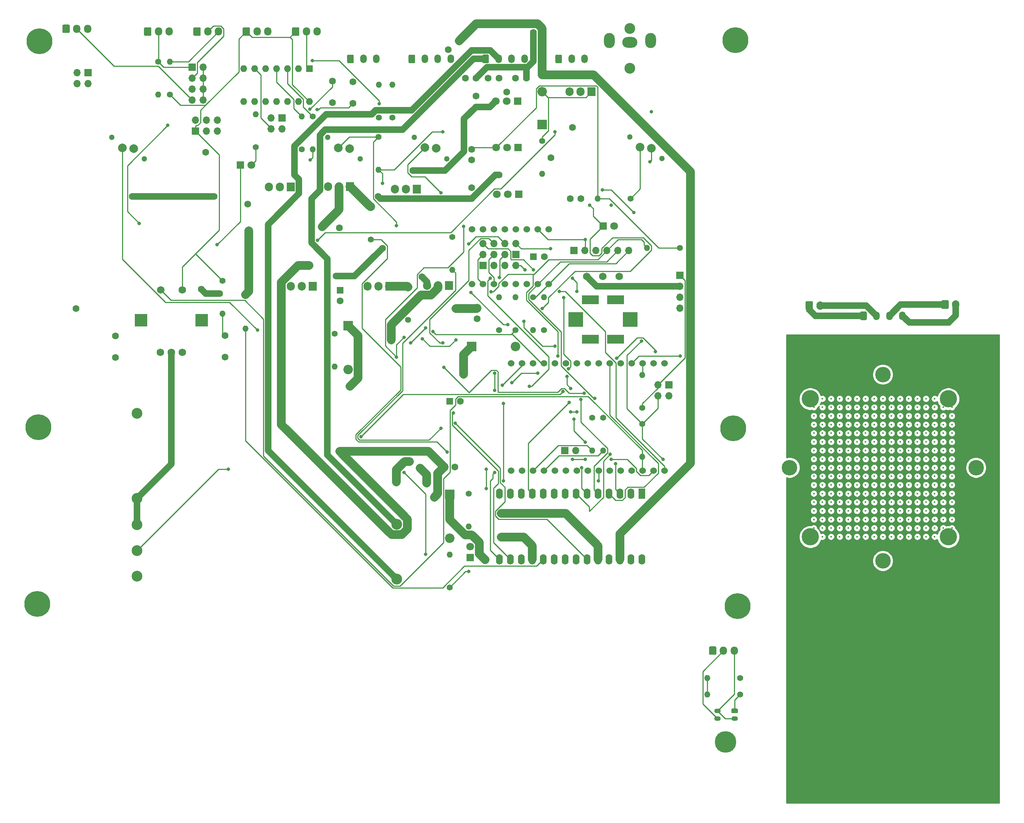
<source format=gbr>
%TF.GenerationSoftware,KiCad,Pcbnew,5.1.7-a382d34a8~88~ubuntu20.04.1*%
%TF.CreationDate,2021-05-08T15:19:39+02:00*%
%TF.ProjectId,OpenCelluloid,4f70656e-4365-46c6-9c75-6c6f69642e6b,rev?*%
%TF.SameCoordinates,Original*%
%TF.FileFunction,Copper,L1,Top*%
%TF.FilePolarity,Positive*%
%FSLAX46Y46*%
G04 Gerber Fmt 4.6, Leading zero omitted, Abs format (unit mm)*
G04 Created by KiCad (PCBNEW 5.1.7-a382d34a8~88~ubuntu20.04.1) date 2021-05-08 15:19:39*
%MOMM*%
%LPD*%
G01*
G04 APERTURE LIST*
%TA.AperFunction,ComponentPad*%
%ADD10C,0.800000*%
%TD*%
%TA.AperFunction,ComponentPad*%
%ADD11C,5.000000*%
%TD*%
%TA.AperFunction,ComponentPad*%
%ADD12C,6.000000*%
%TD*%
%TA.AperFunction,ComponentPad*%
%ADD13C,4.000000*%
%TD*%
%TA.AperFunction,ComponentPad*%
%ADD14O,1.700000X2.000000*%
%TD*%
%TA.AperFunction,ComponentPad*%
%ADD15O,1.500000X2.020000*%
%TD*%
%TA.AperFunction,ComponentPad*%
%ADD16C,3.600000*%
%TD*%
%TA.AperFunction,ComponentPad*%
%ADD17C,0.400000*%
%TD*%
%TA.AperFunction,ComponentPad*%
%ADD18C,1.600000*%
%TD*%
%TA.AperFunction,ComponentPad*%
%ADD19C,2.500000*%
%TD*%
%TA.AperFunction,ComponentPad*%
%ADD20O,1.600000X1.600000*%
%TD*%
%TA.AperFunction,ComponentPad*%
%ADD21R,1.600000X1.600000*%
%TD*%
%TA.AperFunction,ComponentPad*%
%ADD22O,1.500000X1.100000*%
%TD*%
%TA.AperFunction,ComponentPad*%
%ADD23C,1.750000*%
%TD*%
%TA.AperFunction,ComponentPad*%
%ADD24R,3.000000X3.000000*%
%TD*%
%TA.AperFunction,ComponentPad*%
%ADD25C,1.524000*%
%TD*%
%TA.AperFunction,ComponentPad*%
%ADD26O,1.700000X1.950000*%
%TD*%
%TA.AperFunction,ComponentPad*%
%ADD27O,1.600000X2.400000*%
%TD*%
%TA.AperFunction,ComponentPad*%
%ADD28R,1.600000X2.400000*%
%TD*%
%TA.AperFunction,ComponentPad*%
%ADD29R,1.800000X1.800000*%
%TD*%
%TA.AperFunction,ComponentPad*%
%ADD30C,1.800000*%
%TD*%
%TA.AperFunction,ComponentPad*%
%ADD31O,3.500000X2.500000*%
%TD*%
%TA.AperFunction,ComponentPad*%
%ADD32O,2.500000X3.500000*%
%TD*%
%TA.AperFunction,ComponentPad*%
%ADD33R,4.000000X2.000000*%
%TD*%
%TA.AperFunction,ComponentPad*%
%ADD34R,3.500000X3.500000*%
%TD*%
%TA.AperFunction,WasherPad*%
%ADD35C,1.300000*%
%TD*%
%TA.AperFunction,ComponentPad*%
%ADD36C,2.000000*%
%TD*%
%TA.AperFunction,ComponentPad*%
%ADD37O,1.400000X1.400000*%
%TD*%
%TA.AperFunction,ComponentPad*%
%ADD38C,1.400000*%
%TD*%
%TA.AperFunction,ComponentPad*%
%ADD39O,1.905000X2.000000*%
%TD*%
%TA.AperFunction,ComponentPad*%
%ADD40R,1.905000X2.000000*%
%TD*%
%TA.AperFunction,ComponentPad*%
%ADD41O,1.700000X1.700000*%
%TD*%
%TA.AperFunction,ComponentPad*%
%ADD42R,1.700000X1.700000*%
%TD*%
%TA.AperFunction,ComponentPad*%
%ADD43O,2.200000X2.200000*%
%TD*%
%TA.AperFunction,ComponentPad*%
%ADD44R,2.200000X2.200000*%
%TD*%
%TA.AperFunction,ViaPad*%
%ADD45C,1.600000*%
%TD*%
%TA.AperFunction,ViaPad*%
%ADD46C,0.800000*%
%TD*%
%TA.AperFunction,Conductor*%
%ADD47C,1.500000*%
%TD*%
%TA.AperFunction,Conductor*%
%ADD48C,0.250000*%
%TD*%
%TA.AperFunction,Conductor*%
%ADD49C,2.000000*%
%TD*%
%TA.AperFunction,NonConductor*%
%ADD50C,0.254000*%
%TD*%
%TA.AperFunction,NonConductor*%
%ADD51C,0.100000*%
%TD*%
G04 APERTURE END LIST*
D10*
%TO.P,REF\u002A\u002A,1*%
%TO.N,N/C*%
X354825825Y-268174175D03*
X353500000Y-267625000D03*
X352174175Y-268174175D03*
X351625000Y-269500000D03*
X352174175Y-270825825D03*
X353500000Y-271375000D03*
X354825825Y-270825825D03*
X355375000Y-269500000D03*
D11*
X353500000Y-269500000D03*
%TD*%
D12*
%TO.P,REF\u002A\u002A,1*%
%TO.N,N/C*%
X356250000Y-238000000D03*
D10*
X358500000Y-238000000D03*
X357840990Y-239590990D03*
X356250000Y-240250000D03*
X354659010Y-239590990D03*
X354000000Y-238000000D03*
X354659010Y-236409010D03*
X356250000Y-235750000D03*
X357840990Y-236409010D03*
%TD*%
D12*
%TO.P,REF\u002A\u002A,1*%
%TO.N,N/C*%
X194000000Y-237500000D03*
D10*
X196250000Y-237500000D03*
X195590990Y-239090990D03*
X194000000Y-239750000D03*
X192409010Y-239090990D03*
X191750000Y-237500000D03*
X192409010Y-235909010D03*
X194000000Y-235250000D03*
X195590990Y-235909010D03*
%TD*%
D12*
%TO.P,REF\u002A\u002A,1*%
%TO.N,N/C*%
X194250000Y-196500000D03*
D10*
X196500000Y-196500000D03*
X195840990Y-198090990D03*
X194250000Y-198750000D03*
X192659010Y-198090990D03*
X192000000Y-196500000D03*
X192659010Y-194909010D03*
X194250000Y-194250000D03*
X195840990Y-194909010D03*
%TD*%
D12*
%TO.P,REF\u002A\u002A,1*%
%TO.N,N/C*%
X355250000Y-196750000D03*
D10*
X357500000Y-196750000D03*
X356840990Y-198340990D03*
X355250000Y-199000000D03*
X353659010Y-198340990D03*
X353000000Y-196750000D03*
X353659010Y-195159010D03*
X355250000Y-194500000D03*
X356840990Y-195159010D03*
%TD*%
D12*
%TO.P,REF\u002A\u002A,1*%
%TO.N,N/C*%
X194500000Y-107000000D03*
D10*
X196750000Y-107000000D03*
X196090990Y-108590990D03*
X194500000Y-109250000D03*
X192909010Y-108590990D03*
X192250000Y-107000000D03*
X192909010Y-105409010D03*
X194500000Y-104750000D03*
X196090990Y-105409010D03*
%TD*%
%TO.P,REF\u002A\u002A,1*%
%TO.N,N/C*%
X357340990Y-105159010D03*
X355750000Y-104500000D03*
X354159010Y-105159010D03*
X353500000Y-106750000D03*
X354159010Y-108340990D03*
X355750000Y-109000000D03*
X357340990Y-108340990D03*
X358000000Y-106750000D03*
D12*
X355750000Y-106750000D03*
%TD*%
D13*
%TO.P,J16,0*%
%TO.N,N/C*%
X373120000Y-221950000D03*
X405120000Y-189950000D03*
X405120000Y-221950000D03*
X373120000Y-189950000D03*
D14*
%TO.P,J16,4*%
%TO.N,Net-(J16-Pad4)*%
X406870000Y-168070000D03*
%TO.P,J16,3*%
%TO.N,Net-(J16-Pad3)*%
%TA.AperFunction,ComponentPad*%
G36*
G01*
X403520000Y-168820100D02*
X403520000Y-167319900D01*
G75*
G02*
X403769900Y-167070000I249900J0D01*
G01*
X404970100Y-167070000D01*
G75*
G02*
X405220000Y-167319900I0J-249900D01*
G01*
X405220000Y-168820100D01*
G75*
G02*
X404970100Y-169070000I-249900J0D01*
G01*
X403769900Y-169070000D01*
G75*
G02*
X403520000Y-168820100I0J249900D01*
G01*
G37*
%TD.AperFunction*%
%TO.P,J16,2*%
%TO.N,Net-(J16-Pad2)*%
X375400000Y-168280000D03*
%TO.P,J16,1*%
%TO.N,Net-(J16-Pad1)*%
%TA.AperFunction,ComponentPad*%
G36*
G01*
X372050000Y-169030000D02*
X372050000Y-167530000D01*
G75*
G02*
X372300000Y-167280000I250000J0D01*
G01*
X373500000Y-167280000D01*
G75*
G02*
X373750000Y-167530000I0J-250000D01*
G01*
X373750000Y-169030000D01*
G75*
G02*
X373500000Y-169280000I-250000J0D01*
G01*
X372300000Y-169280000D01*
G75*
G02*
X372050000Y-169030000I0J250000D01*
G01*
G37*
%TD.AperFunction*%
D15*
%TO.P,J16,3*%
%TO.N,Net-(J16-Pad3)*%
X391480000Y-170680000D03*
%TO.P,J16,2*%
%TO.N,Net-(J16-Pad2)*%
X388480000Y-170680000D03*
%TO.P,J16,4*%
%TO.N,Net-(J16-Pad4)*%
X394480000Y-170680000D03*
%TO.P,J16,1*%
%TO.N,Net-(J16-Pad1)*%
%TA.AperFunction,ComponentPad*%
G36*
G01*
X384730000Y-171440000D02*
X384730000Y-169920000D01*
G75*
G02*
X384980000Y-169670000I250000J0D01*
G01*
X385980000Y-169670000D01*
G75*
G02*
X386230000Y-169920000I0J-250000D01*
G01*
X386230000Y-171440000D01*
G75*
G02*
X385980000Y-171690000I-250000J0D01*
G01*
X384980000Y-171690000D01*
G75*
G02*
X384730000Y-171440000I0J250000D01*
G01*
G37*
%TD.AperFunction*%
D16*
%TO.P,J16,0*%
%TO.N,N/C*%
X389950000Y-184300000D03*
X389950000Y-227500000D03*
X368350000Y-205900000D03*
X411550000Y-205900000D03*
D17*
X373950000Y-219900000D03*
X373950000Y-191900000D03*
X373950000Y-195900000D03*
X373950000Y-217900000D03*
X373950000Y-207900000D03*
X373950000Y-209900000D03*
X373950000Y-197900000D03*
X373950000Y-189900000D03*
X373950000Y-221900000D03*
X373950000Y-201900000D03*
X373950000Y-205900000D03*
X373950000Y-211900000D03*
X373950000Y-203900000D03*
X373950000Y-213900000D03*
X373950000Y-215900000D03*
X373950000Y-199900000D03*
X373950000Y-193900000D03*
X383950000Y-207900000D03*
X377950000Y-211900000D03*
X379950000Y-203900000D03*
X381950000Y-199900000D03*
X385950000Y-219900000D03*
X387950000Y-189900000D03*
X389950000Y-213900000D03*
X383950000Y-213900000D03*
X383950000Y-199900000D03*
X375950000Y-211900000D03*
X379950000Y-213900000D03*
X381950000Y-191900000D03*
X389950000Y-221900000D03*
X377950000Y-213900000D03*
X379950000Y-211900000D03*
X387950000Y-199900000D03*
X383950000Y-211900000D03*
X379950000Y-197900000D03*
X377950000Y-203900000D03*
X375950000Y-191900000D03*
X375950000Y-195900000D03*
X389950000Y-211900000D03*
X379950000Y-199900000D03*
X377950000Y-205900000D03*
X375950000Y-199900000D03*
X381950000Y-211900000D03*
X387950000Y-191900000D03*
X381950000Y-197900000D03*
X377950000Y-215900000D03*
X385950000Y-215900000D03*
X377950000Y-217900000D03*
X381950000Y-193900000D03*
X383950000Y-219900000D03*
X389950000Y-197900000D03*
X377950000Y-193900000D03*
X375950000Y-221900000D03*
X381950000Y-205900000D03*
X379950000Y-189900000D03*
X377950000Y-189900000D03*
X389950000Y-205900000D03*
X389950000Y-207900000D03*
X389950000Y-189900000D03*
X383950000Y-215900000D03*
X383950000Y-217900000D03*
X385950000Y-189900000D03*
X385950000Y-191900000D03*
X387950000Y-211900000D03*
X375950000Y-213900000D03*
X387950000Y-209900000D03*
X375950000Y-205900000D03*
X377950000Y-195900000D03*
X379950000Y-217900000D03*
X387950000Y-219900000D03*
X383950000Y-221900000D03*
X379950000Y-205900000D03*
X383950000Y-203900000D03*
X381950000Y-219900000D03*
X377950000Y-191900000D03*
X389950000Y-193900000D03*
X375950000Y-217900000D03*
X379950000Y-219900000D03*
X375950000Y-201900000D03*
X387950000Y-213900000D03*
X389950000Y-195900000D03*
X387950000Y-197900000D03*
X381950000Y-189900000D03*
X383950000Y-189900000D03*
X385950000Y-207900000D03*
X379950000Y-191900000D03*
X389950000Y-191900000D03*
X379950000Y-209900000D03*
X385950000Y-217900000D03*
X377950000Y-197900000D03*
X389950000Y-215900000D03*
X387950000Y-193900000D03*
X377950000Y-207900000D03*
X375950000Y-215900000D03*
X389950000Y-201900000D03*
X387950000Y-195900000D03*
X383950000Y-191900000D03*
X385950000Y-193900000D03*
X387950000Y-221900000D03*
X375950000Y-189900000D03*
X389950000Y-209900000D03*
X387950000Y-215900000D03*
X379950000Y-193900000D03*
X381950000Y-209900000D03*
X383950000Y-197900000D03*
X385950000Y-211900000D03*
X387950000Y-205900000D03*
X385950000Y-195900000D03*
X383950000Y-195900000D03*
X379950000Y-215900000D03*
X387950000Y-201900000D03*
X379950000Y-195900000D03*
X383950000Y-205900000D03*
X379950000Y-221900000D03*
X385950000Y-213900000D03*
X387950000Y-217900000D03*
X385950000Y-201900000D03*
X385950000Y-209900000D03*
X385950000Y-197900000D03*
X385950000Y-199900000D03*
X375950000Y-203900000D03*
X375950000Y-209900000D03*
X377950000Y-219900000D03*
X381950000Y-221900000D03*
X385950000Y-203900000D03*
X381950000Y-201900000D03*
X381950000Y-207900000D03*
X375950000Y-219900000D03*
X377950000Y-201900000D03*
X375950000Y-207900000D03*
X379950000Y-201900000D03*
X381950000Y-195900000D03*
X379950000Y-207900000D03*
X383950000Y-193900000D03*
X387950000Y-207900000D03*
X381950000Y-213900000D03*
X383950000Y-209900000D03*
X385950000Y-205900000D03*
X377950000Y-209900000D03*
X375950000Y-193900000D03*
X385950000Y-221900000D03*
X389950000Y-217900000D03*
X383950000Y-201900000D03*
X375950000Y-197900000D03*
X389950000Y-219900000D03*
X381950000Y-217900000D03*
X377950000Y-199900000D03*
X387950000Y-203900000D03*
X389950000Y-199900000D03*
X381950000Y-203900000D03*
X377950000Y-221900000D03*
X381950000Y-215900000D03*
X389950000Y-203900000D03*
X391950000Y-207900000D03*
X393950000Y-219900000D03*
X395950000Y-189900000D03*
X397950000Y-213900000D03*
X391950000Y-213900000D03*
X391950000Y-199900000D03*
X397950000Y-221900000D03*
X395950000Y-199900000D03*
X391950000Y-211900000D03*
X397950000Y-211900000D03*
X395950000Y-191900000D03*
X393950000Y-215900000D03*
X391950000Y-219900000D03*
X397950000Y-197900000D03*
X397950000Y-205900000D03*
X397950000Y-207900000D03*
X397950000Y-189900000D03*
X391950000Y-215900000D03*
X391950000Y-217900000D03*
X393950000Y-189900000D03*
X393950000Y-191900000D03*
X395950000Y-211900000D03*
X395950000Y-209900000D03*
X395950000Y-219900000D03*
X391950000Y-221900000D03*
X391950000Y-203900000D03*
X397950000Y-193900000D03*
X395950000Y-213900000D03*
X397950000Y-195900000D03*
X395950000Y-197900000D03*
X391950000Y-189900000D03*
X393950000Y-207900000D03*
X397950000Y-191900000D03*
X393950000Y-217900000D03*
X397950000Y-215900000D03*
X395950000Y-193900000D03*
X397950000Y-201900000D03*
X395950000Y-195900000D03*
X391950000Y-191900000D03*
X393950000Y-193900000D03*
X395950000Y-221900000D03*
X397950000Y-209900000D03*
X395950000Y-215900000D03*
X391950000Y-197900000D03*
X393950000Y-211900000D03*
X395950000Y-205900000D03*
X393950000Y-195900000D03*
X391950000Y-195900000D03*
X395950000Y-201900000D03*
X391950000Y-205900000D03*
X393950000Y-213900000D03*
X395950000Y-217900000D03*
X393950000Y-201900000D03*
X393950000Y-209900000D03*
X393950000Y-197900000D03*
X393950000Y-199900000D03*
X393950000Y-203900000D03*
X391950000Y-193900000D03*
X395950000Y-207900000D03*
X391950000Y-209900000D03*
X393950000Y-205900000D03*
X393950000Y-221900000D03*
X397950000Y-217900000D03*
X391950000Y-201900000D03*
X397950000Y-219900000D03*
X395950000Y-203900000D03*
X397950000Y-199900000D03*
X397950000Y-203900000D03*
X399950000Y-189900000D03*
X401950000Y-213900000D03*
X401950000Y-221900000D03*
X399950000Y-199900000D03*
X401950000Y-211900000D03*
X399950000Y-191900000D03*
X401950000Y-197900000D03*
X401950000Y-205900000D03*
X401950000Y-207900000D03*
X401950000Y-189900000D03*
X399950000Y-211900000D03*
X399950000Y-209900000D03*
X399950000Y-219900000D03*
X401950000Y-193900000D03*
X399950000Y-213900000D03*
X401950000Y-195900000D03*
X399950000Y-197900000D03*
X401950000Y-191900000D03*
X401950000Y-215900000D03*
X399950000Y-193900000D03*
X401950000Y-201900000D03*
X399950000Y-195900000D03*
X399950000Y-221900000D03*
X401950000Y-209900000D03*
X399950000Y-215900000D03*
X399950000Y-205900000D03*
X399950000Y-201900000D03*
X399950000Y-217900000D03*
X399950000Y-207900000D03*
X401950000Y-217900000D03*
X401950000Y-219900000D03*
X399950000Y-203900000D03*
X401950000Y-199900000D03*
X401950000Y-203900000D03*
X403950000Y-213900000D03*
X403950000Y-211900000D03*
X403950000Y-197900000D03*
X403950000Y-205900000D03*
X403950000Y-207900000D03*
X403950000Y-189900000D03*
X403950000Y-193900000D03*
X403950000Y-195900000D03*
X403950000Y-191900000D03*
X403950000Y-215900000D03*
X403950000Y-201900000D03*
X403950000Y-209900000D03*
X403950000Y-217900000D03*
X403950000Y-219900000D03*
X403950000Y-199900000D03*
X403950000Y-203900000D03*
X403950000Y-221900000D03*
X405950000Y-221900000D03*
X405950000Y-213900000D03*
X405950000Y-205900000D03*
X405950000Y-211900000D03*
X405950000Y-215900000D03*
X405950000Y-219900000D03*
X405950000Y-209900000D03*
X405950000Y-207900000D03*
X405950000Y-217900000D03*
X405950000Y-197900000D03*
X405950000Y-203900000D03*
X405950000Y-201900000D03*
X405950000Y-199900000D03*
X405950000Y-193900000D03*
X405950000Y-195900000D03*
X405950000Y-191900000D03*
X405950000Y-189900000D03*
%TD*%
D15*
%TO.P,J15,4*%
%TO.N,GND*%
X306900000Y-111100000D03*
%TO.P,J15,3*%
%TO.N,+12V*%
X303900000Y-111100000D03*
%TO.P,J15,2*%
%TO.N,45B_OUT-*%
X300900000Y-111100000D03*
%TO.P,J15,1*%
%TO.N,45B_OUT+*%
%TA.AperFunction,ComponentPad*%
G36*
G01*
X297150000Y-111860000D02*
X297150000Y-110340000D01*
G75*
G02*
X297400000Y-110090000I250000J0D01*
G01*
X298400000Y-110090000D01*
G75*
G02*
X298650000Y-110340000I0J-250000D01*
G01*
X298650000Y-111860000D01*
G75*
G02*
X298400000Y-112110000I-250000J0D01*
G01*
X297400000Y-112110000D01*
G75*
G02*
X297150000Y-111860000I0J250000D01*
G01*
G37*
%TD.AperFunction*%
%TD*%
D18*
%TO.P,Murata-Ceramic-Capacitor-50v1-22uF1,2*%
%TO.N,GND*%
X304840000Y-115570000D03*
%TO.P,Murata-Ceramic-Capacitor-50v1-22uF1,1*%
%TO.N,+24V*%
X307340000Y-115570000D03*
%TD*%
%TO.P,Murata-Ceramic-Capacitor-50v1-22uF6,2*%
%TO.N,GND*%
X295656000Y-119724800D03*
%TO.P,Murata-Ceramic-Capacitor-50v1-22uF6,1*%
%TO.N,+12V*%
X295656000Y-122224800D03*
%TD*%
D19*
%TO.P,U7,7*%
%TO.N,45B_OUT+*%
X277296000Y-218998800D03*
%TO.P,U7,6*%
%TO.N,45B_OUT-*%
X277296000Y-231748800D03*
%TO.P,U7,1*%
%TO.N,+24V*%
X217096000Y-193298800D03*
%TO.P,U7,2*%
%TO.N,GND*%
X217096000Y-213048800D03*
%TO.P,U7,3*%
X217096000Y-219098800D03*
%TO.P,U7,4*%
%TO.N,Net-(U1-Pad2)*%
X217096000Y-225098800D03*
%TO.P,U7,5*%
%TO.N,Net-(U7-Pad5)*%
X217096000Y-231098800D03*
%TD*%
D20*
%TO.P,U15,14*%
%TO.N,+3V3*%
X257048000Y-121031000D03*
%TO.P,U15,7*%
%TO.N,GNDD*%
X241808000Y-113411000D03*
%TO.P,U15,13*%
%TO.N,N/C*%
X254508000Y-121031000D03*
%TO.P,U15,6*%
%TO.N,Net-(J11-Pad2)*%
X244348000Y-113411000D03*
%TO.P,U15,12*%
%TO.N,N/C*%
X251968000Y-121031000D03*
%TO.P,U15,5*%
%TO.N,Net-(C10-Pad2)*%
X246888000Y-113411000D03*
%TO.P,U15,11*%
%TO.N,N/C*%
X249428000Y-121031000D03*
%TO.P,U15,4*%
%TO.N,Net-(R28-Pad2)*%
X249428000Y-113411000D03*
%TO.P,U15,10*%
%TO.N,N/C*%
X246888000Y-121031000D03*
%TO.P,U15,3*%
%TO.N,Net-(Q8-Pad3)*%
X251968000Y-113411000D03*
%TO.P,U15,9*%
%TO.N,N/C*%
X244348000Y-121031000D03*
%TO.P,U15,2*%
%TO.N,Net-(J11-Pad1)*%
X254508000Y-113411000D03*
%TO.P,U15,8*%
%TO.N,N/C*%
X241808000Y-121031000D03*
D21*
%TO.P,U15,1*%
%TO.N,Net-(J4-Pad2)*%
X257048000Y-113411000D03*
%TD*%
D22*
%TO.P,U14,4*%
%TO.N,SENSOR-*%
X355600000Y-264100000D03*
%TO.P,U14,1*%
%TO.N,Net-(R23-Pad1)*%
%TA.AperFunction,ComponentPad*%
G36*
G01*
X355125000Y-261750000D02*
X356075000Y-261750000D01*
G75*
G02*
X356350000Y-262025000I0J-275000D01*
G01*
X356350000Y-262575000D01*
G75*
G02*
X356075000Y-262850000I-275000J0D01*
G01*
X355125000Y-262850000D01*
G75*
G02*
X354850000Y-262575000I0J275000D01*
G01*
X354850000Y-262025000D01*
G75*
G02*
X355125000Y-261750000I275000J0D01*
G01*
G37*
%TD.AperFunction*%
%TO.P,U14,2*%
%TO.N,SENSOR-*%
X351600000Y-262300000D03*
%TO.P,U14,3*%
%TO.N,SENSOR-SIGNAL*%
X351600000Y-264100000D03*
%TD*%
D23*
%TO.P,U13,5*%
%TO.N,_ENCO-BUTTON*%
X222569400Y-164671600D03*
%TO.P,U13,4*%
%TO.N,+3V3*%
X227569400Y-164671600D03*
D24*
%TO.P,U13,*%
%TO.N,*%
X232069400Y-171671600D03*
X218069400Y-171671600D03*
D23*
%TO.P,U13,2*%
%TO.N,GND*%
X225069400Y-179171600D03*
%TO.P,U13,3*%
%TO.N,_CHANNEL-B*%
X227609400Y-179171600D03*
%TO.P,U13,1*%
%TO.N,_CHANNEL-A*%
X222529400Y-179171600D03*
%TD*%
D25*
%TO.P,U12,16*%
%TO.N,+24V*%
X294767000Y-150622000D03*
%TO.P,U12,15*%
%TO.N,GND*%
X297307000Y-150622000D03*
%TO.P,U12,14*%
%TO.N,Net-(J7-Pad1)*%
X299847000Y-150622000D03*
%TO.P,U12,13*%
%TO.N,Net-(J7-Pad2)*%
X302387000Y-150622000D03*
%TO.P,U12,12*%
%TO.N,Net-(J7-Pad3)*%
X304927000Y-150622000D03*
%TO.P,U12,11*%
%TO.N,Net-(J7-Pad4)*%
X307467000Y-150622000D03*
%TO.P,U12,10*%
%TO.N,+3V3*%
X310007000Y-150622000D03*
%TO.P,U12,9*%
%TO.N,GND*%
X312547000Y-150622000D03*
%TO.P,U12,8*%
%TO.N,DIR*%
X312547000Y-163322000D03*
%TO.P,U12,7*%
%TO.N,STP*%
X310007000Y-163322000D03*
%TO.P,U12,6*%
%TO.N,SLP*%
X307467000Y-163322000D03*
%TO.P,U12,5*%
%TO.N,Net-(JT1-Pad1)*%
X304927000Y-163322000D03*
%TO.P,U12,4*%
%TO.N,Net-(JT1-Pad3)*%
X302387000Y-163322000D03*
%TO.P,U12,3*%
%TO.N,Net-(JT1-Pad5)*%
X299847000Y-163322000D03*
%TO.P,U12,2*%
%TO.N,Net-(JT1-Pad7)*%
X297307000Y-163322000D03*
%TO.P,U12,1*%
%TO.N,EN*%
X294767000Y-163322000D03*
%TD*%
D26*
%TO.P,U11,3*%
%TO.N,Net-(U11-Pad3)*%
X224583000Y-104775000D03*
%TO.P,U11,2*%
%TO.N,SENSOR-CRASS*%
X222083000Y-104775000D03*
%TO.P,U11,1*%
%TO.N,GNDD*%
%TA.AperFunction,ComponentPad*%
G36*
G01*
X218733000Y-105500000D02*
X218733000Y-104050000D01*
G75*
G02*
X218983000Y-103800000I250000J0D01*
G01*
X220183000Y-103800000D01*
G75*
G02*
X220433000Y-104050000I0J-250000D01*
G01*
X220433000Y-105500000D01*
G75*
G02*
X220183000Y-105750000I-250000J0D01*
G01*
X218983000Y-105750000D01*
G75*
G02*
X218733000Y-105500000I0J250000D01*
G01*
G37*
%TD.AperFunction*%
%TD*%
D27*
%TO.P,U10,28*%
%TO.N,Net-(C5-Pad2)*%
X334137000Y-227203000D03*
%TO.P,U10,14*%
%TO.N,Net-(R2-Pad1)*%
X301117000Y-211963000D03*
%TO.P,U10,27*%
%TO.N,Net-(R11-Pad2)*%
X331597000Y-227203000D03*
%TO.P,U10,13*%
%TO.N,GND*%
X303657000Y-211963000D03*
%TO.P,U10,26*%
%TO.N,coilA*%
X329057000Y-227203000D03*
%TO.P,U10,12*%
%TO.N,GND*%
X306197000Y-211963000D03*
%TO.P,U10,25*%
%TO.N,Net-(U10-Pad25)*%
X326517000Y-227203000D03*
%TO.P,U10,11*%
%TO.N,Net-(C2-Pad2)*%
X308737000Y-211963000D03*
%TO.P,U10,24*%
%TO.N,Net-(C4-Pad2)*%
X323977000Y-227203000D03*
%TO.P,U10,10*%
%TO.N,EN2*%
X311277000Y-211963000D03*
%TO.P,U10,23*%
%TO.N,Net-(R9-Pad2)*%
X321437000Y-227203000D03*
%TO.P,U10,9*%
%TO.N,GND*%
X313817000Y-211963000D03*
%TO.P,U10,22*%
%TO.N,coilB*%
X318897000Y-227203000D03*
%TO.P,U10,8*%
%TO.N,Net-(D5-Pad2)*%
X316357000Y-211963000D03*
%TO.P,U10,21*%
%TO.N,Net-(U10-Pad21)*%
X316357000Y-227203000D03*
%TO.P,U10,7*%
%TO.N,LIN3*%
X318897000Y-211963000D03*
%TO.P,U10,20*%
%TO.N,Net-(C3-Pad2)*%
X313817000Y-227203000D03*
%TO.P,U10,6*%
%TO.N,LIN2*%
X321437000Y-211963000D03*
%TO.P,U10,19*%
%TO.N,Net-(R8-Pad2)*%
X311277000Y-227203000D03*
%TO.P,U10,5*%
%TO.N,LIN1*%
X323977000Y-211963000D03*
%TO.P,U10,18*%
%TO.N,coilC*%
X308737000Y-227203000D03*
%TO.P,U10,4*%
%TO.N,HIN3*%
X326517000Y-211963000D03*
%TO.P,U10,17*%
%TO.N,Net-(U10-Pad17)*%
X306197000Y-227203000D03*
%TO.P,U10,3*%
%TO.N,HIN2*%
X329057000Y-211963000D03*
%TO.P,U10,16*%
%TO.N,Net-(R4-Pad1)*%
X303657000Y-227203000D03*
%TO.P,U10,2*%
%TO.N,HIN1*%
X331597000Y-211963000D03*
%TO.P,U10,15*%
%TO.N,Net-(R3-Pad1)*%
X301117000Y-227203000D03*
D28*
%TO.P,U10,1*%
%TO.N,Net-(C1-Pad2)*%
X334137000Y-211963000D03*
%TD*%
D25*
%TO.P,U9,30*%
%TO.N,_MOSI*%
X339344000Y-206629000D03*
%TO.P,U9,29*%
%TO.N,_SENSOR*%
X336804000Y-206629000D03*
%TO.P,U9,28*%
%TO.N,_ENCO-BUTTON*%
X334264000Y-206629000D03*
%TO.P,U9,27*%
%TO.N,EN2*%
X331724000Y-206629000D03*
%TO.P,U9,26*%
%TO.N,LEDS*%
X329184000Y-206629000D03*
%TO.P,U9,25*%
%TO.N,_MISO*%
X326644000Y-206629000D03*
%TO.P,U9,24*%
%TO.N,_SCK*%
X324104000Y-206629000D03*
%TO.P,U9,23*%
%TO.N,_RX*%
X321564000Y-206629000D03*
%TO.P,U9,22*%
%TO.N,Net-(J5-Pad2)*%
X319024000Y-206629000D03*
%TO.P,U9,21*%
%TO.N,Net-(J5-Pad1)*%
X316484000Y-206629000D03*
%TO.P,U9,20*%
%TO.N,_DIR*%
X313944000Y-206629000D03*
%TO.P,U9,19*%
%TO.N,_STP*%
X311404000Y-206629000D03*
%TO.P,U9,18*%
%TO.N,_EN*%
X308864000Y-206629000D03*
%TO.P,U9,17*%
%TO.N,GNDD*%
X306324000Y-206629000D03*
%TO.P,U9,16*%
%TO.N,Net-(U9-Pad16)*%
X303784000Y-206629000D03*
%TO.P,U9,15*%
%TO.N,+5V*%
X303784000Y-181737000D03*
%TO.P,U9,14*%
%TO.N,GNDD*%
X306324000Y-181737000D03*
X306324000Y-181737000D03*
%TO.P,U9,13*%
%TO.N,MODE*%
X308864000Y-181737000D03*
%TO.P,U9,12*%
%TO.N,CAPTURE*%
X311404000Y-181737000D03*
%TO.P,U9,11*%
%TO.N,STARTSTOP*%
X313944000Y-181737000D03*
%TO.P,U9,10*%
%TO.N,DIRSWITCH*%
X316484000Y-181737000D03*
%TO.P,U9,9*%
%TO.N,LIN3*%
X319024000Y-181737000D03*
%TO.P,U9,8*%
%TO.N,LIN2*%
X321564000Y-181737000D03*
%TO.P,U9,7*%
%TO.N,LIN1*%
X324104000Y-181737000D03*
%TO.P,U9,6*%
%TO.N,HIN3*%
X326644000Y-181737000D03*
%TO.P,U9,5*%
%TO.N,HIN2*%
X329184000Y-181737000D03*
%TO.P,U9,4*%
%TO.N,HIN1*%
X331724000Y-181737000D03*
%TO.P,U9,3*%
%TO.N,_CHANNEL-A*%
X334264000Y-181737000D03*
%TO.P,U9,2*%
%TO.N,_CHANNEL-B*%
X336804000Y-181737000D03*
%TO.P,U9,1*%
%TO.N,Net-(J3-Pad3)*%
X339344000Y-181737000D03*
%TD*%
D26*
%TO.P,U8,3*%
%TO.N,Net-(R7-Pad2)*%
X236013000Y-104775000D03*
%TO.P,U8,2*%
%TO.N,SENSOR-SIMPLE*%
X233513000Y-104775000D03*
%TO.P,U8,1*%
%TO.N,GNDD*%
%TA.AperFunction,ComponentPad*%
G36*
G01*
X230163000Y-105500000D02*
X230163000Y-104050000D01*
G75*
G02*
X230413000Y-103800000I250000J0D01*
G01*
X231613000Y-103800000D01*
G75*
G02*
X231863000Y-104050000I0J-250000D01*
G01*
X231863000Y-105500000D01*
G75*
G02*
X231613000Y-105750000I-250000J0D01*
G01*
X230413000Y-105750000D01*
G75*
G02*
X230163000Y-105500000I0J250000D01*
G01*
G37*
%TD.AperFunction*%
%TD*%
D29*
%TO.P,U6,1*%
%TO.N,+24V*%
X305308000Y-120904000D03*
D30*
%TO.P,U6,2*%
%TO.N,GND*%
X302768000Y-120904000D03*
%TO.P,U6,3*%
%TO.N,+12V*%
X300228000Y-120904000D03*
%TD*%
D29*
%TO.P,U5,1*%
%TO.N,+24V*%
X305562000Y-142494000D03*
D30*
%TO.P,U5,2*%
%TO.N,GND*%
X303022000Y-142494000D03*
%TO.P,U5,3*%
%TO.N,+5V*%
X300482000Y-142494000D03*
%TD*%
D29*
%TO.P,U4,1*%
%TO.N,+24V*%
X305435000Y-131699000D03*
D30*
%TO.P,U4,2*%
%TO.N,GND*%
X302895000Y-131699000D03*
%TO.P,U4,3*%
%TO.N,+3V3*%
X300355000Y-131699000D03*
%TD*%
D31*
%TO.P,U2,1*%
%TO.N,Net-(SW1-Pad2)*%
X331343000Y-107315000D03*
D32*
%TO.P,U2,2*%
%TO.N,GND*%
X336143000Y-106815000D03*
X326543000Y-106815000D03*
D19*
X331343000Y-113315000D03*
%TO.P,U2,0*%
%TO.N,Net-(U2-Pad0)*%
X331343000Y-104065000D03*
%TD*%
D33*
%TO.P,U1,*%
%TO.N,*%
X327976800Y-166932600D03*
X322176800Y-166932600D03*
X322176800Y-176132600D03*
X327976800Y-176132600D03*
D34*
X318776800Y-171532600D03*
X331376800Y-171532600D03*
D23*
%TO.P,U1,3*%
%TO.N,GND*%
X328826800Y-161532600D03*
%TO.P,U1,2*%
%TO.N,Net-(U1-Pad2)*%
X325076800Y-161532600D03*
%TO.P,U1,1*%
%TO.N,+5V*%
X321326800Y-161532600D03*
%TD*%
D15*
%TO.P,SW1,3*%
%TO.N,+12V*%
X320833000Y-111125000D03*
%TO.P,SW1,2*%
%TO.N,Net-(SW1-Pad2)*%
X317833000Y-111125000D03*
%TO.P,SW1,1*%
%TO.N,Net-(Q1-Pad2)*%
%TA.AperFunction,ComponentPad*%
G36*
G01*
X314083000Y-111885000D02*
X314083000Y-110365000D01*
G75*
G02*
X314333000Y-110115000I250000J0D01*
G01*
X315333000Y-110115000D01*
G75*
G02*
X315583000Y-110365000I0J-250000D01*
G01*
X315583000Y-111885000D01*
G75*
G02*
X315333000Y-112135000I-250000J0D01*
G01*
X314333000Y-112135000D01*
G75*
G02*
X314083000Y-111885000I0J250000D01*
G01*
G37*
%TD.AperFunction*%
%TD*%
D35*
%TO.P,S4,*%
%TO.N,*%
X338776000Y-134199000D03*
X331276000Y-129199000D03*
D36*
%TO.P,S4,2*%
%TO.N,GNDD*%
X336326000Y-131799000D03*
%TO.P,S4,1*%
%TO.N,MODE*%
X333726000Y-131599000D03*
%TD*%
D35*
%TO.P,S3,*%
%TO.N,*%
X218761000Y-134326000D03*
X211261000Y-129326000D03*
D36*
%TO.P,S3,2*%
%TO.N,GNDD*%
X216311000Y-131926000D03*
%TO.P,S3,1*%
%TO.N,CAPTURE*%
X213711000Y-131726000D03*
%TD*%
D35*
%TO.P,S2,*%
%TO.N,*%
X288865000Y-134262500D03*
X281365000Y-129262500D03*
D36*
%TO.P,S2,2*%
%TO.N,GNDD*%
X286415000Y-131862500D03*
%TO.P,S2,1*%
%TO.N,STARTSTOP*%
X283815000Y-131662500D03*
%TD*%
D35*
%TO.P,S1,*%
%TO.N,*%
X268799000Y-134326000D03*
X261299000Y-129326000D03*
D36*
%TO.P,S1,2*%
%TO.N,GNDD*%
X266349000Y-131926000D03*
%TO.P,S1,1*%
%TO.N,DIRSWITCH*%
X263749000Y-131726000D03*
%TD*%
D37*
%TO.P,R29,2*%
%TO.N,Net-(J11-Pad2)*%
X276309000Y-117093698D03*
D38*
%TO.P,R29,1*%
%TO.N,Net-(D14-Pad2)*%
X276309000Y-124713698D03*
%TD*%
D37*
%TO.P,R28,2*%
%TO.N,Net-(R28-Pad2)*%
X255270000Y-124460000D03*
D38*
%TO.P,R28,1*%
%TO.N,Net-(C10-Pad2)*%
X255270000Y-132080000D03*
%TD*%
D37*
%TO.P,R27,2*%
%TO.N,Net-(J11-Pad1)*%
X244602000Y-123952000D03*
D38*
%TO.P,R27,1*%
%TO.N,Net-(D13-Pad2)*%
X244602000Y-131572000D03*
%TD*%
D37*
%TO.P,R26,2*%
%TO.N,+3V3*%
X257810000Y-132080000D03*
D38*
%TO.P,R26,1*%
%TO.N,Net-(Q8-Pad3)*%
X257810000Y-124460000D03*
%TD*%
D37*
%TO.P,R25,2*%
%TO.N,SENSOR+*%
X349250000Y-254680000D03*
D38*
%TO.P,R25,1*%
%TO.N,SENSOR-SIGNAL*%
X356870000Y-254680000D03*
%TD*%
D37*
%TO.P,R24,2*%
%TO.N,Net-(J9-Pad2)*%
X273159000Y-117093698D03*
D38*
%TO.P,R24,1*%
%TO.N,Net-(Q8-Pad3)*%
X273159000Y-124713698D03*
%TD*%
D37*
%TO.P,R23,2*%
%TO.N,SENSOR+*%
X349250000Y-258490000D03*
D38*
%TO.P,R23,1*%
%TO.N,Net-(R23-Pad1)*%
X356870000Y-258490000D03*
%TD*%
D37*
%TO.P,R22,2*%
%TO.N,_ENCO-BUTTON*%
X334213200Y-203352400D03*
D38*
%TO.P,R22,1*%
%TO.N,GNDD*%
X334213200Y-195732400D03*
%TD*%
D37*
%TO.P,R21,2*%
%TO.N,_CHANNEL-A*%
X334213200Y-184404000D03*
D38*
%TO.P,R21,1*%
%TO.N,+3V3*%
X334213200Y-192024000D03*
%TD*%
D37*
%TO.P,R20,2*%
%TO.N,_CHANNEL-B*%
X236931200Y-170180000D03*
D38*
%TO.P,R20,1*%
%TO.N,+3V3*%
X236931200Y-162560000D03*
%TD*%
D37*
%TO.P,R19,2*%
%TO.N,_EN*%
X322580000Y-201930000D03*
D38*
%TO.P,R19,1*%
%TO.N,EN*%
X322580000Y-194310000D03*
%TD*%
D37*
%TO.P,R18,2*%
%TO.N,_STP*%
X325120000Y-201930000D03*
D38*
%TO.P,R18,1*%
%TO.N,STP*%
X325120000Y-194310000D03*
%TD*%
D37*
%TO.P,R17,2*%
%TO.N,_DIR*%
X308864000Y-173990000D03*
D38*
%TO.P,R17,1*%
%TO.N,DIR*%
X308864000Y-166370000D03*
%TD*%
D37*
%TO.P,R16,2*%
%TO.N,EN*%
X335280000Y-154940000D03*
D38*
%TO.P,R16,1*%
%TO.N,+3V3*%
X342900000Y-154940000D03*
%TD*%
D37*
%TO.P,R15,2*%
%TO.N,+3V3*%
X221996000Y-119380000D03*
D38*
%TO.P,R15,1*%
%TO.N,SENSOR-CRASS*%
X221996000Y-111760000D03*
%TD*%
D37*
%TO.P,R14,2*%
%TO.N,+3V3*%
X323850000Y-143510000D03*
D38*
%TO.P,R14,1*%
%TO.N,MODE*%
X331470000Y-143510000D03*
%TD*%
D37*
%TO.P,R13,2*%
%TO.N,+3V3*%
X304800000Y-166370000D03*
D38*
%TO.P,R13,1*%
%TO.N,CAPTURE*%
X304800000Y-173990000D03*
%TD*%
D37*
%TO.P,R12,2*%
%TO.N,+3V3*%
X311404000Y-166370000D03*
D38*
%TO.P,R12,1*%
%TO.N,STARTSTOP*%
X311404000Y-173990000D03*
%TD*%
D37*
%TO.P,R11,2*%
%TO.N,Net-(R11-Pad2)*%
X262890000Y-182499000D03*
D38*
%TO.P,R11,1*%
%TO.N,Net-(Q7-Pad1)*%
X262890000Y-174879000D03*
%TD*%
D37*
%TO.P,R10,2*%
%TO.N,+3V3*%
X273100800Y-136804400D03*
D38*
%TO.P,R10,1*%
%TO.N,DIRSWITCH*%
X273100800Y-129184400D03*
%TD*%
D37*
%TO.P,R9,2*%
%TO.N,Net-(R9-Pad2)*%
X290195000Y-160020000D03*
D38*
%TO.P,R9,1*%
%TO.N,Net-(Q6-Pad1)*%
X290195000Y-152400000D03*
%TD*%
D37*
%TO.P,R8,2*%
%TO.N,Net-(R8-Pad2)*%
X242214400Y-173685200D03*
D38*
%TO.P,R8,1*%
%TO.N,Net-(Q5-Pad1)*%
X242214400Y-166065200D03*
%TD*%
D37*
%TO.P,R7,2*%
%TO.N,Net-(R7-Pad2)*%
X224739200Y-111760000D03*
D38*
%TO.P,R7,1*%
%TO.N,+3V3*%
X224739200Y-119380000D03*
%TD*%
D37*
%TO.P,R6,2*%
%TO.N,Net-(C1-Pad2)*%
X294005000Y-219583000D03*
D38*
%TO.P,R6,1*%
%TO.N,Net-(C2-Pad2)*%
X294005000Y-211963000D03*
%TD*%
D37*
%TO.P,R5,2*%
%TO.N,Net-(C1-Pad2)*%
X289560000Y-226060000D03*
D38*
%TO.P,R5,1*%
%TO.N,Net-(D5-Pad1)*%
X289560000Y-233680000D03*
%TD*%
D37*
%TO.P,R4,2*%
%TO.N,Net-(Q4-Pad1)*%
X279958800Y-164033200D03*
D38*
%TO.P,R4,1*%
%TO.N,Net-(R4-Pad1)*%
X279958800Y-171653200D03*
%TD*%
D37*
%TO.P,R3,2*%
%TO.N,Net-(Q3-Pad1)*%
X300990000Y-166370000D03*
D38*
%TO.P,R3,1*%
%TO.N,Net-(R3-Pad1)*%
X300990000Y-173990000D03*
%TD*%
D37*
%TO.P,R2,2*%
%TO.N,Net-(Q2-Pad1)*%
X271322800Y-145389600D03*
D38*
%TO.P,R2,1*%
%TO.N,Net-(R2-Pad1)*%
X271322800Y-153009600D03*
%TD*%
D37*
%TO.P,R1,2*%
%TO.N,GND*%
X311023000Y-137795000D03*
D38*
%TO.P,R1,1*%
%TO.N,Net-(D1-Pad2)*%
X311023000Y-130175000D03*
%TD*%
D39*
%TO.P,Q7,3*%
%TO.N,coilA*%
X252730000Y-163830000D03*
%TO.P,Q7,2*%
%TO.N,+24V*%
X255270000Y-163830000D03*
D40*
%TO.P,Q7,1*%
%TO.N,Net-(Q7-Pad1)*%
X257810000Y-163830000D03*
%TD*%
D39*
%TO.P,Q6,3*%
%TO.N,coilB*%
X276860000Y-141305280D03*
%TO.P,Q6,2*%
%TO.N,+24V*%
X279400000Y-141305280D03*
D40*
%TO.P,Q6,1*%
%TO.N,Net-(Q6-Pad1)*%
X281940000Y-141305280D03*
%TD*%
D39*
%TO.P,Q5,3*%
%TO.N,coilC*%
X247650000Y-140817600D03*
%TO.P,Q5,2*%
%TO.N,+24V*%
X250190000Y-140817600D03*
D40*
%TO.P,Q5,1*%
%TO.N,Net-(Q5-Pad1)*%
X252730000Y-140817600D03*
%TD*%
D39*
%TO.P,Q4,3*%
%TO.N,GND*%
X270510000Y-163830000D03*
%TO.P,Q4,2*%
%TO.N,coilA*%
X273050000Y-163830000D03*
D40*
%TO.P,Q4,1*%
%TO.N,Net-(Q4-Pad1)*%
X275590000Y-163830000D03*
%TD*%
D39*
%TO.P,Q3,3*%
%TO.N,GND*%
X284353000Y-163703000D03*
%TO.P,Q3,2*%
%TO.N,coilB*%
X286893000Y-163703000D03*
D40*
%TO.P,Q3,1*%
%TO.N,Net-(Q3-Pad1)*%
X289433000Y-163703000D03*
%TD*%
D39*
%TO.P,Q2,3*%
%TO.N,GND*%
X261416800Y-140716000D03*
%TO.P,Q2,2*%
%TO.N,coilC*%
X263956800Y-140716000D03*
D40*
%TO.P,Q2,1*%
%TO.N,Net-(Q2-Pad1)*%
X266496800Y-140716000D03*
%TD*%
D39*
%TO.P,Q1,3*%
%TO.N,+24V*%
X317373000Y-118745000D03*
%TO.P,Q1,2*%
%TO.N,Net-(Q1-Pad2)*%
X319913000Y-118745000D03*
D40*
%TO.P,Q1,1*%
%TO.N,Net-(D1-Pad2)*%
X322453000Y-118745000D03*
%TD*%
D18*
%TO.P,Murata-Ceramic-Capacitor-50v1-22uF5,2*%
%TO.N,GND*%
X294640000Y-141010000D03*
%TO.P,Murata-Ceramic-Capacitor-50v1-22uF5,1*%
%TO.N,+5V*%
X294640000Y-143510000D03*
%TD*%
%TO.P,Murata-Ceramic-Capacitor-50v1-22uF4,2*%
%TO.N,GND*%
X294640000Y-134580000D03*
%TO.P,Murata-Ceramic-Capacitor-50v1-22uF4,1*%
%TO.N,+3V3*%
X294640000Y-132080000D03*
%TD*%
%TO.P,50V-10uF1,2*%
%TO.N,GND*%
X293200000Y-115600000D03*
%TO.P,50V-10uF1,1*%
%TO.N,+24V*%
X295700000Y-115600000D03*
%TD*%
%TO.P,Murata-Ceramic-Capacitor-50v1-22uF2,2*%
%TO.N,GND*%
X298490000Y-115570000D03*
%TO.P,Murata-Ceramic-Capacitor-50v1-22uF2,1*%
%TO.N,+24V*%
X300990000Y-115570000D03*
%TD*%
D41*
%TO.P,JT1,8*%
%TO.N,_MOSI*%
X297307000Y-153924000D03*
%TO.P,JT1,7*%
%TO.N,Net-(JT1-Pad7)*%
X297307000Y-156464000D03*
%TO.P,JT1,6*%
%TO.N,_SCK*%
X299847000Y-153924000D03*
%TO.P,JT1,5*%
%TO.N,Net-(JT1-Pad5)*%
X299847000Y-156464000D03*
%TO.P,JT1,4*%
%TO.N,_RX*%
X302387000Y-153924000D03*
%TO.P,JT1,3*%
%TO.N,Net-(JT1-Pad3)*%
X302387000Y-156464000D03*
%TO.P,JT1,2*%
%TO.N,_MISO*%
X304927000Y-153924000D03*
D42*
%TO.P,JT1,1*%
%TO.N,Net-(JT1-Pad1)*%
X304927000Y-156464000D03*
%TD*%
D41*
%TO.P,JP1,6*%
%TO.N,DIR*%
X331089000Y-155575000D03*
%TO.P,JP1,5*%
%TO.N,STP*%
X328549000Y-155575000D03*
%TO.P,JP1,4*%
%TO.N,EN*%
X326009000Y-155575000D03*
%TO.P,JP1,3*%
%TO.N,GND*%
X323469000Y-155575000D03*
%TO.P,JP1,2*%
%TO.N,+3V3*%
X320929000Y-155575000D03*
D42*
%TO.P,JP1,1*%
%TO.N,VSS*%
X318389000Y-155575000D03*
%TD*%
D26*
%TO.P,J10,3*%
%TO.N,SENSOR-*%
X355520000Y-248330000D03*
%TO.P,J10,2*%
%TO.N,SENSOR-SIGNAL*%
X353020000Y-248330000D03*
%TO.P,J10,1*%
%TO.N,SENSOR+*%
%TA.AperFunction,ComponentPad*%
G36*
G01*
X349670000Y-249055000D02*
X349670000Y-247605000D01*
G75*
G02*
X349920000Y-247355000I250000J0D01*
G01*
X351120000Y-247355000D01*
G75*
G02*
X351370000Y-247605000I0J-250000D01*
G01*
X351370000Y-249055000D01*
G75*
G02*
X351120000Y-249305000I-250000J0D01*
G01*
X349920000Y-249305000D01*
G75*
G02*
X349670000Y-249055000I0J250000D01*
G01*
G37*
%TD.AperFunction*%
%TD*%
%TO.P,J9,3*%
%TO.N,GNDD*%
X247443000Y-104775000D03*
%TO.P,J9,2*%
%TO.N,Net-(J9-Pad2)*%
X244943000Y-104775000D03*
%TO.P,J9,1*%
%TO.N,+3V3*%
%TA.AperFunction,ComponentPad*%
G36*
G01*
X241593000Y-105500000D02*
X241593000Y-104050000D01*
G75*
G02*
X241843000Y-103800000I250000J0D01*
G01*
X243043000Y-103800000D01*
G75*
G02*
X243293000Y-104050000I0J-250000D01*
G01*
X243293000Y-105500000D01*
G75*
G02*
X243043000Y-105750000I-250000J0D01*
G01*
X241843000Y-105750000D01*
G75*
G02*
X241593000Y-105500000I0J250000D01*
G01*
G37*
%TD.AperFunction*%
%TD*%
D41*
%TO.P,J8,4*%
%TO.N,SLP*%
X304927000Y-159004000D03*
%TO.P,J8,3*%
%TO.N,+3V3*%
X302387000Y-159004000D03*
%TO.P,J8,2*%
X299847000Y-159004000D03*
D42*
%TO.P,J8,1*%
X297307000Y-159004000D03*
%TD*%
D15*
%TO.P,J7,4*%
%TO.N,Net-(J7-Pad4)*%
X289797000Y-111125000D03*
%TO.P,J7,3*%
%TO.N,Net-(J7-Pad3)*%
X286797000Y-111125000D03*
%TO.P,J7,2*%
%TO.N,Net-(J7-Pad2)*%
X283797000Y-111125000D03*
%TO.P,J7,1*%
%TO.N,Net-(J7-Pad1)*%
%TA.AperFunction,ComponentPad*%
G36*
G01*
X280047000Y-111885000D02*
X280047000Y-110365000D01*
G75*
G02*
X280297000Y-110115000I250000J0D01*
G01*
X281297000Y-110115000D01*
G75*
G02*
X281547000Y-110365000I0J-250000D01*
G01*
X281547000Y-111885000D01*
G75*
G02*
X281297000Y-112135000I-250000J0D01*
G01*
X280297000Y-112135000D01*
G75*
G02*
X280047000Y-111885000I0J250000D01*
G01*
G37*
%TD.AperFunction*%
%TD*%
%TO.P,J6,3*%
%TO.N,coilC*%
X272573000Y-111125000D03*
%TO.P,J6,2*%
%TO.N,coilB*%
X269573000Y-111125000D03*
%TO.P,J6,1*%
%TO.N,coilA*%
%TA.AperFunction,ComponentPad*%
G36*
G01*
X265823000Y-111885000D02*
X265823000Y-110365000D01*
G75*
G02*
X266073000Y-110115000I250000J0D01*
G01*
X267073000Y-110115000D01*
G75*
G02*
X267323000Y-110365000I0J-250000D01*
G01*
X267323000Y-111885000D01*
G75*
G02*
X267073000Y-112135000I-250000J0D01*
G01*
X266073000Y-112135000D01*
G75*
G02*
X265823000Y-111885000I0J250000D01*
G01*
G37*
%TD.AperFunction*%
%TD*%
D41*
%TO.P,J5,2*%
%TO.N,Net-(J5-Pad2)*%
X318770000Y-201930000D03*
D42*
%TO.P,J5,1*%
%TO.N,Net-(J5-Pad1)*%
X316230000Y-201930000D03*
%TD*%
D26*
%TO.P,J4,3*%
%TO.N,GNDD*%
X258873000Y-104775000D03*
%TO.P,J4,2*%
%TO.N,Net-(J4-Pad2)*%
X256373000Y-104775000D03*
%TO.P,J4,1*%
%TO.N,+3V3*%
%TA.AperFunction,ComponentPad*%
G36*
G01*
X253023000Y-105500000D02*
X253023000Y-104050000D01*
G75*
G02*
X253273000Y-103800000I250000J0D01*
G01*
X254473000Y-103800000D01*
G75*
G02*
X254723000Y-104050000I0J-250000D01*
G01*
X254723000Y-105500000D01*
G75*
G02*
X254473000Y-105750000I-250000J0D01*
G01*
X253273000Y-105750000D01*
G75*
G02*
X253023000Y-105500000I0J250000D01*
G01*
G37*
%TD.AperFunction*%
%TD*%
D41*
%TO.P,J3,2*%
%TO.N,GNDD*%
X337820000Y-189230000D03*
%TO.P,J3,3*%
%TO.N,Net-(J3-Pad3)*%
X340360000Y-189230000D03*
%TO.P,J3,1*%
%TO.N,+3V3*%
X337820000Y-186690000D03*
D42*
%TO.P,J3,4*%
%TO.N,Net-(J3-Pad3)*%
X340360000Y-186690000D03*
%TD*%
D41*
%TO.P,J2,4*%
%TO.N,Net-(C1-Pad2)*%
X235712000Y-125349000D03*
%TO.P,J2,3*%
%TO.N,+12V*%
X235712000Y-127889000D03*
%TO.P,J2,5*%
%TO.N,Net-(C1-Pad2)*%
X233172000Y-125349000D03*
%TO.P,J2,2*%
%TO.N,+5V*%
X233172000Y-127889000D03*
%TO.P,J2,6*%
%TO.N,Net-(C1-Pad2)*%
X230632000Y-125349000D03*
D42*
%TO.P,J2,1*%
%TO.N,+3V3*%
X230632000Y-127889000D03*
%TD*%
D41*
%TO.P,J1,4*%
%TO.N,GND*%
X342900000Y-168910000D03*
%TO.P,J1,3*%
%TO.N,+12V*%
X342900000Y-166370000D03*
%TO.P,J1,2*%
%TO.N,+5V*%
X342900000Y-163830000D03*
D42*
%TO.P,J1,1*%
%TO.N,+3V3*%
X342900000Y-161290000D03*
%TD*%
D30*
%TO.P,D14,2*%
%TO.N,Net-(D14-Pad2)*%
X327660000Y-149860000D03*
D29*
%TO.P,D14,1*%
%TO.N,GNDD*%
X325120000Y-149860000D03*
%TD*%
D30*
%TO.P,D13,2*%
%TO.N,Net-(D13-Pad2)*%
X243586000Y-135763000D03*
D29*
%TO.P,D13,1*%
%TO.N,GNDD*%
X241046000Y-135763000D03*
%TD*%
D30*
%TO.P,D5,2*%
%TO.N,Net-(D5-Pad2)*%
X294335200Y-224231200D03*
D29*
%TO.P,D5,1*%
%TO.N,Net-(D5-Pad1)*%
X294335200Y-226771200D03*
%TD*%
D43*
%TO.P,D4,2*%
%TO.N,Net-(C1-Pad2)*%
X289560000Y-222250000D03*
D44*
%TO.P,D4,1*%
%TO.N,Net-(C3-Pad2)*%
X289560000Y-212090000D03*
%TD*%
D43*
%TO.P,D3,2*%
%TO.N,Net-(C1-Pad2)*%
X266000000Y-183160000D03*
D44*
%TO.P,D3,1*%
%TO.N,Net-(C5-Pad2)*%
X266000000Y-173000000D03*
%TD*%
D43*
%TO.P,D2,2*%
%TO.N,Net-(C1-Pad2)*%
X304800000Y-177800000D03*
D44*
%TO.P,D2,1*%
%TO.N,Net-(C4-Pad2)*%
X294640000Y-177800000D03*
%TD*%
D43*
%TO.P,D1,2*%
%TO.N,Net-(D1-Pad2)*%
X311023000Y-118745000D03*
D44*
%TO.P,D1,1*%
%TO.N,+24V*%
X311023000Y-126365000D03*
%TD*%
D18*
%TO.P,C10,2*%
%TO.N,Net-(C10-Pad2)*%
X262382000Y-116285000D03*
%TO.P,C10,1*%
%TO.N,GNDD*%
X262382000Y-121285000D03*
%TD*%
%TO.P,C9,2*%
%TO.N,+3V3*%
X267106400Y-121382800D03*
%TO.P,C9,1*%
%TO.N,GNDD*%
X267106400Y-116382800D03*
%TD*%
%TO.P,C8,2*%
%TO.N,GNDD*%
X237490000Y-180260000D03*
%TO.P,C8,1*%
%TO.N,_CHANNEL-B*%
X237490000Y-175260000D03*
%TD*%
%TO.P,C7,2*%
%TO.N,_CHANNEL-A*%
X212090000Y-175340000D03*
%TO.P,C7,1*%
%TO.N,GNDD*%
X212090000Y-180340000D03*
%TD*%
%TO.P,C6,2*%
%TO.N,GND*%
X311500000Y-157000000D03*
D21*
%TO.P,C6,1*%
%TO.N,+24V*%
X309000000Y-157000000D03*
%TD*%
D18*
%TO.P,C5,2*%
%TO.N,Net-(C5-Pad2)*%
X264160000Y-167244400D03*
D21*
%TO.P,C5,1*%
%TO.N,coilA*%
X264160000Y-164744400D03*
%TD*%
D18*
%TO.P,C4,2*%
%TO.N,Net-(C4-Pad2)*%
X295910000Y-171410000D03*
D21*
%TO.P,C4,1*%
%TO.N,coilB*%
X295910000Y-168910000D03*
%TD*%
D18*
%TO.P,C3,2*%
%TO.N,Net-(C3-Pad2)*%
X290790000Y-205740000D03*
D21*
%TO.P,C3,1*%
%TO.N,coilC*%
X288290000Y-205740000D03*
%TD*%
D18*
%TO.P,C2,2*%
%TO.N,Net-(C2-Pad2)*%
X320000000Y-143510000D03*
%TO.P,C2,1*%
%TO.N,GND*%
X317500000Y-143510000D03*
%TD*%
%TO.P,C1,2*%
%TO.N,Net-(C1-Pad2)*%
X292060000Y-190500000D03*
D21*
%TO.P,C1,1*%
%TO.N,GND*%
X289560000Y-190500000D03*
%TD*%
D42*
%TO.P,J11,4*%
%TO.N,SENSOR-SYNKINO*%
X250698000Y-124841000D03*
D41*
%TO.P,J11,1*%
%TO.N,Net-(J11-Pad1)*%
X248158000Y-124841000D03*
%TO.P,J11,3*%
%TO.N,SENSOR-SYNKINO*%
X250698000Y-127381000D03*
%TO.P,J11,2*%
%TO.N,Net-(J11-Pad2)*%
X248158000Y-127381000D03*
%TD*%
%TO.P,J12,1*%
%TO.N,Net-(J12-Pad1)*%
%TA.AperFunction,ComponentPad*%
G36*
G01*
X199810000Y-104865000D02*
X199810000Y-103415000D01*
G75*
G02*
X200060000Y-103165000I250000J0D01*
G01*
X201260000Y-103165000D01*
G75*
G02*
X201510000Y-103415000I0J-250000D01*
G01*
X201510000Y-104865000D01*
G75*
G02*
X201260000Y-105115000I-250000J0D01*
G01*
X200060000Y-105115000D01*
G75*
G02*
X199810000Y-104865000I0J250000D01*
G01*
G37*
%TD.AperFunction*%
D26*
%TO.P,J12,2*%
%TO.N,_SENSOR-SIGNAL*%
X203160000Y-104140000D03*
%TO.P,J12,3*%
%TO.N,GNDD*%
X205660000Y-104140000D03*
%TD*%
D42*
%TO.P,J13,4*%
%TO.N,+3V3*%
X205740000Y-114300000D03*
D41*
%TO.P,J13,1*%
%TO.N,Net-(J12-Pad1)*%
X203200000Y-114300000D03*
%TO.P,J13,3*%
%TO.N,+5V*%
X205740000Y-116840000D03*
%TO.P,J13,2*%
%TO.N,Net-(J12-Pad1)*%
X203200000Y-116840000D03*
%TD*%
D42*
%TO.P,J14,1*%
%TO.N,SENSOR-CRASS*%
X229870000Y-113030000D03*
D41*
%TO.P,J14,8*%
%TO.N,_SENSOR*%
X232410000Y-113030000D03*
%TO.P,J14,2*%
%TO.N,SENSOR-SIMPLE*%
X229870000Y-115570000D03*
%TO.P,J14,7*%
%TO.N,_SENSOR*%
X232410000Y-115570000D03*
%TO.P,J14,3*%
%TO.N,SENSOR-SYNKINO*%
X229870000Y-118110000D03*
%TO.P,J14,6*%
%TO.N,_SENSOR*%
X232410000Y-118110000D03*
%TO.P,J14,4*%
%TO.N,_SENSOR-SIGNAL*%
X229870000Y-120650000D03*
%TO.P,J14,5*%
%TO.N,_SENSOR*%
X232410000Y-120650000D03*
%TD*%
D45*
%TO.N,GND*%
X302803349Y-118821527D03*
X225069400Y-187930600D03*
X264000000Y-150249999D03*
X283167136Y-161626994D03*
D46*
%TO.N,Net-(C2-Pad2)*%
X317250000Y-190750000D03*
X317616153Y-187500000D03*
X316750000Y-184750000D03*
X317110104Y-182946561D03*
X315976799Y-166500000D03*
X332250000Y-146750000D03*
X325000000Y-141500000D03*
D45*
%TO.N,coilC*%
X257000000Y-159000000D03*
X260000000Y-150000000D03*
X301500000Y-222000000D03*
X286000000Y-212750000D03*
%TO.N,Net-(C3-Pad2)*%
X297750000Y-227250000D03*
%TO.N,Net-(C4-Pad2)*%
X301500000Y-216500000D03*
X284250000Y-209500000D03*
X282750000Y-206000000D03*
X292750000Y-184250000D03*
%TO.N,coilB*%
X291000000Y-169000000D03*
X277250000Y-209250000D03*
X280250000Y-204500000D03*
X276000000Y-176250000D03*
%TO.N,coilA*%
X291747010Y-106909008D03*
%TO.N,Net-(C5-Pad2)*%
X266500000Y-187000000D03*
%TO.N,+24V*%
X203000000Y-169000000D03*
X309000000Y-105000000D03*
X235000000Y-143000000D03*
X216000000Y-143000000D03*
X289250000Y-109000000D03*
X233000000Y-132750000D03*
X242750000Y-144750000D03*
D46*
%TO.N,GNDD*%
X336326000Y-123326000D03*
X235661000Y-154215000D03*
X336000000Y-135000000D03*
X327000000Y-145000000D03*
X339000000Y-204000000D03*
X322000000Y-145000000D03*
X311001152Y-168998848D03*
X301750000Y-186750000D03*
X334000000Y-176500000D03*
%TO.N,_CHANNEL-B*%
X288243001Y-182660733D03*
X320725000Y-188649999D03*
X328250000Y-180500000D03*
X337250000Y-179000000D03*
%TO.N,+3V3*%
X258835001Y-122835001D03*
X321000000Y-153000000D03*
X288000000Y-128000000D03*
X274000000Y-140000000D03*
X257250000Y-134500000D03*
%TO.N,Net-(C10-Pad2)*%
X257187653Y-122812347D03*
%TO.N,Net-(D5-Pad1)*%
X294000000Y-230000000D03*
D45*
%TO.N,+5V*%
X318000000Y-127000000D03*
X313000000Y-134000000D03*
X301000000Y-138000000D03*
X273000000Y-143000000D03*
X274000000Y-155000000D03*
X274000000Y-155000000D03*
X263250000Y-161500000D03*
X236250000Y-165500000D03*
X232000000Y-164500000D03*
D46*
%TO.N,Net-(D7-Pad4)*%
X314000000Y-128000000D03*
X258930503Y-153139999D03*
%TO.N,Net-(D11-Pad4)*%
X224250000Y-126500000D03*
X217627000Y-149264200D03*
D45*
%TO.N,+12V*%
X281000000Y-137000000D03*
D46*
%TO.N,SLP*%
X307000000Y-160000000D03*
%TO.N,_SENSOR*%
X327000000Y-204000000D03*
%TO.N,EN*%
X299119001Y-165134001D03*
X314671999Y-180000000D03*
X317616153Y-193000000D03*
X319066153Y-193000000D03*
%TO.N,STP*%
X323176154Y-189823846D03*
%TO.N,_MISO*%
X319000000Y-165000000D03*
X318000000Y-162000000D03*
X312909001Y-155124999D03*
%TO.N,Net-(JT1-Pad3)*%
X301123830Y-161795524D03*
%TO.N,_RX*%
X321000000Y-204000000D03*
X318000000Y-204000000D03*
X308000000Y-187000000D03*
X299000000Y-162000000D03*
X294000000Y-154000000D03*
%TO.N,_SCK*%
X324000000Y-209000000D03*
X302000000Y-209000000D03*
X302000000Y-191000000D03*
X288000000Y-177000000D03*
%TO.N,_MOSI*%
X309000000Y-160000000D03*
X315000000Y-165000000D03*
D45*
%TO.N,Net-(Q5-Pad1)*%
X243000000Y-151000000D03*
D46*
%TO.N,Net-(Q8-Pad3)*%
X273250000Y-121500000D03*
X257750000Y-111500000D03*
%TO.N,Net-(R2-Pad1)*%
X288939999Y-202250000D03*
X298000000Y-206250000D03*
X298006371Y-210743629D03*
%TO.N,Net-(R3-Pad1)*%
X300000000Y-184000000D03*
X300000000Y-188000000D03*
X300000000Y-206991001D03*
%TO.N,Net-(R4-Pad1)*%
X290389999Y-193250000D03*
X280500000Y-177000000D03*
X284000000Y-173500000D03*
%TO.N,Net-(R9-Pad2)*%
X290868629Y-195618629D03*
X287500000Y-196750000D03*
%TO.N,DIRSWITCH*%
X277250000Y-149750000D03*
X294500000Y-165250000D03*
X303000000Y-172750000D03*
X306750000Y-172000000D03*
X313946999Y-177750000D03*
%TO.N,Net-(R11-Pad2)*%
X279000000Y-206991001D03*
X284000000Y-226000000D03*
%TO.N,STARTSTOP*%
X287500000Y-142160000D03*
X292809872Y-149940128D03*
X277250000Y-180250000D03*
X291000000Y-176250000D03*
X283250000Y-176000000D03*
X278949098Y-175699098D03*
%TO.N,CAPTURE*%
X245000000Y-174000000D03*
X285669142Y-174330858D03*
%TO.N,_DIR*%
X304000000Y-186175010D03*
X310000000Y-184000000D03*
%TO.N,Net-(U1-Pad2)*%
X315796998Y-188250000D03*
X269000000Y-198750000D03*
X238250000Y-206250000D03*
%TO.N,HIN1*%
X343000000Y-180000000D03*
%TO.N,HIN2*%
X328000000Y-205000000D03*
%TO.N,LIN1*%
X320000000Y-190099999D03*
%TO.N,LIN2*%
X318341153Y-194658847D03*
X321000000Y-200000000D03*
X320168847Y-205891184D03*
%TO.N,LIN3*%
X326782360Y-202767544D03*
%TD*%
D47*
%TO.N,GND*%
X225069400Y-205075400D02*
X217096000Y-213048800D01*
X225069400Y-179171600D02*
X225069400Y-187930600D01*
X217096000Y-219098800D02*
X217096000Y-213048800D01*
X225069400Y-187930600D02*
X225069400Y-205075400D01*
X284353000Y-162812858D02*
X283167136Y-161626994D01*
X284353000Y-163703000D02*
X284353000Y-162812858D01*
D48*
%TO.N,Net-(C2-Pad2)*%
X307776999Y-200223001D02*
X317250000Y-190750000D01*
X307776999Y-211002999D02*
X307776999Y-200223001D01*
X308737000Y-211963000D02*
X307776999Y-211002999D01*
X316750000Y-186633847D02*
X316750000Y-184750000D01*
X317616153Y-187500000D02*
X316750000Y-186633847D01*
X315976799Y-179621037D02*
X315976799Y-166500000D01*
X317571001Y-181215239D02*
X315976799Y-179621037D01*
X317571001Y-182485664D02*
X317571001Y-181215239D01*
X317110104Y-182946561D02*
X317571001Y-182485664D01*
X327000000Y-141500000D02*
X325000000Y-141500000D01*
X332250000Y-146750000D02*
X327000000Y-141500000D01*
D49*
%TO.N,coilC*%
X250577490Y-162890902D02*
X254468392Y-159000000D01*
X276119999Y-221448801D02*
X250577490Y-195906292D01*
X278472001Y-221448801D02*
X276119999Y-221448801D01*
X279746001Y-220174801D02*
X278472001Y-221448801D01*
X279746001Y-217822799D02*
X279746001Y-220174801D01*
X254468392Y-159000000D02*
X257000000Y-159000000D01*
X250577490Y-195906292D02*
X250577490Y-162890902D01*
X264058281Y-202135079D02*
X279746001Y-217822799D01*
X284685079Y-202135079D02*
X264058281Y-202135079D01*
X288290000Y-205740000D02*
X284685079Y-202135079D01*
X263956800Y-146043200D02*
X263956800Y-140716000D01*
X260000000Y-150000000D02*
X263956800Y-146043200D01*
X306734000Y-222000000D02*
X301500000Y-222000000D01*
X308737000Y-224003000D02*
X306734000Y-222000000D01*
X308737000Y-227203000D02*
X308737000Y-224003000D01*
X286809989Y-207220011D02*
X288290000Y-205740000D01*
X286809989Y-211940011D02*
X286809989Y-207220011D01*
X286000000Y-212750000D02*
X286809989Y-211940011D01*
%TO.N,Net-(C3-Pad2)*%
X289560000Y-217950002D02*
X289560000Y-212090000D01*
X293092999Y-221483001D02*
X289560000Y-217950002D01*
X294695003Y-221483001D02*
X293092999Y-221483001D01*
X296435201Y-223223199D02*
X294695003Y-221483001D01*
X296435201Y-225935201D02*
X296435201Y-223223199D01*
X297750000Y-227250000D02*
X296435201Y-225935201D01*
%TO.N,Net-(C4-Pad2)*%
X316474000Y-216500000D02*
X301500000Y-216500000D01*
X323977000Y-224003000D02*
X316474000Y-216500000D01*
X323977000Y-227203000D02*
X323977000Y-224003000D01*
X284250000Y-207500000D02*
X282750000Y-206000000D01*
X284250000Y-209500000D02*
X284250000Y-207500000D01*
X292750000Y-179690000D02*
X294640000Y-177800000D01*
X292750000Y-184250000D02*
X292750000Y-179690000D01*
%TO.N,coilB*%
X295820000Y-169000000D02*
X295910000Y-168910000D01*
X291000000Y-169000000D02*
X295820000Y-169000000D01*
X279122999Y-204500000D02*
X280250000Y-204500000D01*
X277250000Y-206372999D02*
X279122999Y-204500000D01*
X277250000Y-209250000D02*
X277250000Y-206372999D01*
X286893000Y-164254608D02*
X286893000Y-163703000D01*
X285244607Y-165903001D02*
X286893000Y-164254608D01*
X282896997Y-165903001D02*
X285244607Y-165903001D01*
X276000000Y-172799998D02*
X282896997Y-165903001D01*
X276000000Y-176250000D02*
X276000000Y-172799998D01*
%TO.N,coilA*%
X295656019Y-102999999D02*
X291747010Y-106909008D01*
X309960001Y-102999999D02*
X295656019Y-102999999D01*
X311000001Y-104039999D02*
X309960001Y-102999999D01*
X345400011Y-137280662D02*
X322904499Y-114785150D01*
X311000001Y-114785150D02*
X311000001Y-104039999D01*
X345400011Y-204859991D02*
X345400011Y-137280662D01*
X329057000Y-221203002D02*
X345400011Y-204859991D01*
X322904499Y-114785150D02*
X311000001Y-114785150D01*
X329057000Y-227203000D02*
X329057000Y-221203002D01*
%TO.N,Net-(C5-Pad2)*%
X268300001Y-175300001D02*
X266000000Y-173000000D01*
X268300001Y-185199999D02*
X268300001Y-175300001D01*
X266500000Y-187000000D02*
X268300001Y-185199999D01*
D47*
%TO.N,+24V*%
X309000000Y-111664177D02*
X309000000Y-105000000D01*
X298239990Y-113060010D02*
X307604167Y-113060010D01*
X307604167Y-113060010D02*
X309000000Y-111664177D01*
X295700000Y-115600000D02*
X298239990Y-113060010D01*
X235000000Y-143000000D02*
X216000000Y-143000000D01*
X307340000Y-113324177D02*
X307604167Y-113060010D01*
X307340000Y-115570000D02*
X307340000Y-113324177D01*
D48*
%TO.N,GNDD*%
X241046000Y-148830000D02*
X235661000Y-154215000D01*
X241046000Y-135763000D02*
X241046000Y-148830000D01*
X336326000Y-134674000D02*
X336000000Y-135000000D01*
X336326000Y-131799000D02*
X336326000Y-134674000D01*
X337820000Y-192125600D02*
X337820000Y-189230000D01*
X334213200Y-195732400D02*
X337820000Y-192125600D01*
X334213200Y-199213200D02*
X339000000Y-204000000D01*
X334213200Y-195732400D02*
X334213200Y-199213200D01*
X322824999Y-145824999D02*
X322000000Y-145000000D01*
X322824999Y-147564999D02*
X322824999Y-145824999D01*
X325120000Y-149860000D02*
X322824999Y-147564999D01*
X312429001Y-167570999D02*
X311001152Y-168998848D01*
X325120000Y-149860000D02*
X322104001Y-152875999D01*
X322104001Y-152875999D02*
X322104001Y-156139001D01*
X322104001Y-156139001D02*
X322715001Y-156750001D01*
X324197589Y-156750001D02*
X324833999Y-156113591D01*
X324833999Y-156113591D02*
X324833999Y-155010999D01*
X312429001Y-166497997D02*
X312429001Y-167570999D01*
X324833999Y-155010999D02*
X327295008Y-152549990D01*
X331404403Y-160332599D02*
X318594399Y-160332599D01*
X334406992Y-152549990D02*
X336305001Y-154447999D01*
X327295008Y-152549990D02*
X334406992Y-152549990D01*
X336305001Y-154447999D02*
X336305001Y-155432001D01*
X322715001Y-156750001D02*
X324197589Y-156750001D01*
X318594399Y-160332599D02*
X312429001Y-166497997D01*
X336305001Y-155432001D02*
X331404403Y-160332599D01*
X306324000Y-182176000D02*
X306324000Y-181737000D01*
X301750000Y-186750000D02*
X306324000Y-182176000D01*
X330636999Y-179863001D02*
X334000000Y-176500000D01*
X330636999Y-192156199D02*
X330636999Y-179863001D01*
X334213200Y-195732400D02*
X330636999Y-192156199D01*
%TO.N,_CHANNEL-A*%
X334264000Y-184353200D02*
X334213200Y-184404000D01*
X334264000Y-181737000D02*
X334264000Y-184353200D01*
%TO.N,_CHANNEL-B*%
X236931200Y-174701200D02*
X237490000Y-175260000D01*
X236931200Y-170180000D02*
X236931200Y-174701200D01*
X316144999Y-187524999D02*
X317269999Y-188649999D01*
X315448997Y-187524999D02*
X316144999Y-187524999D01*
X314625995Y-188348001D02*
X315448997Y-187524999D01*
X300725001Y-188348001D02*
X314625995Y-188348001D01*
X300725001Y-183651999D02*
X300725001Y-188348001D01*
X317269999Y-188649999D02*
X320725000Y-188649999D01*
X300348001Y-183274999D02*
X300725001Y-183651999D01*
X299257227Y-183274999D02*
X300348001Y-183274999D01*
X294057247Y-188474979D02*
X299257227Y-183274999D01*
X288243001Y-182660733D02*
X294057247Y-188474979D01*
X337250000Y-178676998D02*
X337250000Y-179000000D01*
X334348001Y-175774999D02*
X337250000Y-178676998D01*
X332975001Y-175774999D02*
X334348001Y-175774999D01*
X328250000Y-180500000D02*
X332975001Y-175774999D01*
%TO.N,+3V3*%
X240682999Y-114116003D02*
X240682999Y-106535001D01*
X232974001Y-121825001D02*
X240682999Y-114116003D01*
X227184201Y-121825001D02*
X232974001Y-121825001D01*
X240682999Y-106535001D02*
X242443000Y-104775000D01*
X224739200Y-119380000D02*
X227184201Y-121825001D01*
X231807001Y-122992001D02*
X232974001Y-121825001D01*
X231807001Y-125913001D02*
X231807001Y-122992001D01*
X230896999Y-126524001D02*
X231196001Y-126524001D01*
X230632000Y-126789000D02*
X230896999Y-126524001D01*
X231196001Y-126524001D02*
X231807001Y-125913001D01*
X230632000Y-127889000D02*
X230632000Y-126789000D01*
X252572990Y-106075010D02*
X253873000Y-104775000D01*
X243743010Y-106075010D02*
X252572990Y-106075010D01*
X242443000Y-104775000D02*
X243743010Y-106075010D01*
X253093001Y-117076001D02*
X257048000Y-121031000D01*
X253093001Y-106595021D02*
X253093001Y-117076001D01*
X252572990Y-106075010D02*
X253093001Y-106595021D01*
X230632000Y-156260800D02*
X236931200Y-162560000D01*
X227569400Y-159323400D02*
X230632000Y-156260800D01*
X227569400Y-164671600D02*
X227569400Y-159323400D01*
X266079199Y-122410001D02*
X259589999Y-122410001D01*
X267106400Y-121382800D02*
X266079199Y-122410001D01*
X259589999Y-122410001D02*
X259164999Y-122835001D01*
X259164999Y-122835001D02*
X258835001Y-122835001D01*
X344075001Y-180434999D02*
X337820000Y-186690000D01*
X344075001Y-162465001D02*
X344075001Y-180434999D01*
X342900000Y-161290000D02*
X344075001Y-162465001D01*
X326583002Y-143510000D02*
X323850000Y-143510000D01*
X338013002Y-154940000D02*
X326583002Y-143510000D01*
X342900000Y-154940000D02*
X338013002Y-154940000D01*
X321000000Y-155504000D02*
X320929000Y-155575000D01*
X321000000Y-153000000D02*
X321000000Y-155504000D01*
X312385000Y-153000000D02*
X321000000Y-153000000D01*
X310007000Y-150622000D02*
X312385000Y-153000000D01*
X295021000Y-131699000D02*
X294640000Y-132080000D01*
X300355000Y-131699000D02*
X295021000Y-131699000D01*
X323850000Y-117604498D02*
X323850000Y-143510000D01*
X323565501Y-117319999D02*
X323850000Y-117604498D01*
X310338999Y-117319999D02*
X323565501Y-117319999D01*
X309597999Y-118060999D02*
X310338999Y-117319999D01*
X309597999Y-122456001D02*
X309597999Y-118060999D01*
X300355000Y-131699000D02*
X309597999Y-122456001D01*
X276712098Y-136804400D02*
X273100800Y-136804400D01*
X285516498Y-128000000D02*
X276712098Y-136804400D01*
X288000000Y-128000000D02*
X285516498Y-128000000D01*
X337820000Y-187427251D02*
X337820000Y-186690000D01*
X334213200Y-191034051D02*
X337820000Y-187427251D01*
X334213200Y-192024000D02*
X334213200Y-191034051D01*
X274000000Y-137703600D02*
X273100800Y-136804400D01*
X274000000Y-140000000D02*
X274000000Y-137703600D01*
X236125001Y-133382001D02*
X230632000Y-127889000D01*
X236125001Y-150767799D02*
X236125001Y-133382001D01*
X230632000Y-156260800D02*
X236125001Y-150767799D01*
X257810000Y-133940000D02*
X257810000Y-132080000D01*
X257250000Y-134500000D02*
X257810000Y-133940000D01*
%TO.N,Net-(C10-Pad2)*%
X262382000Y-117618000D02*
X262382000Y-116285000D01*
X257187653Y-122812347D02*
X262382000Y-117618000D01*
%TO.N,Net-(D1-Pad2)*%
X312348010Y-120070010D02*
X311023000Y-118745000D01*
X321127990Y-120070010D02*
X312348010Y-120070010D01*
X322453000Y-118745000D02*
X321127990Y-120070010D01*
X312448001Y-120170001D02*
X311023000Y-118745000D01*
X312448001Y-127760050D02*
X312448001Y-120170001D01*
X311023000Y-129185051D02*
X312448001Y-127760050D01*
X311023000Y-130175000D02*
X311023000Y-129185051D01*
%TO.N,Net-(D5-Pad1)*%
X293240000Y-230000000D02*
X294000000Y-230000000D01*
X289560000Y-233680000D02*
X293240000Y-230000000D01*
D47*
%TO.N,+5V*%
X323624200Y-163830000D02*
X321326800Y-161532600D01*
X342900000Y-163830000D02*
X323624200Y-163830000D01*
X300150000Y-138000000D02*
X294640000Y-143510000D01*
X301000000Y-138000000D02*
X300150000Y-138000000D01*
X273510000Y-143510000D02*
X273000000Y-143000000D01*
X294640000Y-143510000D02*
X273510000Y-143510000D01*
X267500000Y-161500000D02*
X263250000Y-161500000D01*
X274000000Y-155000000D02*
X267500000Y-161500000D01*
X233000000Y-165500000D02*
X232000000Y-164500000D01*
X236250000Y-165500000D02*
X233000000Y-165500000D01*
D48*
%TO.N,Net-(D7-Pad4)*%
X260695503Y-151374999D02*
X258930503Y-153139999D01*
X301446003Y-141268999D02*
X299893999Y-141268999D01*
X289787999Y-151374999D02*
X260695503Y-151374999D01*
X314000000Y-128715002D02*
X301446003Y-141268999D01*
X299893999Y-141268999D02*
X289787999Y-151374999D01*
X314000000Y-128000000D02*
X314000000Y-128715002D01*
%TO.N,Net-(D11-Pad4)*%
X214874999Y-146512199D02*
X217627000Y-149264200D01*
X214874999Y-135875001D02*
X214874999Y-146512199D01*
X224250000Y-126500000D02*
X214874999Y-135875001D01*
%TO.N,Net-(D13-Pad2)*%
X244602000Y-134747000D02*
X243586000Y-135763000D01*
X244602000Y-131572000D02*
X244602000Y-134747000D01*
D47*
%TO.N,+12V*%
X292889999Y-124990801D02*
X295656000Y-122224800D01*
X288495502Y-137000000D02*
X292889999Y-132605503D01*
X292889999Y-132605503D02*
X292889999Y-124990801D01*
X281000000Y-137000000D02*
X288495502Y-137000000D01*
X298907200Y-122224800D02*
X300228000Y-120904000D01*
X295656000Y-122224800D02*
X298907200Y-122224800D01*
D48*
%TO.N,Net-(J4-Pad2)*%
X256373000Y-112736000D02*
X257048000Y-113411000D01*
X256373000Y-104775000D02*
X256373000Y-112736000D01*
%TO.N,SLP*%
X306004000Y-159004000D02*
X307000000Y-160000000D01*
X304927000Y-159004000D02*
X306004000Y-159004000D01*
%TO.N,SENSOR+*%
X349250000Y-258490000D02*
X349250000Y-254680000D01*
%TO.N,SENSOR-SIGNAL*%
X348224999Y-253125001D02*
X353020000Y-248330000D01*
X348224999Y-260724999D02*
X348224999Y-253125001D01*
X351600000Y-264100000D02*
X348224999Y-260724999D01*
%TO.N,SENSOR-*%
X353400000Y-264100000D02*
X351600000Y-262300000D01*
X355600000Y-264100000D02*
X353400000Y-264100000D01*
X355520000Y-258380000D02*
X351600000Y-262300000D01*
X355520000Y-248330000D02*
X355520000Y-258380000D01*
%TO.N,Net-(J11-Pad2)*%
X248158000Y-127158000D02*
X248158000Y-127381000D01*
X245762999Y-124762999D02*
X248158000Y-127158000D01*
X245762999Y-114825999D02*
X245762999Y-124762999D01*
X244348000Y-113411000D02*
X245762999Y-114825999D01*
%TO.N,SENSOR-CRASS*%
X222083000Y-111673000D02*
X221996000Y-111760000D01*
X222083000Y-104775000D02*
X222083000Y-111673000D01*
X223266000Y-113030000D02*
X229870000Y-113030000D01*
X221996000Y-111760000D02*
X223266000Y-113030000D01*
%TO.N,SENSOR-SIMPLE*%
X231045001Y-114394999D02*
X229870000Y-115570000D01*
X231045001Y-111954999D02*
X231045001Y-114394999D01*
X237188010Y-105811990D02*
X231045001Y-111954999D01*
X237188010Y-104163295D02*
X237188010Y-105811990D01*
X234813010Y-103474990D02*
X236499705Y-103474990D01*
X236499705Y-103474990D02*
X237188010Y-104163295D01*
X233513000Y-104775000D02*
X234813010Y-103474990D01*
%TO.N,_SENSOR*%
X232410000Y-113030000D02*
X232410000Y-120650000D01*
X330703762Y-204000000D02*
X327000000Y-204000000D01*
X332811001Y-206107239D02*
X330703762Y-204000000D01*
X332811001Y-206784763D02*
X332811001Y-206107239D01*
X333742239Y-207716001D02*
X332811001Y-206784763D01*
X335716999Y-207716001D02*
X333742239Y-207716001D01*
X336804000Y-206629000D02*
X335716999Y-207716001D01*
%TO.N,EN*%
X334580001Y-154240001D02*
X334580001Y-153580001D01*
X335280000Y-154940000D02*
X334580001Y-154240001D01*
X334580001Y-153580001D02*
X334000000Y-153000000D01*
X328584000Y-153000000D02*
X326009000Y-155575000D01*
X334000000Y-153000000D02*
X328584000Y-153000000D01*
X312490011Y-157674991D02*
X309165002Y-161000000D01*
X323909009Y-157674991D02*
X312490011Y-157674991D01*
X326009000Y-155575000D02*
X323909009Y-157674991D01*
X299643761Y-165134001D02*
X299119001Y-165134001D01*
X300934001Y-163843761D02*
X299643761Y-165134001D01*
X300934001Y-163166237D02*
X300934001Y-163843761D01*
X303100238Y-161000000D02*
X300934001Y-163166237D01*
X309165002Y-161000000D02*
X303100238Y-161000000D01*
X314671999Y-174331411D02*
X314671999Y-180000000D01*
X307388990Y-167048402D02*
X314671999Y-174331411D01*
X307388989Y-165303601D02*
X307388990Y-167048402D01*
X308919999Y-163772591D02*
X307388989Y-165303601D01*
X308919999Y-161245003D02*
X308919999Y-163772591D01*
X309165002Y-161000000D02*
X308919999Y-161245003D01*
X317616153Y-193000000D02*
X319066153Y-193000000D01*
%TO.N,STP*%
X315203999Y-158125001D02*
X310007000Y-163322000D01*
X325998999Y-158125001D02*
X315203999Y-158125001D01*
X328549000Y-155575000D02*
X325998999Y-158125001D01*
X322962084Y-189823846D02*
X323176154Y-189823846D01*
X315396999Y-182258761D02*
X322962084Y-189823846D01*
X315396999Y-174420001D02*
X315396999Y-182258761D01*
X307838999Y-166862001D02*
X315396999Y-174420001D01*
X307838999Y-165490001D02*
X307838999Y-166862001D01*
X310007000Y-163322000D02*
X307838999Y-165490001D01*
%TO.N,DIR*%
X317293989Y-158575011D02*
X312547000Y-163322000D01*
X328088989Y-158575011D02*
X317293989Y-158575011D01*
X331089000Y-155575000D02*
X328088989Y-158575011D01*
X309499000Y-166370000D02*
X308864000Y-166370000D01*
X312547000Y-163322000D02*
X309499000Y-166370000D01*
%TO.N,_MISO*%
X319000000Y-163000000D02*
X318000000Y-162000000D01*
X319000000Y-165000000D02*
X319000000Y-163000000D01*
X306127999Y-155124999D02*
X304927000Y-153924000D01*
X312909001Y-155124999D02*
X306127999Y-155124999D01*
%TO.N,Net-(JT1-Pad3)*%
X301211999Y-161707355D02*
X301123830Y-161795524D01*
X301211999Y-157639001D02*
X301211999Y-161707355D01*
X302387000Y-156464000D02*
X301211999Y-157639001D01*
%TO.N,_RX*%
X321000000Y-204000000D02*
X318000000Y-204000000D01*
X298394001Y-162605999D02*
X299000000Y-162000000D01*
X298394001Y-166066999D02*
X298394001Y-162605999D01*
X312491001Y-180163999D02*
X298394001Y-166066999D01*
X312491001Y-183074684D02*
X312491001Y-180163999D01*
X308565685Y-187000000D02*
X312491001Y-183074684D01*
X308000000Y-187000000D02*
X308565685Y-187000000D01*
X295701010Y-152298990D02*
X294000000Y-154000000D01*
X300761990Y-152298990D02*
X295701010Y-152298990D01*
X302387000Y-153924000D02*
X300761990Y-152298990D01*
%TO.N,Net-(JT1-Pad5)*%
X299847000Y-161773998D02*
X299847000Y-163322000D01*
X298671999Y-160598997D02*
X299847000Y-161773998D01*
X298671999Y-157639001D02*
X298671999Y-160598997D01*
X299847000Y-156464000D02*
X298671999Y-157639001D01*
%TO.N,_SCK*%
X324104000Y-208896000D02*
X324000000Y-209000000D01*
X324104000Y-206629000D02*
X324104000Y-208896000D01*
X302000000Y-209000000D02*
X302000000Y-191000000D01*
X284944141Y-171536097D02*
X294000000Y-162480238D01*
X284944141Y-174678859D02*
X284944141Y-171536097D01*
X287265282Y-177000000D02*
X284944141Y-174678859D01*
X288000000Y-177000000D02*
X287265282Y-177000000D01*
X298671999Y-152748999D02*
X299847000Y-153924000D01*
X296742999Y-152748999D02*
X298671999Y-152748999D01*
X294000000Y-155491998D02*
X296742999Y-152748999D01*
X294000000Y-162480238D02*
X294000000Y-155491998D01*
%TO.N,Net-(JT1-Pad7)*%
X296131999Y-162146999D02*
X297307000Y-163322000D01*
X296131999Y-157639001D02*
X296131999Y-162146999D01*
X297307000Y-156464000D02*
X296131999Y-157639001D01*
%TO.N,_MOSI*%
X303816999Y-157639001D02*
X306639001Y-157639001D01*
X303751999Y-155751999D02*
X303751999Y-157574001D01*
X303099001Y-155099001D02*
X303751999Y-155751999D01*
X303751999Y-157574001D02*
X303816999Y-157639001D01*
X298482001Y-155099001D02*
X303099001Y-155099001D01*
X306639001Y-157639001D02*
X309000000Y-160000000D01*
X297307000Y-153924000D02*
X298482001Y-155099001D01*
X339344000Y-205551370D02*
X339344000Y-206629000D01*
X328096999Y-194304369D02*
X339344000Y-205551370D01*
X328096999Y-181581237D02*
X328096999Y-194304369D01*
X325651799Y-179136037D02*
X328096999Y-181581237D01*
X325651799Y-174322597D02*
X325651799Y-179136037D01*
X316329202Y-165000000D02*
X325651799Y-174322597D01*
X315000000Y-165000000D02*
X316329202Y-165000000D01*
D49*
%TO.N,Net-(Q2-Pad1)*%
X271170400Y-145389600D02*
X266496800Y-140716000D01*
X271322800Y-145389600D02*
X271170400Y-145389600D01*
%TO.N,Net-(Q4-Pad1)*%
X279755600Y-163830000D02*
X279958800Y-164033200D01*
X275590000Y-163830000D02*
X279755600Y-163830000D01*
%TO.N,Net-(Q5-Pad1)*%
X243000000Y-164979591D02*
X242214400Y-165765191D01*
X243000000Y-151000000D02*
X243000000Y-164979591D01*
D48*
%TO.N,Net-(Q8-Pad3)*%
X255633001Y-122283001D02*
X257810000Y-124460000D01*
X255633001Y-120490999D02*
X255633001Y-122283001D01*
X251968000Y-116825998D02*
X255633001Y-120490999D01*
X251968000Y-113411000D02*
X251968000Y-116825998D01*
X263888602Y-111500000D02*
X257750000Y-111500000D01*
X273250000Y-120861398D02*
X263888602Y-111500000D01*
X273250000Y-121500000D02*
X273250000Y-120861398D01*
%TO.N,Net-(R2-Pad1)*%
X268465599Y-199925011D02*
X286615010Y-199925011D01*
X267824989Y-198215599D02*
X267824990Y-199284402D01*
X267824990Y-199284402D02*
X268465599Y-199925011D01*
X278188600Y-187851988D02*
X267824989Y-198215599D01*
X278188600Y-182557598D02*
X278188600Y-187851988D01*
X269232490Y-163253339D02*
X269232490Y-173601488D01*
X275125001Y-157360828D02*
X269232490Y-163253339D01*
X286615010Y-199925011D02*
X288939999Y-202250000D01*
X275125001Y-154459999D02*
X275125001Y-157360828D01*
X273674602Y-153009600D02*
X275125001Y-154459999D01*
X269232490Y-173601488D02*
X278188600Y-182557598D01*
X271322800Y-153009600D02*
X273674602Y-153009600D01*
X298000000Y-210737258D02*
X298006371Y-210743629D01*
X298000000Y-206250000D02*
X298000000Y-210737258D01*
%TO.N,Net-(R3-Pad1)*%
X300000000Y-184000000D02*
X300000000Y-188000000D01*
X299600001Y-207391000D02*
X299600001Y-208399999D01*
X300000000Y-206991001D02*
X299600001Y-207391000D01*
X299600001Y-208399999D02*
X299000000Y-209000000D01*
X299000000Y-225086000D02*
X301117000Y-227203000D01*
X299000000Y-209000000D02*
X299000000Y-225086000D01*
%TO.N,Net-(R4-Pad1)*%
X290143628Y-195966630D02*
X290143628Y-193496371D01*
X290143628Y-193496371D02*
X290389999Y-193250000D01*
X300824989Y-209534401D02*
X300824989Y-206647991D01*
X299724980Y-210634410D02*
X300824989Y-209534401D01*
X299724980Y-223270980D02*
X299724980Y-210634410D01*
X300824989Y-206647991D02*
X290143628Y-195966630D01*
X303657000Y-227203000D02*
X299724980Y-223270980D01*
X280500000Y-177000000D02*
X284000000Y-173500000D01*
%TO.N,Net-(R7-Pad2)*%
X229028000Y-111760000D02*
X236013000Y-104775000D01*
X224739200Y-111760000D02*
X229028000Y-111760000D01*
%TO.N,Net-(R8-Pad2)*%
X309751990Y-228728010D02*
X311277000Y-227203000D01*
X292994988Y-228728010D02*
X309751990Y-228728010D01*
X287949187Y-233773811D02*
X292994988Y-228728010D01*
X276353599Y-233773811D02*
X287949187Y-233773811D01*
X242214400Y-199634612D02*
X276353599Y-233773811D01*
X242214400Y-173685200D02*
X242214400Y-199634612D01*
%TO.N,Net-(R9-Pad2)*%
X301274999Y-206024999D02*
X290868629Y-195618629D01*
X301274999Y-209348001D02*
X301274999Y-206024999D01*
X302348001Y-210421003D02*
X301274999Y-209348001D01*
X302348001Y-213778152D02*
X302348001Y-210421003D01*
X300174990Y-215951163D02*
X302348001Y-213778152D01*
X300174990Y-217048837D02*
X300174990Y-215951163D01*
X300951163Y-217825010D02*
X300174990Y-217048837D01*
X312059010Y-217825010D02*
X300951163Y-217825010D01*
X321437000Y-227203000D02*
X312059010Y-217825010D01*
X284774999Y-199475001D02*
X287500000Y-196750000D01*
X268651999Y-199475001D02*
X284774999Y-199475001D01*
X268274999Y-199098001D02*
X268651999Y-199475001D01*
X268274999Y-198401999D02*
X268274999Y-199098001D01*
X278638610Y-188038388D02*
X268274999Y-198401999D01*
X278638610Y-177034892D02*
X278638610Y-188038388D01*
X290894999Y-164778503D02*
X278638610Y-177034892D01*
X290894999Y-160719999D02*
X290894999Y-164778503D01*
X290195000Y-160020000D02*
X290894999Y-160719999D01*
%TO.N,DIRSWITCH*%
X266290600Y-129184400D02*
X273100800Y-129184400D01*
X263749000Y-131726000D02*
X266290600Y-129184400D01*
X277250000Y-148915002D02*
X277250000Y-149750000D01*
X271874999Y-143540001D02*
X277250000Y-148915002D01*
X271874999Y-130410201D02*
X271874999Y-143540001D01*
X273100800Y-129184400D02*
X271874999Y-130410201D01*
X302000000Y-172750000D02*
X303000000Y-172750000D01*
X294500000Y-165250000D02*
X302000000Y-172750000D01*
X311106998Y-177750000D02*
X313946999Y-177750000D01*
X306750000Y-173393002D02*
X311106998Y-177750000D01*
X306750000Y-172000000D02*
X306750000Y-173393002D01*
%TO.N,Net-(R11-Pad2)*%
X284000000Y-211991001D02*
X284000000Y-226000000D01*
X279000000Y-206991001D02*
X284000000Y-211991001D01*
%TO.N,STARTSTOP*%
X283815000Y-138475000D02*
X287500000Y-142160000D01*
X280809998Y-138475000D02*
X283815000Y-138475000D01*
X279874999Y-137540001D02*
X280809998Y-138475000D01*
X279874999Y-135602501D02*
X279874999Y-137540001D01*
X283815000Y-131662500D02*
X279874999Y-135602501D01*
X274674990Y-177674990D02*
X277250000Y-180250000D01*
X274674990Y-171521505D02*
X274674990Y-177674990D01*
X282042135Y-164154360D02*
X274674990Y-171521505D01*
X282042135Y-161086993D02*
X282042135Y-164154360D01*
X283601129Y-159527999D02*
X282042135Y-161086993D01*
X289169999Y-159527999D02*
X283601129Y-159527999D01*
X292809872Y-155888126D02*
X289169999Y-159527999D01*
X292809872Y-149940128D02*
X292809872Y-155888126D01*
X284975001Y-177725001D02*
X283250000Y-176000000D01*
X289524999Y-177725001D02*
X284975001Y-177725001D01*
X291000000Y-176250000D02*
X289524999Y-177725001D01*
X277250000Y-177398196D02*
X277250000Y-180250000D01*
X278949098Y-175699098D02*
X277250000Y-177398196D01*
%TO.N,CAPTURE*%
X238540211Y-167540211D02*
X245000000Y-174000000D01*
X223662009Y-167540211D02*
X238540211Y-167540211D01*
X213711000Y-157589202D02*
X223662009Y-167540211D01*
X213711000Y-131726000D02*
X213711000Y-157589202D01*
X303774999Y-175015001D02*
X304800000Y-173990000D01*
X286353285Y-175015001D02*
X303774999Y-175015001D01*
X285669142Y-174330858D02*
X286353285Y-175015001D01*
X310846002Y-181737000D02*
X311404000Y-181737000D01*
X304124003Y-175015001D02*
X310846002Y-181737000D01*
X303774999Y-175015001D02*
X304124003Y-175015001D01*
%TO.N,MODE*%
X333726000Y-141254000D02*
X331470000Y-143510000D01*
X333726000Y-131599000D02*
X333726000Y-141254000D01*
%TO.N,_DIR*%
X306175010Y-184000000D02*
X310000000Y-184000000D01*
X304000000Y-186175010D02*
X306175010Y-184000000D01*
%TO.N,_STP*%
X314927999Y-203105001D02*
X311404000Y-206629000D01*
X323944999Y-203105001D02*
X314927999Y-203105001D01*
X325120000Y-201930000D02*
X323944999Y-203105001D01*
%TO.N,_EN*%
X314738001Y-200754999D02*
X308864000Y-206629000D01*
X321404999Y-200754999D02*
X314738001Y-200754999D01*
X322580000Y-201930000D02*
X321404999Y-200754999D01*
%TO.N,_ENCO-BUTTON*%
X334213200Y-201886198D02*
X334213200Y-203352400D01*
X321702001Y-189374999D02*
X334213200Y-201886198D01*
X290934999Y-191310003D02*
X290934999Y-189959999D01*
X289664999Y-192580003D02*
X290934999Y-191310003D01*
X289664999Y-206950003D02*
X289664999Y-192580003D01*
X288134999Y-208480003D02*
X289664999Y-206950003D01*
X288134999Y-223240803D02*
X288134999Y-208480003D01*
X278052001Y-233323801D02*
X288134999Y-223240803D01*
X276539999Y-233323801D02*
X278052001Y-233323801D01*
X291519999Y-189374999D02*
X321702001Y-189374999D01*
X246414989Y-203198791D02*
X276539999Y-233323801D01*
X246414989Y-171414989D02*
X246414989Y-203198791D01*
X242090201Y-167090201D02*
X246414989Y-171414989D01*
X224988001Y-167090201D02*
X242090201Y-167090201D01*
X290934999Y-189959999D02*
X291519999Y-189374999D01*
X222569400Y-164671600D02*
X224988001Y-167090201D01*
X334213200Y-206578200D02*
X334264000Y-206629000D01*
X334213200Y-203352400D02*
X334213200Y-206578200D01*
%TO.N,Net-(R23-Pad1)*%
X355600000Y-259760000D02*
X356870000Y-258490000D01*
X355600000Y-262300000D02*
X355600000Y-259760000D01*
%TO.N,Net-(R28-Pad2)*%
X253382999Y-122572999D02*
X255270000Y-124460000D01*
X253382999Y-120490999D02*
X253382999Y-122572999D01*
X249428000Y-116536000D02*
X253382999Y-120490999D01*
X249428000Y-113411000D02*
X249428000Y-116536000D01*
D47*
%TO.N,45B_OUT+*%
X257580502Y-153788000D02*
X261239999Y-157447497D01*
X261239999Y-157447497D02*
X261239999Y-202942799D01*
X257580502Y-143485333D02*
X257580502Y-153788000D01*
X259514290Y-141551545D02*
X257580502Y-143485333D01*
X259514290Y-128742708D02*
X259514290Y-141551545D01*
X260722599Y-127534399D02*
X259514290Y-128742708D01*
X261239999Y-202942799D02*
X277296000Y-218998800D01*
X278675599Y-127534399D02*
X260722599Y-127534399D01*
X295109998Y-111100000D02*
X278675599Y-127534399D01*
X297900000Y-111100000D02*
X295109998Y-111100000D01*
%TO.N,45B_OUT-*%
X247489999Y-201942799D02*
X277296000Y-231748800D01*
X247489999Y-149510001D02*
X247489999Y-201942799D01*
X254632501Y-139057599D02*
X254632501Y-142367499D01*
X253619999Y-138045097D02*
X254632501Y-139057599D01*
X260986301Y-123921697D02*
X253619999Y-131287999D01*
X271508999Y-123921697D02*
X260986301Y-123921697D01*
X254632501Y-142367499D02*
X247489999Y-149510001D01*
X272366999Y-123063697D02*
X271508999Y-123921697D01*
X253619999Y-131287999D02*
X253619999Y-138045097D01*
X280742124Y-123063697D02*
X272366999Y-123063697D01*
X294665831Y-109139990D02*
X280742124Y-123063697D01*
X298939990Y-109139990D02*
X294665831Y-109139990D01*
X300900000Y-111100000D02*
X298939990Y-109139990D01*
D48*
%TO.N,Net-(U1-Pad2)*%
X278825011Y-188924989D02*
X269000000Y-198750000D01*
X315122009Y-188924989D02*
X278825011Y-188924989D01*
X315796998Y-188250000D02*
X315122009Y-188924989D01*
X235944800Y-206250000D02*
X217096000Y-225098800D01*
X238250000Y-206250000D02*
X235944800Y-206250000D01*
%TO.N,HIN1*%
X333461000Y-180000000D02*
X343000000Y-180000000D01*
X331724000Y-181737000D02*
X333461000Y-180000000D01*
%TO.N,HIN2*%
X328000000Y-210906000D02*
X329057000Y-211963000D01*
X328000000Y-205000000D02*
X328000000Y-210906000D01*
%TO.N,HIN3*%
X328042010Y-213488010D02*
X326517000Y-211963000D01*
X329522994Y-213488010D02*
X328042010Y-213488010D01*
X330182010Y-212828994D02*
X329522994Y-213488010D01*
X330182010Y-211097006D02*
X330182010Y-212828994D01*
X330841026Y-210437990D02*
X330182010Y-211097006D01*
X334603772Y-210437990D02*
X330841026Y-210437990D01*
X337891001Y-207150761D02*
X334603772Y-210437990D01*
X337891001Y-204927589D02*
X337891001Y-207150761D01*
X326644000Y-193680588D02*
X337891001Y-204927589D01*
X326644000Y-181737000D02*
X326644000Y-193680588D01*
%TO.N,LIN1*%
X320000000Y-195292998D02*
X320000000Y-190099999D01*
X326145001Y-201437999D02*
X320000000Y-195292998D01*
X326145001Y-202422001D02*
X326145001Y-201437999D01*
X323016999Y-205550003D02*
X326145001Y-202422001D01*
X323016999Y-211002999D02*
X323016999Y-205550003D01*
X323977000Y-211963000D02*
X323016999Y-211002999D01*
%TO.N,LIN2*%
X318341153Y-197341153D02*
X321000000Y-200000000D01*
X318341153Y-194658847D02*
X318341153Y-197341153D01*
X320168847Y-210694847D02*
X321437000Y-211963000D01*
X320168847Y-205891184D02*
X320168847Y-210694847D01*
%TO.N,LIN3*%
X325191001Y-212740003D02*
X321931004Y-216000000D01*
X325191001Y-204358903D02*
X325191001Y-212740003D01*
X326782360Y-202767544D02*
X325191001Y-204358903D01*
X321931004Y-214997004D02*
X318897000Y-211963000D01*
X321931004Y-216000000D02*
X321931004Y-214997004D01*
%TO.N,_SENSOR-SIGNAL*%
X222005001Y-112785001D02*
X229870000Y-120650000D01*
X211805001Y-112785001D02*
X222005001Y-112785001D01*
X203160000Y-104140000D02*
X211805001Y-112785001D01*
D47*
%TO.N,Net-(J16-Pad4)*%
X405190000Y-172250000D02*
X396050000Y-172250000D01*
X396050000Y-172250000D02*
X394480000Y-170680000D01*
X406870000Y-170570000D02*
X405190000Y-172250000D01*
X406870000Y-168070000D02*
X406870000Y-170570000D01*
%TO.N,Net-(J16-Pad3)*%
X394090000Y-168070000D02*
X404370000Y-168070000D01*
X391480000Y-170680000D02*
X394090000Y-168070000D01*
%TO.N,Net-(J16-Pad2)*%
X386080000Y-168280000D02*
X375400000Y-168280000D01*
X388480000Y-170680000D02*
X386080000Y-168280000D01*
%TO.N,Net-(J16-Pad1)*%
X372900000Y-169280000D02*
X372900000Y-168280000D01*
X374300000Y-170680000D02*
X372900000Y-169280000D01*
X385480000Y-170680000D02*
X374300000Y-170680000D01*
%TD*%
D50*
X416873000Y-283623000D02*
X367627000Y-283623000D01*
X367627000Y-227260173D01*
X387515000Y-227260173D01*
X387515000Y-227739827D01*
X387608576Y-228210263D01*
X387792131Y-228653405D01*
X388058612Y-229052222D01*
X388397778Y-229391388D01*
X388796595Y-229657869D01*
X389239737Y-229841424D01*
X389710173Y-229935000D01*
X390189827Y-229935000D01*
X390660263Y-229841424D01*
X391103405Y-229657869D01*
X391502222Y-229391388D01*
X391841388Y-229052222D01*
X392107869Y-228653405D01*
X392291424Y-228210263D01*
X392385000Y-227739827D01*
X392385000Y-227260173D01*
X392291424Y-226789737D01*
X392107869Y-226346595D01*
X391841388Y-225947778D01*
X391502222Y-225608612D01*
X391103405Y-225342131D01*
X390660263Y-225158576D01*
X390189827Y-225065000D01*
X389710173Y-225065000D01*
X389239737Y-225158576D01*
X388796595Y-225342131D01*
X388397778Y-225608612D01*
X388058612Y-225947778D01*
X387792131Y-226346595D01*
X387608576Y-226789737D01*
X387515000Y-227260173D01*
X367627000Y-227260173D01*
X367627000Y-221690475D01*
X370485000Y-221690475D01*
X370485000Y-222209525D01*
X370586261Y-222718601D01*
X370784893Y-223198141D01*
X371073262Y-223629715D01*
X371440285Y-223996738D01*
X371871859Y-224285107D01*
X372351399Y-224483739D01*
X372860475Y-224585000D01*
X373379525Y-224585000D01*
X373888601Y-224483739D01*
X374368141Y-224285107D01*
X374799715Y-223996738D01*
X375166738Y-223629715D01*
X375455107Y-223198141D01*
X375653739Y-222718601D01*
X375660634Y-222683938D01*
X375706440Y-222702911D01*
X375867760Y-222735000D01*
X376032240Y-222735000D01*
X376193560Y-222702911D01*
X376345521Y-222639967D01*
X376482281Y-222548587D01*
X376598587Y-222432281D01*
X376689967Y-222295521D01*
X376752911Y-222143560D01*
X376785000Y-221982240D01*
X376785000Y-221817760D01*
X377115000Y-221817760D01*
X377115000Y-221982240D01*
X377147089Y-222143560D01*
X377210033Y-222295521D01*
X377301413Y-222432281D01*
X377417719Y-222548587D01*
X377554479Y-222639967D01*
X377706440Y-222702911D01*
X377867760Y-222735000D01*
X378032240Y-222735000D01*
X378193560Y-222702911D01*
X378345521Y-222639967D01*
X378482281Y-222548587D01*
X378598587Y-222432281D01*
X378689967Y-222295521D01*
X378752911Y-222143560D01*
X378785000Y-221982240D01*
X378785000Y-221817760D01*
X379115000Y-221817760D01*
X379115000Y-221982240D01*
X379147089Y-222143560D01*
X379210033Y-222295521D01*
X379301413Y-222432281D01*
X379417719Y-222548587D01*
X379554479Y-222639967D01*
X379706440Y-222702911D01*
X379867760Y-222735000D01*
X380032240Y-222735000D01*
X380193560Y-222702911D01*
X380345521Y-222639967D01*
X380482281Y-222548587D01*
X380598587Y-222432281D01*
X380689967Y-222295521D01*
X380752911Y-222143560D01*
X380785000Y-221982240D01*
X380785000Y-221817760D01*
X381115000Y-221817760D01*
X381115000Y-221982240D01*
X381147089Y-222143560D01*
X381210033Y-222295521D01*
X381301413Y-222432281D01*
X381417719Y-222548587D01*
X381554479Y-222639967D01*
X381706440Y-222702911D01*
X381867760Y-222735000D01*
X382032240Y-222735000D01*
X382193560Y-222702911D01*
X382345521Y-222639967D01*
X382482281Y-222548587D01*
X382598587Y-222432281D01*
X382689967Y-222295521D01*
X382752911Y-222143560D01*
X382785000Y-221982240D01*
X382785000Y-221817760D01*
X383115000Y-221817760D01*
X383115000Y-221982240D01*
X383147089Y-222143560D01*
X383210033Y-222295521D01*
X383301413Y-222432281D01*
X383417719Y-222548587D01*
X383554479Y-222639967D01*
X383706440Y-222702911D01*
X383867760Y-222735000D01*
X384032240Y-222735000D01*
X384193560Y-222702911D01*
X384345521Y-222639967D01*
X384482281Y-222548587D01*
X384598587Y-222432281D01*
X384689967Y-222295521D01*
X384752911Y-222143560D01*
X384785000Y-221982240D01*
X384785000Y-221817760D01*
X385115000Y-221817760D01*
X385115000Y-221982240D01*
X385147089Y-222143560D01*
X385210033Y-222295521D01*
X385301413Y-222432281D01*
X385417719Y-222548587D01*
X385554479Y-222639967D01*
X385706440Y-222702911D01*
X385867760Y-222735000D01*
X386032240Y-222735000D01*
X386193560Y-222702911D01*
X386345521Y-222639967D01*
X386482281Y-222548587D01*
X386598587Y-222432281D01*
X386689967Y-222295521D01*
X386752911Y-222143560D01*
X386785000Y-221982240D01*
X386785000Y-221817760D01*
X387115000Y-221817760D01*
X387115000Y-221982240D01*
X387147089Y-222143560D01*
X387210033Y-222295521D01*
X387301413Y-222432281D01*
X387417719Y-222548587D01*
X387554479Y-222639967D01*
X387706440Y-222702911D01*
X387867760Y-222735000D01*
X388032240Y-222735000D01*
X388193560Y-222702911D01*
X388345521Y-222639967D01*
X388482281Y-222548587D01*
X388598587Y-222432281D01*
X388689967Y-222295521D01*
X388752911Y-222143560D01*
X388785000Y-221982240D01*
X388785000Y-221817760D01*
X389115000Y-221817760D01*
X389115000Y-221982240D01*
X389147089Y-222143560D01*
X389210033Y-222295521D01*
X389301413Y-222432281D01*
X389417719Y-222548587D01*
X389554479Y-222639967D01*
X389706440Y-222702911D01*
X389867760Y-222735000D01*
X390032240Y-222735000D01*
X390193560Y-222702911D01*
X390345521Y-222639967D01*
X390482281Y-222548587D01*
X390598587Y-222432281D01*
X390689967Y-222295521D01*
X390752911Y-222143560D01*
X390785000Y-221982240D01*
X390785000Y-221817760D01*
X391115000Y-221817760D01*
X391115000Y-221982240D01*
X391147089Y-222143560D01*
X391210033Y-222295521D01*
X391301413Y-222432281D01*
X391417719Y-222548587D01*
X391554479Y-222639967D01*
X391706440Y-222702911D01*
X391867760Y-222735000D01*
X392032240Y-222735000D01*
X392193560Y-222702911D01*
X392345521Y-222639967D01*
X392482281Y-222548587D01*
X392598587Y-222432281D01*
X392689967Y-222295521D01*
X392752911Y-222143560D01*
X392785000Y-221982240D01*
X392785000Y-221817760D01*
X393115000Y-221817760D01*
X393115000Y-221982240D01*
X393147089Y-222143560D01*
X393210033Y-222295521D01*
X393301413Y-222432281D01*
X393417719Y-222548587D01*
X393554479Y-222639967D01*
X393706440Y-222702911D01*
X393867760Y-222735000D01*
X394032240Y-222735000D01*
X394193560Y-222702911D01*
X394345521Y-222639967D01*
X394482281Y-222548587D01*
X394598587Y-222432281D01*
X394689967Y-222295521D01*
X394752911Y-222143560D01*
X394785000Y-221982240D01*
X394785000Y-221817760D01*
X395115000Y-221817760D01*
X395115000Y-221982240D01*
X395147089Y-222143560D01*
X395210033Y-222295521D01*
X395301413Y-222432281D01*
X395417719Y-222548587D01*
X395554479Y-222639967D01*
X395706440Y-222702911D01*
X395867760Y-222735000D01*
X396032240Y-222735000D01*
X396193560Y-222702911D01*
X396345521Y-222639967D01*
X396482281Y-222548587D01*
X396598587Y-222432281D01*
X396689967Y-222295521D01*
X396752911Y-222143560D01*
X396785000Y-221982240D01*
X396785000Y-221817760D01*
X397115000Y-221817760D01*
X397115000Y-221982240D01*
X397147089Y-222143560D01*
X397210033Y-222295521D01*
X397301413Y-222432281D01*
X397417719Y-222548587D01*
X397554479Y-222639967D01*
X397706440Y-222702911D01*
X397867760Y-222735000D01*
X398032240Y-222735000D01*
X398193560Y-222702911D01*
X398345521Y-222639967D01*
X398482281Y-222548587D01*
X398598587Y-222432281D01*
X398689967Y-222295521D01*
X398752911Y-222143560D01*
X398785000Y-221982240D01*
X398785000Y-221817760D01*
X399115000Y-221817760D01*
X399115000Y-221982240D01*
X399147089Y-222143560D01*
X399210033Y-222295521D01*
X399301413Y-222432281D01*
X399417719Y-222548587D01*
X399554479Y-222639967D01*
X399706440Y-222702911D01*
X399867760Y-222735000D01*
X400032240Y-222735000D01*
X400193560Y-222702911D01*
X400345521Y-222639967D01*
X400482281Y-222548587D01*
X400598587Y-222432281D01*
X400689967Y-222295521D01*
X400752911Y-222143560D01*
X400785000Y-221982240D01*
X400785000Y-221817760D01*
X401115000Y-221817760D01*
X401115000Y-221982240D01*
X401147089Y-222143560D01*
X401210033Y-222295521D01*
X401301413Y-222432281D01*
X401417719Y-222548587D01*
X401554479Y-222639967D01*
X401706440Y-222702911D01*
X401867760Y-222735000D01*
X402032240Y-222735000D01*
X402193560Y-222702911D01*
X402345521Y-222639967D01*
X402482281Y-222548587D01*
X402540803Y-222490065D01*
X402586261Y-222718601D01*
X402784893Y-223198141D01*
X403073262Y-223629715D01*
X403440285Y-223996738D01*
X403871859Y-224285107D01*
X404351399Y-224483739D01*
X404860475Y-224585000D01*
X405379525Y-224585000D01*
X405888601Y-224483739D01*
X406368141Y-224285107D01*
X406799715Y-223996738D01*
X407166738Y-223629715D01*
X407455107Y-223198141D01*
X407653739Y-222718601D01*
X407755000Y-222209525D01*
X407755000Y-221690475D01*
X407653739Y-221181399D01*
X407455107Y-220701859D01*
X407166738Y-220270285D01*
X406799715Y-219903262D01*
X406785000Y-219893430D01*
X406785000Y-219817760D01*
X406752911Y-219656440D01*
X406689967Y-219504479D01*
X406598587Y-219367719D01*
X406482281Y-219251413D01*
X406345521Y-219160033D01*
X406193560Y-219097089D01*
X406032240Y-219065000D01*
X405867760Y-219065000D01*
X405706440Y-219097089D01*
X405554479Y-219160033D01*
X405417719Y-219251413D01*
X405354132Y-219315000D01*
X404860475Y-219315000D01*
X404598064Y-219367196D01*
X404482281Y-219251413D01*
X404345521Y-219160033D01*
X404193560Y-219097089D01*
X404032240Y-219065000D01*
X403867760Y-219065000D01*
X403706440Y-219097089D01*
X403554479Y-219160033D01*
X403417719Y-219251413D01*
X403301413Y-219367719D01*
X403210033Y-219504479D01*
X403147089Y-219656440D01*
X403115000Y-219817760D01*
X403115000Y-219982240D01*
X403147089Y-220143560D01*
X403162582Y-220180965D01*
X403073262Y-220270285D01*
X402784893Y-220701859D01*
X402586261Y-221181399D01*
X402557394Y-221326526D01*
X402482281Y-221251413D01*
X402345521Y-221160033D01*
X402193560Y-221097089D01*
X402032240Y-221065000D01*
X401867760Y-221065000D01*
X401706440Y-221097089D01*
X401554479Y-221160033D01*
X401417719Y-221251413D01*
X401301413Y-221367719D01*
X401210033Y-221504479D01*
X401147089Y-221656440D01*
X401115000Y-221817760D01*
X400785000Y-221817760D01*
X400752911Y-221656440D01*
X400689967Y-221504479D01*
X400598587Y-221367719D01*
X400482281Y-221251413D01*
X400345521Y-221160033D01*
X400193560Y-221097089D01*
X400032240Y-221065000D01*
X399867760Y-221065000D01*
X399706440Y-221097089D01*
X399554479Y-221160033D01*
X399417719Y-221251413D01*
X399301413Y-221367719D01*
X399210033Y-221504479D01*
X399147089Y-221656440D01*
X399115000Y-221817760D01*
X398785000Y-221817760D01*
X398752911Y-221656440D01*
X398689967Y-221504479D01*
X398598587Y-221367719D01*
X398482281Y-221251413D01*
X398345521Y-221160033D01*
X398193560Y-221097089D01*
X398032240Y-221065000D01*
X397867760Y-221065000D01*
X397706440Y-221097089D01*
X397554479Y-221160033D01*
X397417719Y-221251413D01*
X397301413Y-221367719D01*
X397210033Y-221504479D01*
X397147089Y-221656440D01*
X397115000Y-221817760D01*
X396785000Y-221817760D01*
X396752911Y-221656440D01*
X396689967Y-221504479D01*
X396598587Y-221367719D01*
X396482281Y-221251413D01*
X396345521Y-221160033D01*
X396193560Y-221097089D01*
X396032240Y-221065000D01*
X395867760Y-221065000D01*
X395706440Y-221097089D01*
X395554479Y-221160033D01*
X395417719Y-221251413D01*
X395301413Y-221367719D01*
X395210033Y-221504479D01*
X395147089Y-221656440D01*
X395115000Y-221817760D01*
X394785000Y-221817760D01*
X394752911Y-221656440D01*
X394689967Y-221504479D01*
X394598587Y-221367719D01*
X394482281Y-221251413D01*
X394345521Y-221160033D01*
X394193560Y-221097089D01*
X394032240Y-221065000D01*
X393867760Y-221065000D01*
X393706440Y-221097089D01*
X393554479Y-221160033D01*
X393417719Y-221251413D01*
X393301413Y-221367719D01*
X393210033Y-221504479D01*
X393147089Y-221656440D01*
X393115000Y-221817760D01*
X392785000Y-221817760D01*
X392752911Y-221656440D01*
X392689967Y-221504479D01*
X392598587Y-221367719D01*
X392482281Y-221251413D01*
X392345521Y-221160033D01*
X392193560Y-221097089D01*
X392032240Y-221065000D01*
X391867760Y-221065000D01*
X391706440Y-221097089D01*
X391554479Y-221160033D01*
X391417719Y-221251413D01*
X391301413Y-221367719D01*
X391210033Y-221504479D01*
X391147089Y-221656440D01*
X391115000Y-221817760D01*
X390785000Y-221817760D01*
X390752911Y-221656440D01*
X390689967Y-221504479D01*
X390598587Y-221367719D01*
X390482281Y-221251413D01*
X390345521Y-221160033D01*
X390193560Y-221097089D01*
X390032240Y-221065000D01*
X389867760Y-221065000D01*
X389706440Y-221097089D01*
X389554479Y-221160033D01*
X389417719Y-221251413D01*
X389301413Y-221367719D01*
X389210033Y-221504479D01*
X389147089Y-221656440D01*
X389115000Y-221817760D01*
X388785000Y-221817760D01*
X388752911Y-221656440D01*
X388689967Y-221504479D01*
X388598587Y-221367719D01*
X388482281Y-221251413D01*
X388345521Y-221160033D01*
X388193560Y-221097089D01*
X388032240Y-221065000D01*
X387867760Y-221065000D01*
X387706440Y-221097089D01*
X387554479Y-221160033D01*
X387417719Y-221251413D01*
X387301413Y-221367719D01*
X387210033Y-221504479D01*
X387147089Y-221656440D01*
X387115000Y-221817760D01*
X386785000Y-221817760D01*
X386752911Y-221656440D01*
X386689967Y-221504479D01*
X386598587Y-221367719D01*
X386482281Y-221251413D01*
X386345521Y-221160033D01*
X386193560Y-221097089D01*
X386032240Y-221065000D01*
X385867760Y-221065000D01*
X385706440Y-221097089D01*
X385554479Y-221160033D01*
X385417719Y-221251413D01*
X385301413Y-221367719D01*
X385210033Y-221504479D01*
X385147089Y-221656440D01*
X385115000Y-221817760D01*
X384785000Y-221817760D01*
X384752911Y-221656440D01*
X384689967Y-221504479D01*
X384598587Y-221367719D01*
X384482281Y-221251413D01*
X384345521Y-221160033D01*
X384193560Y-221097089D01*
X384032240Y-221065000D01*
X383867760Y-221065000D01*
X383706440Y-221097089D01*
X383554479Y-221160033D01*
X383417719Y-221251413D01*
X383301413Y-221367719D01*
X383210033Y-221504479D01*
X383147089Y-221656440D01*
X383115000Y-221817760D01*
X382785000Y-221817760D01*
X382752911Y-221656440D01*
X382689967Y-221504479D01*
X382598587Y-221367719D01*
X382482281Y-221251413D01*
X382345521Y-221160033D01*
X382193560Y-221097089D01*
X382032240Y-221065000D01*
X381867760Y-221065000D01*
X381706440Y-221097089D01*
X381554479Y-221160033D01*
X381417719Y-221251413D01*
X381301413Y-221367719D01*
X381210033Y-221504479D01*
X381147089Y-221656440D01*
X381115000Y-221817760D01*
X380785000Y-221817760D01*
X380752911Y-221656440D01*
X380689967Y-221504479D01*
X380598587Y-221367719D01*
X380482281Y-221251413D01*
X380345521Y-221160033D01*
X380193560Y-221097089D01*
X380032240Y-221065000D01*
X379867760Y-221065000D01*
X379706440Y-221097089D01*
X379554479Y-221160033D01*
X379417719Y-221251413D01*
X379301413Y-221367719D01*
X379210033Y-221504479D01*
X379147089Y-221656440D01*
X379115000Y-221817760D01*
X378785000Y-221817760D01*
X378752911Y-221656440D01*
X378689967Y-221504479D01*
X378598587Y-221367719D01*
X378482281Y-221251413D01*
X378345521Y-221160033D01*
X378193560Y-221097089D01*
X378032240Y-221065000D01*
X377867760Y-221065000D01*
X377706440Y-221097089D01*
X377554479Y-221160033D01*
X377417719Y-221251413D01*
X377301413Y-221367719D01*
X377210033Y-221504479D01*
X377147089Y-221656440D01*
X377115000Y-221817760D01*
X376785000Y-221817760D01*
X376752911Y-221656440D01*
X376689967Y-221504479D01*
X376598587Y-221367719D01*
X376482281Y-221251413D01*
X376345521Y-221160033D01*
X376193560Y-221097089D01*
X376032240Y-221065000D01*
X375867760Y-221065000D01*
X375706440Y-221097089D01*
X375631649Y-221128068D01*
X375455107Y-220701859D01*
X375166738Y-220270285D01*
X374799715Y-219903262D01*
X374785000Y-219893430D01*
X374785000Y-219817760D01*
X375115000Y-219817760D01*
X375115000Y-219982240D01*
X375147089Y-220143560D01*
X375210033Y-220295521D01*
X375301413Y-220432281D01*
X375417719Y-220548587D01*
X375554479Y-220639967D01*
X375706440Y-220702911D01*
X375867760Y-220735000D01*
X376032240Y-220735000D01*
X376193560Y-220702911D01*
X376345521Y-220639967D01*
X376482281Y-220548587D01*
X376598587Y-220432281D01*
X376689967Y-220295521D01*
X376752911Y-220143560D01*
X376785000Y-219982240D01*
X376785000Y-219817760D01*
X377115000Y-219817760D01*
X377115000Y-219982240D01*
X377147089Y-220143560D01*
X377210033Y-220295521D01*
X377301413Y-220432281D01*
X377417719Y-220548587D01*
X377554479Y-220639967D01*
X377706440Y-220702911D01*
X377867760Y-220735000D01*
X378032240Y-220735000D01*
X378193560Y-220702911D01*
X378345521Y-220639967D01*
X378482281Y-220548587D01*
X378598587Y-220432281D01*
X378689967Y-220295521D01*
X378752911Y-220143560D01*
X378785000Y-219982240D01*
X378785000Y-219817760D01*
X379115000Y-219817760D01*
X379115000Y-219982240D01*
X379147089Y-220143560D01*
X379210033Y-220295521D01*
X379301413Y-220432281D01*
X379417719Y-220548587D01*
X379554479Y-220639967D01*
X379706440Y-220702911D01*
X379867760Y-220735000D01*
X380032240Y-220735000D01*
X380193560Y-220702911D01*
X380345521Y-220639967D01*
X380482281Y-220548587D01*
X380598587Y-220432281D01*
X380689967Y-220295521D01*
X380752911Y-220143560D01*
X380785000Y-219982240D01*
X380785000Y-219817760D01*
X381115000Y-219817760D01*
X381115000Y-219982240D01*
X381147089Y-220143560D01*
X381210033Y-220295521D01*
X381301413Y-220432281D01*
X381417719Y-220548587D01*
X381554479Y-220639967D01*
X381706440Y-220702911D01*
X381867760Y-220735000D01*
X382032240Y-220735000D01*
X382193560Y-220702911D01*
X382345521Y-220639967D01*
X382482281Y-220548587D01*
X382598587Y-220432281D01*
X382689967Y-220295521D01*
X382752911Y-220143560D01*
X382785000Y-219982240D01*
X382785000Y-219817760D01*
X383115000Y-219817760D01*
X383115000Y-219982240D01*
X383147089Y-220143560D01*
X383210033Y-220295521D01*
X383301413Y-220432281D01*
X383417719Y-220548587D01*
X383554479Y-220639967D01*
X383706440Y-220702911D01*
X383867760Y-220735000D01*
X384032240Y-220735000D01*
X384193560Y-220702911D01*
X384345521Y-220639967D01*
X384482281Y-220548587D01*
X384598587Y-220432281D01*
X384689967Y-220295521D01*
X384752911Y-220143560D01*
X384785000Y-219982240D01*
X384785000Y-219817760D01*
X385115000Y-219817760D01*
X385115000Y-219982240D01*
X385147089Y-220143560D01*
X385210033Y-220295521D01*
X385301413Y-220432281D01*
X385417719Y-220548587D01*
X385554479Y-220639967D01*
X385706440Y-220702911D01*
X385867760Y-220735000D01*
X386032240Y-220735000D01*
X386193560Y-220702911D01*
X386345521Y-220639967D01*
X386482281Y-220548587D01*
X386598587Y-220432281D01*
X386689967Y-220295521D01*
X386752911Y-220143560D01*
X386785000Y-219982240D01*
X386785000Y-219817760D01*
X387115000Y-219817760D01*
X387115000Y-219982240D01*
X387147089Y-220143560D01*
X387210033Y-220295521D01*
X387301413Y-220432281D01*
X387417719Y-220548587D01*
X387554479Y-220639967D01*
X387706440Y-220702911D01*
X387867760Y-220735000D01*
X388032240Y-220735000D01*
X388193560Y-220702911D01*
X388345521Y-220639967D01*
X388482281Y-220548587D01*
X388598587Y-220432281D01*
X388689967Y-220295521D01*
X388752911Y-220143560D01*
X388785000Y-219982240D01*
X388785000Y-219817760D01*
X389115000Y-219817760D01*
X389115000Y-219982240D01*
X389147089Y-220143560D01*
X389210033Y-220295521D01*
X389301413Y-220432281D01*
X389417719Y-220548587D01*
X389554479Y-220639967D01*
X389706440Y-220702911D01*
X389867760Y-220735000D01*
X390032240Y-220735000D01*
X390193560Y-220702911D01*
X390345521Y-220639967D01*
X390482281Y-220548587D01*
X390598587Y-220432281D01*
X390689967Y-220295521D01*
X390752911Y-220143560D01*
X390785000Y-219982240D01*
X390785000Y-219817760D01*
X391115000Y-219817760D01*
X391115000Y-219982240D01*
X391147089Y-220143560D01*
X391210033Y-220295521D01*
X391301413Y-220432281D01*
X391417719Y-220548587D01*
X391554479Y-220639967D01*
X391706440Y-220702911D01*
X391867760Y-220735000D01*
X392032240Y-220735000D01*
X392193560Y-220702911D01*
X392345521Y-220639967D01*
X392482281Y-220548587D01*
X392598587Y-220432281D01*
X392689967Y-220295521D01*
X392752911Y-220143560D01*
X392785000Y-219982240D01*
X392785000Y-219817760D01*
X393115000Y-219817760D01*
X393115000Y-219982240D01*
X393147089Y-220143560D01*
X393210033Y-220295521D01*
X393301413Y-220432281D01*
X393417719Y-220548587D01*
X393554479Y-220639967D01*
X393706440Y-220702911D01*
X393867760Y-220735000D01*
X394032240Y-220735000D01*
X394193560Y-220702911D01*
X394345521Y-220639967D01*
X394482281Y-220548587D01*
X394598587Y-220432281D01*
X394689967Y-220295521D01*
X394752911Y-220143560D01*
X394785000Y-219982240D01*
X394785000Y-219817760D01*
X395115000Y-219817760D01*
X395115000Y-219982240D01*
X395147089Y-220143560D01*
X395210033Y-220295521D01*
X395301413Y-220432281D01*
X395417719Y-220548587D01*
X395554479Y-220639967D01*
X395706440Y-220702911D01*
X395867760Y-220735000D01*
X396032240Y-220735000D01*
X396193560Y-220702911D01*
X396345521Y-220639967D01*
X396482281Y-220548587D01*
X396598587Y-220432281D01*
X396689967Y-220295521D01*
X396752911Y-220143560D01*
X396785000Y-219982240D01*
X396785000Y-219817760D01*
X397115000Y-219817760D01*
X397115000Y-219982240D01*
X397147089Y-220143560D01*
X397210033Y-220295521D01*
X397301413Y-220432281D01*
X397417719Y-220548587D01*
X397554479Y-220639967D01*
X397706440Y-220702911D01*
X397867760Y-220735000D01*
X398032240Y-220735000D01*
X398193560Y-220702911D01*
X398345521Y-220639967D01*
X398482281Y-220548587D01*
X398598587Y-220432281D01*
X398689967Y-220295521D01*
X398752911Y-220143560D01*
X398785000Y-219982240D01*
X398785000Y-219817760D01*
X399115000Y-219817760D01*
X399115000Y-219982240D01*
X399147089Y-220143560D01*
X399210033Y-220295521D01*
X399301413Y-220432281D01*
X399417719Y-220548587D01*
X399554479Y-220639967D01*
X399706440Y-220702911D01*
X399867760Y-220735000D01*
X400032240Y-220735000D01*
X400193560Y-220702911D01*
X400345521Y-220639967D01*
X400482281Y-220548587D01*
X400598587Y-220432281D01*
X400689967Y-220295521D01*
X400752911Y-220143560D01*
X400785000Y-219982240D01*
X400785000Y-219817760D01*
X401115000Y-219817760D01*
X401115000Y-219982240D01*
X401147089Y-220143560D01*
X401210033Y-220295521D01*
X401301413Y-220432281D01*
X401417719Y-220548587D01*
X401554479Y-220639967D01*
X401706440Y-220702911D01*
X401867760Y-220735000D01*
X402032240Y-220735000D01*
X402193560Y-220702911D01*
X402345521Y-220639967D01*
X402482281Y-220548587D01*
X402598587Y-220432281D01*
X402689967Y-220295521D01*
X402752911Y-220143560D01*
X402785000Y-219982240D01*
X402785000Y-219817760D01*
X402752911Y-219656440D01*
X402689967Y-219504479D01*
X402598587Y-219367719D01*
X402482281Y-219251413D01*
X402345521Y-219160033D01*
X402193560Y-219097089D01*
X402032240Y-219065000D01*
X401867760Y-219065000D01*
X401706440Y-219097089D01*
X401554479Y-219160033D01*
X401417719Y-219251413D01*
X401301413Y-219367719D01*
X401210033Y-219504479D01*
X401147089Y-219656440D01*
X401115000Y-219817760D01*
X400785000Y-219817760D01*
X400752911Y-219656440D01*
X400689967Y-219504479D01*
X400598587Y-219367719D01*
X400482281Y-219251413D01*
X400345521Y-219160033D01*
X400193560Y-219097089D01*
X400032240Y-219065000D01*
X399867760Y-219065000D01*
X399706440Y-219097089D01*
X399554479Y-219160033D01*
X399417719Y-219251413D01*
X399301413Y-219367719D01*
X399210033Y-219504479D01*
X399147089Y-219656440D01*
X399115000Y-219817760D01*
X398785000Y-219817760D01*
X398752911Y-219656440D01*
X398689967Y-219504479D01*
X398598587Y-219367719D01*
X398482281Y-219251413D01*
X398345521Y-219160033D01*
X398193560Y-219097089D01*
X398032240Y-219065000D01*
X397867760Y-219065000D01*
X397706440Y-219097089D01*
X397554479Y-219160033D01*
X397417719Y-219251413D01*
X397301413Y-219367719D01*
X397210033Y-219504479D01*
X397147089Y-219656440D01*
X397115000Y-219817760D01*
X396785000Y-219817760D01*
X396752911Y-219656440D01*
X396689967Y-219504479D01*
X396598587Y-219367719D01*
X396482281Y-219251413D01*
X396345521Y-219160033D01*
X396193560Y-219097089D01*
X396032240Y-219065000D01*
X395867760Y-219065000D01*
X395706440Y-219097089D01*
X395554479Y-219160033D01*
X395417719Y-219251413D01*
X395301413Y-219367719D01*
X395210033Y-219504479D01*
X395147089Y-219656440D01*
X395115000Y-219817760D01*
X394785000Y-219817760D01*
X394752911Y-219656440D01*
X394689967Y-219504479D01*
X394598587Y-219367719D01*
X394482281Y-219251413D01*
X394345521Y-219160033D01*
X394193560Y-219097089D01*
X394032240Y-219065000D01*
X393867760Y-219065000D01*
X393706440Y-219097089D01*
X393554479Y-219160033D01*
X393417719Y-219251413D01*
X393301413Y-219367719D01*
X393210033Y-219504479D01*
X393147089Y-219656440D01*
X393115000Y-219817760D01*
X392785000Y-219817760D01*
X392752911Y-219656440D01*
X392689967Y-219504479D01*
X392598587Y-219367719D01*
X392482281Y-219251413D01*
X392345521Y-219160033D01*
X392193560Y-219097089D01*
X392032240Y-219065000D01*
X391867760Y-219065000D01*
X391706440Y-219097089D01*
X391554479Y-219160033D01*
X391417719Y-219251413D01*
X391301413Y-219367719D01*
X391210033Y-219504479D01*
X391147089Y-219656440D01*
X391115000Y-219817760D01*
X390785000Y-219817760D01*
X390752911Y-219656440D01*
X390689967Y-219504479D01*
X390598587Y-219367719D01*
X390482281Y-219251413D01*
X390345521Y-219160033D01*
X390193560Y-219097089D01*
X390032240Y-219065000D01*
X389867760Y-219065000D01*
X389706440Y-219097089D01*
X389554479Y-219160033D01*
X389417719Y-219251413D01*
X389301413Y-219367719D01*
X389210033Y-219504479D01*
X389147089Y-219656440D01*
X389115000Y-219817760D01*
X388785000Y-219817760D01*
X388752911Y-219656440D01*
X388689967Y-219504479D01*
X388598587Y-219367719D01*
X388482281Y-219251413D01*
X388345521Y-219160033D01*
X388193560Y-219097089D01*
X388032240Y-219065000D01*
X387867760Y-219065000D01*
X387706440Y-219097089D01*
X387554479Y-219160033D01*
X387417719Y-219251413D01*
X387301413Y-219367719D01*
X387210033Y-219504479D01*
X387147089Y-219656440D01*
X387115000Y-219817760D01*
X386785000Y-219817760D01*
X386752911Y-219656440D01*
X386689967Y-219504479D01*
X386598587Y-219367719D01*
X386482281Y-219251413D01*
X386345521Y-219160033D01*
X386193560Y-219097089D01*
X386032240Y-219065000D01*
X385867760Y-219065000D01*
X385706440Y-219097089D01*
X385554479Y-219160033D01*
X385417719Y-219251413D01*
X385301413Y-219367719D01*
X385210033Y-219504479D01*
X385147089Y-219656440D01*
X385115000Y-219817760D01*
X384785000Y-219817760D01*
X384752911Y-219656440D01*
X384689967Y-219504479D01*
X384598587Y-219367719D01*
X384482281Y-219251413D01*
X384345521Y-219160033D01*
X384193560Y-219097089D01*
X384032240Y-219065000D01*
X383867760Y-219065000D01*
X383706440Y-219097089D01*
X383554479Y-219160033D01*
X383417719Y-219251413D01*
X383301413Y-219367719D01*
X383210033Y-219504479D01*
X383147089Y-219656440D01*
X383115000Y-219817760D01*
X382785000Y-219817760D01*
X382752911Y-219656440D01*
X382689967Y-219504479D01*
X382598587Y-219367719D01*
X382482281Y-219251413D01*
X382345521Y-219160033D01*
X382193560Y-219097089D01*
X382032240Y-219065000D01*
X381867760Y-219065000D01*
X381706440Y-219097089D01*
X381554479Y-219160033D01*
X381417719Y-219251413D01*
X381301413Y-219367719D01*
X381210033Y-219504479D01*
X381147089Y-219656440D01*
X381115000Y-219817760D01*
X380785000Y-219817760D01*
X380752911Y-219656440D01*
X380689967Y-219504479D01*
X380598587Y-219367719D01*
X380482281Y-219251413D01*
X380345521Y-219160033D01*
X380193560Y-219097089D01*
X380032240Y-219065000D01*
X379867760Y-219065000D01*
X379706440Y-219097089D01*
X379554479Y-219160033D01*
X379417719Y-219251413D01*
X379301413Y-219367719D01*
X379210033Y-219504479D01*
X379147089Y-219656440D01*
X379115000Y-219817760D01*
X378785000Y-219817760D01*
X378752911Y-219656440D01*
X378689967Y-219504479D01*
X378598587Y-219367719D01*
X378482281Y-219251413D01*
X378345521Y-219160033D01*
X378193560Y-219097089D01*
X378032240Y-219065000D01*
X377867760Y-219065000D01*
X377706440Y-219097089D01*
X377554479Y-219160033D01*
X377417719Y-219251413D01*
X377301413Y-219367719D01*
X377210033Y-219504479D01*
X377147089Y-219656440D01*
X377115000Y-219817760D01*
X376785000Y-219817760D01*
X376752911Y-219656440D01*
X376689967Y-219504479D01*
X376598587Y-219367719D01*
X376482281Y-219251413D01*
X376345521Y-219160033D01*
X376193560Y-219097089D01*
X376032240Y-219065000D01*
X375867760Y-219065000D01*
X375706440Y-219097089D01*
X375554479Y-219160033D01*
X375417719Y-219251413D01*
X375301413Y-219367719D01*
X375210033Y-219504479D01*
X375147089Y-219656440D01*
X375115000Y-219817760D01*
X374785000Y-219817760D01*
X374752911Y-219656440D01*
X374689967Y-219504479D01*
X374598587Y-219367719D01*
X374482281Y-219251413D01*
X374345521Y-219160033D01*
X374193560Y-219097089D01*
X374032240Y-219065000D01*
X373867760Y-219065000D01*
X373706440Y-219097089D01*
X373554479Y-219160033D01*
X373417719Y-219251413D01*
X373354132Y-219315000D01*
X372860475Y-219315000D01*
X372351399Y-219416261D01*
X371871859Y-219614893D01*
X371440285Y-219903262D01*
X371073262Y-220270285D01*
X370784893Y-220701859D01*
X370586261Y-221181399D01*
X370485000Y-221690475D01*
X367627000Y-221690475D01*
X367627000Y-217817760D01*
X373115000Y-217817760D01*
X373115000Y-217982240D01*
X373147089Y-218143560D01*
X373210033Y-218295521D01*
X373301413Y-218432281D01*
X373417719Y-218548587D01*
X373554479Y-218639967D01*
X373706440Y-218702911D01*
X373867760Y-218735000D01*
X374032240Y-218735000D01*
X374193560Y-218702911D01*
X374345521Y-218639967D01*
X374482281Y-218548587D01*
X374598587Y-218432281D01*
X374689967Y-218295521D01*
X374752911Y-218143560D01*
X374785000Y-217982240D01*
X374785000Y-217817760D01*
X375115000Y-217817760D01*
X375115000Y-217982240D01*
X375147089Y-218143560D01*
X375210033Y-218295521D01*
X375301413Y-218432281D01*
X375417719Y-218548587D01*
X375554479Y-218639967D01*
X375706440Y-218702911D01*
X375867760Y-218735000D01*
X376032240Y-218735000D01*
X376193560Y-218702911D01*
X376345521Y-218639967D01*
X376482281Y-218548587D01*
X376598587Y-218432281D01*
X376689967Y-218295521D01*
X376752911Y-218143560D01*
X376785000Y-217982240D01*
X376785000Y-217817760D01*
X377115000Y-217817760D01*
X377115000Y-217982240D01*
X377147089Y-218143560D01*
X377210033Y-218295521D01*
X377301413Y-218432281D01*
X377417719Y-218548587D01*
X377554479Y-218639967D01*
X377706440Y-218702911D01*
X377867760Y-218735000D01*
X378032240Y-218735000D01*
X378193560Y-218702911D01*
X378345521Y-218639967D01*
X378482281Y-218548587D01*
X378598587Y-218432281D01*
X378689967Y-218295521D01*
X378752911Y-218143560D01*
X378785000Y-217982240D01*
X378785000Y-217817760D01*
X379115000Y-217817760D01*
X379115000Y-217982240D01*
X379147089Y-218143560D01*
X379210033Y-218295521D01*
X379301413Y-218432281D01*
X379417719Y-218548587D01*
X379554479Y-218639967D01*
X379706440Y-218702911D01*
X379867760Y-218735000D01*
X380032240Y-218735000D01*
X380193560Y-218702911D01*
X380345521Y-218639967D01*
X380482281Y-218548587D01*
X380598587Y-218432281D01*
X380689967Y-218295521D01*
X380752911Y-218143560D01*
X380785000Y-217982240D01*
X380785000Y-217817760D01*
X381115000Y-217817760D01*
X381115000Y-217982240D01*
X381147089Y-218143560D01*
X381210033Y-218295521D01*
X381301413Y-218432281D01*
X381417719Y-218548587D01*
X381554479Y-218639967D01*
X381706440Y-218702911D01*
X381867760Y-218735000D01*
X382032240Y-218735000D01*
X382193560Y-218702911D01*
X382345521Y-218639967D01*
X382482281Y-218548587D01*
X382598587Y-218432281D01*
X382689967Y-218295521D01*
X382752911Y-218143560D01*
X382785000Y-217982240D01*
X382785000Y-217817760D01*
X383115000Y-217817760D01*
X383115000Y-217982240D01*
X383147089Y-218143560D01*
X383210033Y-218295521D01*
X383301413Y-218432281D01*
X383417719Y-218548587D01*
X383554479Y-218639967D01*
X383706440Y-218702911D01*
X383867760Y-218735000D01*
X384032240Y-218735000D01*
X384193560Y-218702911D01*
X384345521Y-218639967D01*
X384482281Y-218548587D01*
X384598587Y-218432281D01*
X384689967Y-218295521D01*
X384752911Y-218143560D01*
X384785000Y-217982240D01*
X384785000Y-217817760D01*
X385115000Y-217817760D01*
X385115000Y-217982240D01*
X385147089Y-218143560D01*
X385210033Y-218295521D01*
X385301413Y-218432281D01*
X385417719Y-218548587D01*
X385554479Y-218639967D01*
X385706440Y-218702911D01*
X385867760Y-218735000D01*
X386032240Y-218735000D01*
X386193560Y-218702911D01*
X386345521Y-218639967D01*
X386482281Y-218548587D01*
X386598587Y-218432281D01*
X386689967Y-218295521D01*
X386752911Y-218143560D01*
X386785000Y-217982240D01*
X386785000Y-217817760D01*
X387115000Y-217817760D01*
X387115000Y-217982240D01*
X387147089Y-218143560D01*
X387210033Y-218295521D01*
X387301413Y-218432281D01*
X387417719Y-218548587D01*
X387554479Y-218639967D01*
X387706440Y-218702911D01*
X387867760Y-218735000D01*
X388032240Y-218735000D01*
X388193560Y-218702911D01*
X388345521Y-218639967D01*
X388482281Y-218548587D01*
X388598587Y-218432281D01*
X388689967Y-218295521D01*
X388752911Y-218143560D01*
X388785000Y-217982240D01*
X388785000Y-217817760D01*
X389115000Y-217817760D01*
X389115000Y-217982240D01*
X389147089Y-218143560D01*
X389210033Y-218295521D01*
X389301413Y-218432281D01*
X389417719Y-218548587D01*
X389554479Y-218639967D01*
X389706440Y-218702911D01*
X389867760Y-218735000D01*
X390032240Y-218735000D01*
X390193560Y-218702911D01*
X390345521Y-218639967D01*
X390482281Y-218548587D01*
X390598587Y-218432281D01*
X390689967Y-218295521D01*
X390752911Y-218143560D01*
X390785000Y-217982240D01*
X390785000Y-217817760D01*
X391115000Y-217817760D01*
X391115000Y-217982240D01*
X391147089Y-218143560D01*
X391210033Y-218295521D01*
X391301413Y-218432281D01*
X391417719Y-218548587D01*
X391554479Y-218639967D01*
X391706440Y-218702911D01*
X391867760Y-218735000D01*
X392032240Y-218735000D01*
X392193560Y-218702911D01*
X392345521Y-218639967D01*
X392482281Y-218548587D01*
X392598587Y-218432281D01*
X392689967Y-218295521D01*
X392752911Y-218143560D01*
X392785000Y-217982240D01*
X392785000Y-217817760D01*
X393115000Y-217817760D01*
X393115000Y-217982240D01*
X393147089Y-218143560D01*
X393210033Y-218295521D01*
X393301413Y-218432281D01*
X393417719Y-218548587D01*
X393554479Y-218639967D01*
X393706440Y-218702911D01*
X393867760Y-218735000D01*
X394032240Y-218735000D01*
X394193560Y-218702911D01*
X394345521Y-218639967D01*
X394482281Y-218548587D01*
X394598587Y-218432281D01*
X394689967Y-218295521D01*
X394752911Y-218143560D01*
X394785000Y-217982240D01*
X394785000Y-217817760D01*
X395115000Y-217817760D01*
X395115000Y-217982240D01*
X395147089Y-218143560D01*
X395210033Y-218295521D01*
X395301413Y-218432281D01*
X395417719Y-218548587D01*
X395554479Y-218639967D01*
X395706440Y-218702911D01*
X395867760Y-218735000D01*
X396032240Y-218735000D01*
X396193560Y-218702911D01*
X396345521Y-218639967D01*
X396482281Y-218548587D01*
X396598587Y-218432281D01*
X396689967Y-218295521D01*
X396752911Y-218143560D01*
X396785000Y-217982240D01*
X396785000Y-217817760D01*
X397115000Y-217817760D01*
X397115000Y-217982240D01*
X397147089Y-218143560D01*
X397210033Y-218295521D01*
X397301413Y-218432281D01*
X397417719Y-218548587D01*
X397554479Y-218639967D01*
X397706440Y-218702911D01*
X397867760Y-218735000D01*
X398032240Y-218735000D01*
X398193560Y-218702911D01*
X398345521Y-218639967D01*
X398482281Y-218548587D01*
X398598587Y-218432281D01*
X398689967Y-218295521D01*
X398752911Y-218143560D01*
X398785000Y-217982240D01*
X398785000Y-217817760D01*
X399115000Y-217817760D01*
X399115000Y-217982240D01*
X399147089Y-218143560D01*
X399210033Y-218295521D01*
X399301413Y-218432281D01*
X399417719Y-218548587D01*
X399554479Y-218639967D01*
X399706440Y-218702911D01*
X399867760Y-218735000D01*
X400032240Y-218735000D01*
X400193560Y-218702911D01*
X400345521Y-218639967D01*
X400482281Y-218548587D01*
X400598587Y-218432281D01*
X400689967Y-218295521D01*
X400752911Y-218143560D01*
X400785000Y-217982240D01*
X400785000Y-217817760D01*
X401115000Y-217817760D01*
X401115000Y-217982240D01*
X401147089Y-218143560D01*
X401210033Y-218295521D01*
X401301413Y-218432281D01*
X401417719Y-218548587D01*
X401554479Y-218639967D01*
X401706440Y-218702911D01*
X401867760Y-218735000D01*
X402032240Y-218735000D01*
X402193560Y-218702911D01*
X402345521Y-218639967D01*
X402482281Y-218548587D01*
X402598587Y-218432281D01*
X402689967Y-218295521D01*
X402752911Y-218143560D01*
X402785000Y-217982240D01*
X402785000Y-217817760D01*
X403115000Y-217817760D01*
X403115000Y-217982240D01*
X403147089Y-218143560D01*
X403210033Y-218295521D01*
X403301413Y-218432281D01*
X403417719Y-218548587D01*
X403554479Y-218639967D01*
X403706440Y-218702911D01*
X403867760Y-218735000D01*
X404032240Y-218735000D01*
X404193560Y-218702911D01*
X404345521Y-218639967D01*
X404482281Y-218548587D01*
X404598587Y-218432281D01*
X404689967Y-218295521D01*
X404752911Y-218143560D01*
X404785000Y-217982240D01*
X404785000Y-217817760D01*
X405115000Y-217817760D01*
X405115000Y-217982240D01*
X405147089Y-218143560D01*
X405210033Y-218295521D01*
X405301413Y-218432281D01*
X405417719Y-218548587D01*
X405554479Y-218639967D01*
X405706440Y-218702911D01*
X405867760Y-218735000D01*
X406032240Y-218735000D01*
X406193560Y-218702911D01*
X406345521Y-218639967D01*
X406482281Y-218548587D01*
X406598587Y-218432281D01*
X406689967Y-218295521D01*
X406752911Y-218143560D01*
X406785000Y-217982240D01*
X406785000Y-217817760D01*
X406752911Y-217656440D01*
X406689967Y-217504479D01*
X406598587Y-217367719D01*
X406482281Y-217251413D01*
X406345521Y-217160033D01*
X406193560Y-217097089D01*
X406032240Y-217065000D01*
X405867760Y-217065000D01*
X405706440Y-217097089D01*
X405554479Y-217160033D01*
X405417719Y-217251413D01*
X405301413Y-217367719D01*
X405210033Y-217504479D01*
X405147089Y-217656440D01*
X405115000Y-217817760D01*
X404785000Y-217817760D01*
X404752911Y-217656440D01*
X404689967Y-217504479D01*
X404598587Y-217367719D01*
X404482281Y-217251413D01*
X404345521Y-217160033D01*
X404193560Y-217097089D01*
X404032240Y-217065000D01*
X403867760Y-217065000D01*
X403706440Y-217097089D01*
X403554479Y-217160033D01*
X403417719Y-217251413D01*
X403301413Y-217367719D01*
X403210033Y-217504479D01*
X403147089Y-217656440D01*
X403115000Y-217817760D01*
X402785000Y-217817760D01*
X402752911Y-217656440D01*
X402689967Y-217504479D01*
X402598587Y-217367719D01*
X402482281Y-217251413D01*
X402345521Y-217160033D01*
X402193560Y-217097089D01*
X402032240Y-217065000D01*
X401867760Y-217065000D01*
X401706440Y-217097089D01*
X401554479Y-217160033D01*
X401417719Y-217251413D01*
X401301413Y-217367719D01*
X401210033Y-217504479D01*
X401147089Y-217656440D01*
X401115000Y-217817760D01*
X400785000Y-217817760D01*
X400752911Y-217656440D01*
X400689967Y-217504479D01*
X400598587Y-217367719D01*
X400482281Y-217251413D01*
X400345521Y-217160033D01*
X400193560Y-217097089D01*
X400032240Y-217065000D01*
X399867760Y-217065000D01*
X399706440Y-217097089D01*
X399554479Y-217160033D01*
X399417719Y-217251413D01*
X399301413Y-217367719D01*
X399210033Y-217504479D01*
X399147089Y-217656440D01*
X399115000Y-217817760D01*
X398785000Y-217817760D01*
X398752911Y-217656440D01*
X398689967Y-217504479D01*
X398598587Y-217367719D01*
X398482281Y-217251413D01*
X398345521Y-217160033D01*
X398193560Y-217097089D01*
X398032240Y-217065000D01*
X397867760Y-217065000D01*
X397706440Y-217097089D01*
X397554479Y-217160033D01*
X397417719Y-217251413D01*
X397301413Y-217367719D01*
X397210033Y-217504479D01*
X397147089Y-217656440D01*
X397115000Y-217817760D01*
X396785000Y-217817760D01*
X396752911Y-217656440D01*
X396689967Y-217504479D01*
X396598587Y-217367719D01*
X396482281Y-217251413D01*
X396345521Y-217160033D01*
X396193560Y-217097089D01*
X396032240Y-217065000D01*
X395867760Y-217065000D01*
X395706440Y-217097089D01*
X395554479Y-217160033D01*
X395417719Y-217251413D01*
X395301413Y-217367719D01*
X395210033Y-217504479D01*
X395147089Y-217656440D01*
X395115000Y-217817760D01*
X394785000Y-217817760D01*
X394752911Y-217656440D01*
X394689967Y-217504479D01*
X394598587Y-217367719D01*
X394482281Y-217251413D01*
X394345521Y-217160033D01*
X394193560Y-217097089D01*
X394032240Y-217065000D01*
X393867760Y-217065000D01*
X393706440Y-217097089D01*
X393554479Y-217160033D01*
X393417719Y-217251413D01*
X393301413Y-217367719D01*
X393210033Y-217504479D01*
X393147089Y-217656440D01*
X393115000Y-217817760D01*
X392785000Y-217817760D01*
X392752911Y-217656440D01*
X392689967Y-217504479D01*
X392598587Y-217367719D01*
X392482281Y-217251413D01*
X392345521Y-217160033D01*
X392193560Y-217097089D01*
X392032240Y-217065000D01*
X391867760Y-217065000D01*
X391706440Y-217097089D01*
X391554479Y-217160033D01*
X391417719Y-217251413D01*
X391301413Y-217367719D01*
X391210033Y-217504479D01*
X391147089Y-217656440D01*
X391115000Y-217817760D01*
X390785000Y-217817760D01*
X390752911Y-217656440D01*
X390689967Y-217504479D01*
X390598587Y-217367719D01*
X390482281Y-217251413D01*
X390345521Y-217160033D01*
X390193560Y-217097089D01*
X390032240Y-217065000D01*
X389867760Y-217065000D01*
X389706440Y-217097089D01*
X389554479Y-217160033D01*
X389417719Y-217251413D01*
X389301413Y-217367719D01*
X389210033Y-217504479D01*
X389147089Y-217656440D01*
X389115000Y-217817760D01*
X388785000Y-217817760D01*
X388752911Y-217656440D01*
X388689967Y-217504479D01*
X388598587Y-217367719D01*
X388482281Y-217251413D01*
X388345521Y-217160033D01*
X388193560Y-217097089D01*
X388032240Y-217065000D01*
X387867760Y-217065000D01*
X387706440Y-217097089D01*
X387554479Y-217160033D01*
X387417719Y-217251413D01*
X387301413Y-217367719D01*
X387210033Y-217504479D01*
X387147089Y-217656440D01*
X387115000Y-217817760D01*
X386785000Y-217817760D01*
X386752911Y-217656440D01*
X386689967Y-217504479D01*
X386598587Y-217367719D01*
X386482281Y-217251413D01*
X386345521Y-217160033D01*
X386193560Y-217097089D01*
X386032240Y-217065000D01*
X385867760Y-217065000D01*
X385706440Y-217097089D01*
X385554479Y-217160033D01*
X385417719Y-217251413D01*
X385301413Y-217367719D01*
X385210033Y-217504479D01*
X385147089Y-217656440D01*
X385115000Y-217817760D01*
X384785000Y-217817760D01*
X384752911Y-217656440D01*
X384689967Y-217504479D01*
X384598587Y-217367719D01*
X384482281Y-217251413D01*
X384345521Y-217160033D01*
X384193560Y-217097089D01*
X384032240Y-217065000D01*
X383867760Y-217065000D01*
X383706440Y-217097089D01*
X383554479Y-217160033D01*
X383417719Y-217251413D01*
X383301413Y-217367719D01*
X383210033Y-217504479D01*
X383147089Y-217656440D01*
X383115000Y-217817760D01*
X382785000Y-217817760D01*
X382752911Y-217656440D01*
X382689967Y-217504479D01*
X382598587Y-217367719D01*
X382482281Y-217251413D01*
X382345521Y-217160033D01*
X382193560Y-217097089D01*
X382032240Y-217065000D01*
X381867760Y-217065000D01*
X381706440Y-217097089D01*
X381554479Y-217160033D01*
X381417719Y-217251413D01*
X381301413Y-217367719D01*
X381210033Y-217504479D01*
X381147089Y-217656440D01*
X381115000Y-217817760D01*
X380785000Y-217817760D01*
X380752911Y-217656440D01*
X380689967Y-217504479D01*
X380598587Y-217367719D01*
X380482281Y-217251413D01*
X380345521Y-217160033D01*
X380193560Y-217097089D01*
X380032240Y-217065000D01*
X379867760Y-217065000D01*
X379706440Y-217097089D01*
X379554479Y-217160033D01*
X379417719Y-217251413D01*
X379301413Y-217367719D01*
X379210033Y-217504479D01*
X379147089Y-217656440D01*
X379115000Y-217817760D01*
X378785000Y-217817760D01*
X378752911Y-217656440D01*
X378689967Y-217504479D01*
X378598587Y-217367719D01*
X378482281Y-217251413D01*
X378345521Y-217160033D01*
X378193560Y-217097089D01*
X378032240Y-217065000D01*
X377867760Y-217065000D01*
X377706440Y-217097089D01*
X377554479Y-217160033D01*
X377417719Y-217251413D01*
X377301413Y-217367719D01*
X377210033Y-217504479D01*
X377147089Y-217656440D01*
X377115000Y-217817760D01*
X376785000Y-217817760D01*
X376752911Y-217656440D01*
X376689967Y-217504479D01*
X376598587Y-217367719D01*
X376482281Y-217251413D01*
X376345521Y-217160033D01*
X376193560Y-217097089D01*
X376032240Y-217065000D01*
X375867760Y-217065000D01*
X375706440Y-217097089D01*
X375554479Y-217160033D01*
X375417719Y-217251413D01*
X375301413Y-217367719D01*
X375210033Y-217504479D01*
X375147089Y-217656440D01*
X375115000Y-217817760D01*
X374785000Y-217817760D01*
X374752911Y-217656440D01*
X374689967Y-217504479D01*
X374598587Y-217367719D01*
X374482281Y-217251413D01*
X374345521Y-217160033D01*
X374193560Y-217097089D01*
X374032240Y-217065000D01*
X373867760Y-217065000D01*
X373706440Y-217097089D01*
X373554479Y-217160033D01*
X373417719Y-217251413D01*
X373301413Y-217367719D01*
X373210033Y-217504479D01*
X373147089Y-217656440D01*
X373115000Y-217817760D01*
X367627000Y-217817760D01*
X367627000Y-215817760D01*
X373115000Y-215817760D01*
X373115000Y-215982240D01*
X373147089Y-216143560D01*
X373210033Y-216295521D01*
X373301413Y-216432281D01*
X373417719Y-216548587D01*
X373554479Y-216639967D01*
X373706440Y-216702911D01*
X373867760Y-216735000D01*
X374032240Y-216735000D01*
X374193560Y-216702911D01*
X374345521Y-216639967D01*
X374482281Y-216548587D01*
X374598587Y-216432281D01*
X374689967Y-216295521D01*
X374752911Y-216143560D01*
X374785000Y-215982240D01*
X374785000Y-215817760D01*
X375115000Y-215817760D01*
X375115000Y-215982240D01*
X375147089Y-216143560D01*
X375210033Y-216295521D01*
X375301413Y-216432281D01*
X375417719Y-216548587D01*
X375554479Y-216639967D01*
X375706440Y-216702911D01*
X375867760Y-216735000D01*
X376032240Y-216735000D01*
X376193560Y-216702911D01*
X376345521Y-216639967D01*
X376482281Y-216548587D01*
X376598587Y-216432281D01*
X376689967Y-216295521D01*
X376752911Y-216143560D01*
X376785000Y-215982240D01*
X376785000Y-215817760D01*
X377115000Y-215817760D01*
X377115000Y-215982240D01*
X377147089Y-216143560D01*
X377210033Y-216295521D01*
X377301413Y-216432281D01*
X377417719Y-216548587D01*
X377554479Y-216639967D01*
X377706440Y-216702911D01*
X377867760Y-216735000D01*
X378032240Y-216735000D01*
X378193560Y-216702911D01*
X378345521Y-216639967D01*
X378482281Y-216548587D01*
X378598587Y-216432281D01*
X378689967Y-216295521D01*
X378752911Y-216143560D01*
X378785000Y-215982240D01*
X378785000Y-215817760D01*
X379115000Y-215817760D01*
X379115000Y-215982240D01*
X379147089Y-216143560D01*
X379210033Y-216295521D01*
X379301413Y-216432281D01*
X379417719Y-216548587D01*
X379554479Y-216639967D01*
X379706440Y-216702911D01*
X379867760Y-216735000D01*
X380032240Y-216735000D01*
X380193560Y-216702911D01*
X380345521Y-216639967D01*
X380482281Y-216548587D01*
X380598587Y-216432281D01*
X380689967Y-216295521D01*
X380752911Y-216143560D01*
X380785000Y-215982240D01*
X380785000Y-215817760D01*
X381115000Y-215817760D01*
X381115000Y-215982240D01*
X381147089Y-216143560D01*
X381210033Y-216295521D01*
X381301413Y-216432281D01*
X381417719Y-216548587D01*
X381554479Y-216639967D01*
X381706440Y-216702911D01*
X381867760Y-216735000D01*
X382032240Y-216735000D01*
X382193560Y-216702911D01*
X382345521Y-216639967D01*
X382482281Y-216548587D01*
X382598587Y-216432281D01*
X382689967Y-216295521D01*
X382752911Y-216143560D01*
X382785000Y-215982240D01*
X382785000Y-215817760D01*
X383115000Y-215817760D01*
X383115000Y-215982240D01*
X383147089Y-216143560D01*
X383210033Y-216295521D01*
X383301413Y-216432281D01*
X383417719Y-216548587D01*
X383554479Y-216639967D01*
X383706440Y-216702911D01*
X383867760Y-216735000D01*
X384032240Y-216735000D01*
X384193560Y-216702911D01*
X384345521Y-216639967D01*
X384482281Y-216548587D01*
X384598587Y-216432281D01*
X384689967Y-216295521D01*
X384752911Y-216143560D01*
X384785000Y-215982240D01*
X384785000Y-215817760D01*
X385115000Y-215817760D01*
X385115000Y-215982240D01*
X385147089Y-216143560D01*
X385210033Y-216295521D01*
X385301413Y-216432281D01*
X385417719Y-216548587D01*
X385554479Y-216639967D01*
X385706440Y-216702911D01*
X385867760Y-216735000D01*
X386032240Y-216735000D01*
X386193560Y-216702911D01*
X386345521Y-216639967D01*
X386482281Y-216548587D01*
X386598587Y-216432281D01*
X386689967Y-216295521D01*
X386752911Y-216143560D01*
X386785000Y-215982240D01*
X386785000Y-215817760D01*
X387115000Y-215817760D01*
X387115000Y-215982240D01*
X387147089Y-216143560D01*
X387210033Y-216295521D01*
X387301413Y-216432281D01*
X387417719Y-216548587D01*
X387554479Y-216639967D01*
X387706440Y-216702911D01*
X387867760Y-216735000D01*
X388032240Y-216735000D01*
X388193560Y-216702911D01*
X388345521Y-216639967D01*
X388482281Y-216548587D01*
X388598587Y-216432281D01*
X388689967Y-216295521D01*
X388752911Y-216143560D01*
X388785000Y-215982240D01*
X388785000Y-215817760D01*
X389115000Y-215817760D01*
X389115000Y-215982240D01*
X389147089Y-216143560D01*
X389210033Y-216295521D01*
X389301413Y-216432281D01*
X389417719Y-216548587D01*
X389554479Y-216639967D01*
X389706440Y-216702911D01*
X389867760Y-216735000D01*
X390032240Y-216735000D01*
X390193560Y-216702911D01*
X390345521Y-216639967D01*
X390482281Y-216548587D01*
X390598587Y-216432281D01*
X390689967Y-216295521D01*
X390752911Y-216143560D01*
X390785000Y-215982240D01*
X390785000Y-215817760D01*
X391115000Y-215817760D01*
X391115000Y-215982240D01*
X391147089Y-216143560D01*
X391210033Y-216295521D01*
X391301413Y-216432281D01*
X391417719Y-216548587D01*
X391554479Y-216639967D01*
X391706440Y-216702911D01*
X391867760Y-216735000D01*
X392032240Y-216735000D01*
X392193560Y-216702911D01*
X392345521Y-216639967D01*
X392482281Y-216548587D01*
X392598587Y-216432281D01*
X392689967Y-216295521D01*
X392752911Y-216143560D01*
X392785000Y-215982240D01*
X392785000Y-215817760D01*
X393115000Y-215817760D01*
X393115000Y-215982240D01*
X393147089Y-216143560D01*
X393210033Y-216295521D01*
X393301413Y-216432281D01*
X393417719Y-216548587D01*
X393554479Y-216639967D01*
X393706440Y-216702911D01*
X393867760Y-216735000D01*
X394032240Y-216735000D01*
X394193560Y-216702911D01*
X394345521Y-216639967D01*
X394482281Y-216548587D01*
X394598587Y-216432281D01*
X394689967Y-216295521D01*
X394752911Y-216143560D01*
X394785000Y-215982240D01*
X394785000Y-215817760D01*
X395115000Y-215817760D01*
X395115000Y-215982240D01*
X395147089Y-216143560D01*
X395210033Y-216295521D01*
X395301413Y-216432281D01*
X395417719Y-216548587D01*
X395554479Y-216639967D01*
X395706440Y-216702911D01*
X395867760Y-216735000D01*
X396032240Y-216735000D01*
X396193560Y-216702911D01*
X396345521Y-216639967D01*
X396482281Y-216548587D01*
X396598587Y-216432281D01*
X396689967Y-216295521D01*
X396752911Y-216143560D01*
X396785000Y-215982240D01*
X396785000Y-215817760D01*
X397115000Y-215817760D01*
X397115000Y-215982240D01*
X397147089Y-216143560D01*
X397210033Y-216295521D01*
X397301413Y-216432281D01*
X397417719Y-216548587D01*
X397554479Y-216639967D01*
X397706440Y-216702911D01*
X397867760Y-216735000D01*
X398032240Y-216735000D01*
X398193560Y-216702911D01*
X398345521Y-216639967D01*
X398482281Y-216548587D01*
X398598587Y-216432281D01*
X398689967Y-216295521D01*
X398752911Y-216143560D01*
X398785000Y-215982240D01*
X398785000Y-215817760D01*
X399115000Y-215817760D01*
X399115000Y-215982240D01*
X399147089Y-216143560D01*
X399210033Y-216295521D01*
X399301413Y-216432281D01*
X399417719Y-216548587D01*
X399554479Y-216639967D01*
X399706440Y-216702911D01*
X399867760Y-216735000D01*
X400032240Y-216735000D01*
X400193560Y-216702911D01*
X400345521Y-216639967D01*
X400482281Y-216548587D01*
X400598587Y-216432281D01*
X400689967Y-216295521D01*
X400752911Y-216143560D01*
X400785000Y-215982240D01*
X400785000Y-215817760D01*
X401115000Y-215817760D01*
X401115000Y-215982240D01*
X401147089Y-216143560D01*
X401210033Y-216295521D01*
X401301413Y-216432281D01*
X401417719Y-216548587D01*
X401554479Y-216639967D01*
X401706440Y-216702911D01*
X401867760Y-216735000D01*
X402032240Y-216735000D01*
X402193560Y-216702911D01*
X402345521Y-216639967D01*
X402482281Y-216548587D01*
X402598587Y-216432281D01*
X402689967Y-216295521D01*
X402752911Y-216143560D01*
X402785000Y-215982240D01*
X402785000Y-215817760D01*
X403115000Y-215817760D01*
X403115000Y-215982240D01*
X403147089Y-216143560D01*
X403210033Y-216295521D01*
X403301413Y-216432281D01*
X403417719Y-216548587D01*
X403554479Y-216639967D01*
X403706440Y-216702911D01*
X403867760Y-216735000D01*
X404032240Y-216735000D01*
X404193560Y-216702911D01*
X404345521Y-216639967D01*
X404482281Y-216548587D01*
X404598587Y-216432281D01*
X404689967Y-216295521D01*
X404752911Y-216143560D01*
X404785000Y-215982240D01*
X404785000Y-215817760D01*
X405115000Y-215817760D01*
X405115000Y-215982240D01*
X405147089Y-216143560D01*
X405210033Y-216295521D01*
X405301413Y-216432281D01*
X405417719Y-216548587D01*
X405554479Y-216639967D01*
X405706440Y-216702911D01*
X405867760Y-216735000D01*
X406032240Y-216735000D01*
X406193560Y-216702911D01*
X406345521Y-216639967D01*
X406482281Y-216548587D01*
X406598587Y-216432281D01*
X406689967Y-216295521D01*
X406752911Y-216143560D01*
X406785000Y-215982240D01*
X406785000Y-215817760D01*
X406752911Y-215656440D01*
X406689967Y-215504479D01*
X406598587Y-215367719D01*
X406482281Y-215251413D01*
X406345521Y-215160033D01*
X406193560Y-215097089D01*
X406032240Y-215065000D01*
X405867760Y-215065000D01*
X405706440Y-215097089D01*
X405554479Y-215160033D01*
X405417719Y-215251413D01*
X405301413Y-215367719D01*
X405210033Y-215504479D01*
X405147089Y-215656440D01*
X405115000Y-215817760D01*
X404785000Y-215817760D01*
X404752911Y-215656440D01*
X404689967Y-215504479D01*
X404598587Y-215367719D01*
X404482281Y-215251413D01*
X404345521Y-215160033D01*
X404193560Y-215097089D01*
X404032240Y-215065000D01*
X403867760Y-215065000D01*
X403706440Y-215097089D01*
X403554479Y-215160033D01*
X403417719Y-215251413D01*
X403301413Y-215367719D01*
X403210033Y-215504479D01*
X403147089Y-215656440D01*
X403115000Y-215817760D01*
X402785000Y-215817760D01*
X402752911Y-215656440D01*
X402689967Y-215504479D01*
X402598587Y-215367719D01*
X402482281Y-215251413D01*
X402345521Y-215160033D01*
X402193560Y-215097089D01*
X402032240Y-215065000D01*
X401867760Y-215065000D01*
X401706440Y-215097089D01*
X401554479Y-215160033D01*
X401417719Y-215251413D01*
X401301413Y-215367719D01*
X401210033Y-215504479D01*
X401147089Y-215656440D01*
X401115000Y-215817760D01*
X400785000Y-215817760D01*
X400752911Y-215656440D01*
X400689967Y-215504479D01*
X400598587Y-215367719D01*
X400482281Y-215251413D01*
X400345521Y-215160033D01*
X400193560Y-215097089D01*
X400032240Y-215065000D01*
X399867760Y-215065000D01*
X399706440Y-215097089D01*
X399554479Y-215160033D01*
X399417719Y-215251413D01*
X399301413Y-215367719D01*
X399210033Y-215504479D01*
X399147089Y-215656440D01*
X399115000Y-215817760D01*
X398785000Y-215817760D01*
X398752911Y-215656440D01*
X398689967Y-215504479D01*
X398598587Y-215367719D01*
X398482281Y-215251413D01*
X398345521Y-215160033D01*
X398193560Y-215097089D01*
X398032240Y-215065000D01*
X397867760Y-215065000D01*
X397706440Y-215097089D01*
X397554479Y-215160033D01*
X397417719Y-215251413D01*
X397301413Y-215367719D01*
X397210033Y-215504479D01*
X397147089Y-215656440D01*
X397115000Y-215817760D01*
X396785000Y-215817760D01*
X396752911Y-215656440D01*
X396689967Y-215504479D01*
X396598587Y-215367719D01*
X396482281Y-215251413D01*
X396345521Y-215160033D01*
X396193560Y-215097089D01*
X396032240Y-215065000D01*
X395867760Y-215065000D01*
X395706440Y-215097089D01*
X395554479Y-215160033D01*
X395417719Y-215251413D01*
X395301413Y-215367719D01*
X395210033Y-215504479D01*
X395147089Y-215656440D01*
X395115000Y-215817760D01*
X394785000Y-215817760D01*
X394752911Y-215656440D01*
X394689967Y-215504479D01*
X394598587Y-215367719D01*
X394482281Y-215251413D01*
X394345521Y-215160033D01*
X394193560Y-215097089D01*
X394032240Y-215065000D01*
X393867760Y-215065000D01*
X393706440Y-215097089D01*
X393554479Y-215160033D01*
X393417719Y-215251413D01*
X393301413Y-215367719D01*
X393210033Y-215504479D01*
X393147089Y-215656440D01*
X393115000Y-215817760D01*
X392785000Y-215817760D01*
X392752911Y-215656440D01*
X392689967Y-215504479D01*
X392598587Y-215367719D01*
X392482281Y-215251413D01*
X392345521Y-215160033D01*
X392193560Y-215097089D01*
X392032240Y-215065000D01*
X391867760Y-215065000D01*
X391706440Y-215097089D01*
X391554479Y-215160033D01*
X391417719Y-215251413D01*
X391301413Y-215367719D01*
X391210033Y-215504479D01*
X391147089Y-215656440D01*
X391115000Y-215817760D01*
X390785000Y-215817760D01*
X390752911Y-215656440D01*
X390689967Y-215504479D01*
X390598587Y-215367719D01*
X390482281Y-215251413D01*
X390345521Y-215160033D01*
X390193560Y-215097089D01*
X390032240Y-215065000D01*
X389867760Y-215065000D01*
X389706440Y-215097089D01*
X389554479Y-215160033D01*
X389417719Y-215251413D01*
X389301413Y-215367719D01*
X389210033Y-215504479D01*
X389147089Y-215656440D01*
X389115000Y-215817760D01*
X388785000Y-215817760D01*
X388752911Y-215656440D01*
X388689967Y-215504479D01*
X388598587Y-215367719D01*
X388482281Y-215251413D01*
X388345521Y-215160033D01*
X388193560Y-215097089D01*
X388032240Y-215065000D01*
X387867760Y-215065000D01*
X387706440Y-215097089D01*
X387554479Y-215160033D01*
X387417719Y-215251413D01*
X387301413Y-215367719D01*
X387210033Y-215504479D01*
X387147089Y-215656440D01*
X387115000Y-215817760D01*
X386785000Y-215817760D01*
X386752911Y-215656440D01*
X386689967Y-215504479D01*
X386598587Y-215367719D01*
X386482281Y-215251413D01*
X386345521Y-215160033D01*
X386193560Y-215097089D01*
X386032240Y-215065000D01*
X385867760Y-215065000D01*
X385706440Y-215097089D01*
X385554479Y-215160033D01*
X385417719Y-215251413D01*
X385301413Y-215367719D01*
X385210033Y-215504479D01*
X385147089Y-215656440D01*
X385115000Y-215817760D01*
X384785000Y-215817760D01*
X384752911Y-215656440D01*
X384689967Y-215504479D01*
X384598587Y-215367719D01*
X384482281Y-215251413D01*
X384345521Y-215160033D01*
X384193560Y-215097089D01*
X384032240Y-215065000D01*
X383867760Y-215065000D01*
X383706440Y-215097089D01*
X383554479Y-215160033D01*
X383417719Y-215251413D01*
X383301413Y-215367719D01*
X383210033Y-215504479D01*
X383147089Y-215656440D01*
X383115000Y-215817760D01*
X382785000Y-215817760D01*
X382752911Y-215656440D01*
X382689967Y-215504479D01*
X382598587Y-215367719D01*
X382482281Y-215251413D01*
X382345521Y-215160033D01*
X382193560Y-215097089D01*
X382032240Y-215065000D01*
X381867760Y-215065000D01*
X381706440Y-215097089D01*
X381554479Y-215160033D01*
X381417719Y-215251413D01*
X381301413Y-215367719D01*
X381210033Y-215504479D01*
X381147089Y-215656440D01*
X381115000Y-215817760D01*
X380785000Y-215817760D01*
X380752911Y-215656440D01*
X380689967Y-215504479D01*
X380598587Y-215367719D01*
X380482281Y-215251413D01*
X380345521Y-215160033D01*
X380193560Y-215097089D01*
X380032240Y-215065000D01*
X379867760Y-215065000D01*
X379706440Y-215097089D01*
X379554479Y-215160033D01*
X379417719Y-215251413D01*
X379301413Y-215367719D01*
X379210033Y-215504479D01*
X379147089Y-215656440D01*
X379115000Y-215817760D01*
X378785000Y-215817760D01*
X378752911Y-215656440D01*
X378689967Y-215504479D01*
X378598587Y-215367719D01*
X378482281Y-215251413D01*
X378345521Y-215160033D01*
X378193560Y-215097089D01*
X378032240Y-215065000D01*
X377867760Y-215065000D01*
X377706440Y-215097089D01*
X377554479Y-215160033D01*
X377417719Y-215251413D01*
X377301413Y-215367719D01*
X377210033Y-215504479D01*
X377147089Y-215656440D01*
X377115000Y-215817760D01*
X376785000Y-215817760D01*
X376752911Y-215656440D01*
X376689967Y-215504479D01*
X376598587Y-215367719D01*
X376482281Y-215251413D01*
X376345521Y-215160033D01*
X376193560Y-215097089D01*
X376032240Y-215065000D01*
X375867760Y-215065000D01*
X375706440Y-215097089D01*
X375554479Y-215160033D01*
X375417719Y-215251413D01*
X375301413Y-215367719D01*
X375210033Y-215504479D01*
X375147089Y-215656440D01*
X375115000Y-215817760D01*
X374785000Y-215817760D01*
X374752911Y-215656440D01*
X374689967Y-215504479D01*
X374598587Y-215367719D01*
X374482281Y-215251413D01*
X374345521Y-215160033D01*
X374193560Y-215097089D01*
X374032240Y-215065000D01*
X373867760Y-215065000D01*
X373706440Y-215097089D01*
X373554479Y-215160033D01*
X373417719Y-215251413D01*
X373301413Y-215367719D01*
X373210033Y-215504479D01*
X373147089Y-215656440D01*
X373115000Y-215817760D01*
X367627000Y-215817760D01*
X367627000Y-213817760D01*
X373115000Y-213817760D01*
X373115000Y-213982240D01*
X373147089Y-214143560D01*
X373210033Y-214295521D01*
X373301413Y-214432281D01*
X373417719Y-214548587D01*
X373554479Y-214639967D01*
X373706440Y-214702911D01*
X373867760Y-214735000D01*
X374032240Y-214735000D01*
X374193560Y-214702911D01*
X374345521Y-214639967D01*
X374482281Y-214548587D01*
X374598587Y-214432281D01*
X374689967Y-214295521D01*
X374752911Y-214143560D01*
X374785000Y-213982240D01*
X374785000Y-213817760D01*
X375115000Y-213817760D01*
X375115000Y-213982240D01*
X375147089Y-214143560D01*
X375210033Y-214295521D01*
X375301413Y-214432281D01*
X375417719Y-214548587D01*
X375554479Y-214639967D01*
X375706440Y-214702911D01*
X375867760Y-214735000D01*
X376032240Y-214735000D01*
X376193560Y-214702911D01*
X376345521Y-214639967D01*
X376482281Y-214548587D01*
X376598587Y-214432281D01*
X376689967Y-214295521D01*
X376752911Y-214143560D01*
X376785000Y-213982240D01*
X376785000Y-213817760D01*
X377115000Y-213817760D01*
X377115000Y-213982240D01*
X377147089Y-214143560D01*
X377210033Y-214295521D01*
X377301413Y-214432281D01*
X377417719Y-214548587D01*
X377554479Y-214639967D01*
X377706440Y-214702911D01*
X377867760Y-214735000D01*
X378032240Y-214735000D01*
X378193560Y-214702911D01*
X378345521Y-214639967D01*
X378482281Y-214548587D01*
X378598587Y-214432281D01*
X378689967Y-214295521D01*
X378752911Y-214143560D01*
X378785000Y-213982240D01*
X378785000Y-213817760D01*
X379115000Y-213817760D01*
X379115000Y-213982240D01*
X379147089Y-214143560D01*
X379210033Y-214295521D01*
X379301413Y-214432281D01*
X379417719Y-214548587D01*
X379554479Y-214639967D01*
X379706440Y-214702911D01*
X379867760Y-214735000D01*
X380032240Y-214735000D01*
X380193560Y-214702911D01*
X380345521Y-214639967D01*
X380482281Y-214548587D01*
X380598587Y-214432281D01*
X380689967Y-214295521D01*
X380752911Y-214143560D01*
X380785000Y-213982240D01*
X380785000Y-213817760D01*
X381115000Y-213817760D01*
X381115000Y-213982240D01*
X381147089Y-214143560D01*
X381210033Y-214295521D01*
X381301413Y-214432281D01*
X381417719Y-214548587D01*
X381554479Y-214639967D01*
X381706440Y-214702911D01*
X381867760Y-214735000D01*
X382032240Y-214735000D01*
X382193560Y-214702911D01*
X382345521Y-214639967D01*
X382482281Y-214548587D01*
X382598587Y-214432281D01*
X382689967Y-214295521D01*
X382752911Y-214143560D01*
X382785000Y-213982240D01*
X382785000Y-213817760D01*
X383115000Y-213817760D01*
X383115000Y-213982240D01*
X383147089Y-214143560D01*
X383210033Y-214295521D01*
X383301413Y-214432281D01*
X383417719Y-214548587D01*
X383554479Y-214639967D01*
X383706440Y-214702911D01*
X383867760Y-214735000D01*
X384032240Y-214735000D01*
X384193560Y-214702911D01*
X384345521Y-214639967D01*
X384482281Y-214548587D01*
X384598587Y-214432281D01*
X384689967Y-214295521D01*
X384752911Y-214143560D01*
X384785000Y-213982240D01*
X384785000Y-213817760D01*
X385115000Y-213817760D01*
X385115000Y-213982240D01*
X385147089Y-214143560D01*
X385210033Y-214295521D01*
X385301413Y-214432281D01*
X385417719Y-214548587D01*
X385554479Y-214639967D01*
X385706440Y-214702911D01*
X385867760Y-214735000D01*
X386032240Y-214735000D01*
X386193560Y-214702911D01*
X386345521Y-214639967D01*
X386482281Y-214548587D01*
X386598587Y-214432281D01*
X386689967Y-214295521D01*
X386752911Y-214143560D01*
X386785000Y-213982240D01*
X386785000Y-213817760D01*
X387115000Y-213817760D01*
X387115000Y-213982240D01*
X387147089Y-214143560D01*
X387210033Y-214295521D01*
X387301413Y-214432281D01*
X387417719Y-214548587D01*
X387554479Y-214639967D01*
X387706440Y-214702911D01*
X387867760Y-214735000D01*
X388032240Y-214735000D01*
X388193560Y-214702911D01*
X388345521Y-214639967D01*
X388482281Y-214548587D01*
X388598587Y-214432281D01*
X388689967Y-214295521D01*
X388752911Y-214143560D01*
X388785000Y-213982240D01*
X388785000Y-213817760D01*
X389115000Y-213817760D01*
X389115000Y-213982240D01*
X389147089Y-214143560D01*
X389210033Y-214295521D01*
X389301413Y-214432281D01*
X389417719Y-214548587D01*
X389554479Y-214639967D01*
X389706440Y-214702911D01*
X389867760Y-214735000D01*
X390032240Y-214735000D01*
X390193560Y-214702911D01*
X390345521Y-214639967D01*
X390482281Y-214548587D01*
X390598587Y-214432281D01*
X390689967Y-214295521D01*
X390752911Y-214143560D01*
X390785000Y-213982240D01*
X390785000Y-213817760D01*
X391115000Y-213817760D01*
X391115000Y-213982240D01*
X391147089Y-214143560D01*
X391210033Y-214295521D01*
X391301413Y-214432281D01*
X391417719Y-214548587D01*
X391554479Y-214639967D01*
X391706440Y-214702911D01*
X391867760Y-214735000D01*
X392032240Y-214735000D01*
X392193560Y-214702911D01*
X392345521Y-214639967D01*
X392482281Y-214548587D01*
X392598587Y-214432281D01*
X392689967Y-214295521D01*
X392752911Y-214143560D01*
X392785000Y-213982240D01*
X392785000Y-213817760D01*
X393115000Y-213817760D01*
X393115000Y-213982240D01*
X393147089Y-214143560D01*
X393210033Y-214295521D01*
X393301413Y-214432281D01*
X393417719Y-214548587D01*
X393554479Y-214639967D01*
X393706440Y-214702911D01*
X393867760Y-214735000D01*
X394032240Y-214735000D01*
X394193560Y-214702911D01*
X394345521Y-214639967D01*
X394482281Y-214548587D01*
X394598587Y-214432281D01*
X394689967Y-214295521D01*
X394752911Y-214143560D01*
X394785000Y-213982240D01*
X394785000Y-213817760D01*
X395115000Y-213817760D01*
X395115000Y-213982240D01*
X395147089Y-214143560D01*
X395210033Y-214295521D01*
X395301413Y-214432281D01*
X395417719Y-214548587D01*
X395554479Y-214639967D01*
X395706440Y-214702911D01*
X395867760Y-214735000D01*
X396032240Y-214735000D01*
X396193560Y-214702911D01*
X396345521Y-214639967D01*
X396482281Y-214548587D01*
X396598587Y-214432281D01*
X396689967Y-214295521D01*
X396752911Y-214143560D01*
X396785000Y-213982240D01*
X396785000Y-213817760D01*
X397115000Y-213817760D01*
X397115000Y-213982240D01*
X397147089Y-214143560D01*
X397210033Y-214295521D01*
X397301413Y-214432281D01*
X397417719Y-214548587D01*
X397554479Y-214639967D01*
X397706440Y-214702911D01*
X397867760Y-214735000D01*
X398032240Y-214735000D01*
X398193560Y-214702911D01*
X398345521Y-214639967D01*
X398482281Y-214548587D01*
X398598587Y-214432281D01*
X398689967Y-214295521D01*
X398752911Y-214143560D01*
X398785000Y-213982240D01*
X398785000Y-213817760D01*
X399115000Y-213817760D01*
X399115000Y-213982240D01*
X399147089Y-214143560D01*
X399210033Y-214295521D01*
X399301413Y-214432281D01*
X399417719Y-214548587D01*
X399554479Y-214639967D01*
X399706440Y-214702911D01*
X399867760Y-214735000D01*
X400032240Y-214735000D01*
X400193560Y-214702911D01*
X400345521Y-214639967D01*
X400482281Y-214548587D01*
X400598587Y-214432281D01*
X400689967Y-214295521D01*
X400752911Y-214143560D01*
X400785000Y-213982240D01*
X400785000Y-213817760D01*
X401115000Y-213817760D01*
X401115000Y-213982240D01*
X401147089Y-214143560D01*
X401210033Y-214295521D01*
X401301413Y-214432281D01*
X401417719Y-214548587D01*
X401554479Y-214639967D01*
X401706440Y-214702911D01*
X401867760Y-214735000D01*
X402032240Y-214735000D01*
X402193560Y-214702911D01*
X402345521Y-214639967D01*
X402482281Y-214548587D01*
X402598587Y-214432281D01*
X402689967Y-214295521D01*
X402752911Y-214143560D01*
X402785000Y-213982240D01*
X402785000Y-213817760D01*
X403115000Y-213817760D01*
X403115000Y-213982240D01*
X403147089Y-214143560D01*
X403210033Y-214295521D01*
X403301413Y-214432281D01*
X403417719Y-214548587D01*
X403554479Y-214639967D01*
X403706440Y-214702911D01*
X403867760Y-214735000D01*
X404032240Y-214735000D01*
X404193560Y-214702911D01*
X404345521Y-214639967D01*
X404482281Y-214548587D01*
X404598587Y-214432281D01*
X404689967Y-214295521D01*
X404752911Y-214143560D01*
X404785000Y-213982240D01*
X404785000Y-213817760D01*
X405115000Y-213817760D01*
X405115000Y-213982240D01*
X405147089Y-214143560D01*
X405210033Y-214295521D01*
X405301413Y-214432281D01*
X405417719Y-214548587D01*
X405554479Y-214639967D01*
X405706440Y-214702911D01*
X405867760Y-214735000D01*
X406032240Y-214735000D01*
X406193560Y-214702911D01*
X406345521Y-214639967D01*
X406482281Y-214548587D01*
X406598587Y-214432281D01*
X406689967Y-214295521D01*
X406752911Y-214143560D01*
X406785000Y-213982240D01*
X406785000Y-213817760D01*
X406752911Y-213656440D01*
X406689967Y-213504479D01*
X406598587Y-213367719D01*
X406482281Y-213251413D01*
X406345521Y-213160033D01*
X406193560Y-213097089D01*
X406032240Y-213065000D01*
X405867760Y-213065000D01*
X405706440Y-213097089D01*
X405554479Y-213160033D01*
X405417719Y-213251413D01*
X405301413Y-213367719D01*
X405210033Y-213504479D01*
X405147089Y-213656440D01*
X405115000Y-213817760D01*
X404785000Y-213817760D01*
X404752911Y-213656440D01*
X404689967Y-213504479D01*
X404598587Y-213367719D01*
X404482281Y-213251413D01*
X404345521Y-213160033D01*
X404193560Y-213097089D01*
X404032240Y-213065000D01*
X403867760Y-213065000D01*
X403706440Y-213097089D01*
X403554479Y-213160033D01*
X403417719Y-213251413D01*
X403301413Y-213367719D01*
X403210033Y-213504479D01*
X403147089Y-213656440D01*
X403115000Y-213817760D01*
X402785000Y-213817760D01*
X402752911Y-213656440D01*
X402689967Y-213504479D01*
X402598587Y-213367719D01*
X402482281Y-213251413D01*
X402345521Y-213160033D01*
X402193560Y-213097089D01*
X402032240Y-213065000D01*
X401867760Y-213065000D01*
X401706440Y-213097089D01*
X401554479Y-213160033D01*
X401417719Y-213251413D01*
X401301413Y-213367719D01*
X401210033Y-213504479D01*
X401147089Y-213656440D01*
X401115000Y-213817760D01*
X400785000Y-213817760D01*
X400752911Y-213656440D01*
X400689967Y-213504479D01*
X400598587Y-213367719D01*
X400482281Y-213251413D01*
X400345521Y-213160033D01*
X400193560Y-213097089D01*
X400032240Y-213065000D01*
X399867760Y-213065000D01*
X399706440Y-213097089D01*
X399554479Y-213160033D01*
X399417719Y-213251413D01*
X399301413Y-213367719D01*
X399210033Y-213504479D01*
X399147089Y-213656440D01*
X399115000Y-213817760D01*
X398785000Y-213817760D01*
X398752911Y-213656440D01*
X398689967Y-213504479D01*
X398598587Y-213367719D01*
X398482281Y-213251413D01*
X398345521Y-213160033D01*
X398193560Y-213097089D01*
X398032240Y-213065000D01*
X397867760Y-213065000D01*
X397706440Y-213097089D01*
X397554479Y-213160033D01*
X397417719Y-213251413D01*
X397301413Y-213367719D01*
X397210033Y-213504479D01*
X397147089Y-213656440D01*
X397115000Y-213817760D01*
X396785000Y-213817760D01*
X396752911Y-213656440D01*
X396689967Y-213504479D01*
X396598587Y-213367719D01*
X396482281Y-213251413D01*
X396345521Y-213160033D01*
X396193560Y-213097089D01*
X396032240Y-213065000D01*
X395867760Y-213065000D01*
X395706440Y-213097089D01*
X395554479Y-213160033D01*
X395417719Y-213251413D01*
X395301413Y-213367719D01*
X395210033Y-213504479D01*
X395147089Y-213656440D01*
X395115000Y-213817760D01*
X394785000Y-213817760D01*
X394752911Y-213656440D01*
X394689967Y-213504479D01*
X394598587Y-213367719D01*
X394482281Y-213251413D01*
X394345521Y-213160033D01*
X394193560Y-213097089D01*
X394032240Y-213065000D01*
X393867760Y-213065000D01*
X393706440Y-213097089D01*
X393554479Y-213160033D01*
X393417719Y-213251413D01*
X393301413Y-213367719D01*
X393210033Y-213504479D01*
X393147089Y-213656440D01*
X393115000Y-213817760D01*
X392785000Y-213817760D01*
X392752911Y-213656440D01*
X392689967Y-213504479D01*
X392598587Y-213367719D01*
X392482281Y-213251413D01*
X392345521Y-213160033D01*
X392193560Y-213097089D01*
X392032240Y-213065000D01*
X391867760Y-213065000D01*
X391706440Y-213097089D01*
X391554479Y-213160033D01*
X391417719Y-213251413D01*
X391301413Y-213367719D01*
X391210033Y-213504479D01*
X391147089Y-213656440D01*
X391115000Y-213817760D01*
X390785000Y-213817760D01*
X390752911Y-213656440D01*
X390689967Y-213504479D01*
X390598587Y-213367719D01*
X390482281Y-213251413D01*
X390345521Y-213160033D01*
X390193560Y-213097089D01*
X390032240Y-213065000D01*
X389867760Y-213065000D01*
X389706440Y-213097089D01*
X389554479Y-213160033D01*
X389417719Y-213251413D01*
X389301413Y-213367719D01*
X389210033Y-213504479D01*
X389147089Y-213656440D01*
X389115000Y-213817760D01*
X388785000Y-213817760D01*
X388752911Y-213656440D01*
X388689967Y-213504479D01*
X388598587Y-213367719D01*
X388482281Y-213251413D01*
X388345521Y-213160033D01*
X388193560Y-213097089D01*
X388032240Y-213065000D01*
X387867760Y-213065000D01*
X387706440Y-213097089D01*
X387554479Y-213160033D01*
X387417719Y-213251413D01*
X387301413Y-213367719D01*
X387210033Y-213504479D01*
X387147089Y-213656440D01*
X387115000Y-213817760D01*
X386785000Y-213817760D01*
X386752911Y-213656440D01*
X386689967Y-213504479D01*
X386598587Y-213367719D01*
X386482281Y-213251413D01*
X386345521Y-213160033D01*
X386193560Y-213097089D01*
X386032240Y-213065000D01*
X385867760Y-213065000D01*
X385706440Y-213097089D01*
X385554479Y-213160033D01*
X385417719Y-213251413D01*
X385301413Y-213367719D01*
X385210033Y-213504479D01*
X385147089Y-213656440D01*
X385115000Y-213817760D01*
X384785000Y-213817760D01*
X384752911Y-213656440D01*
X384689967Y-213504479D01*
X384598587Y-213367719D01*
X384482281Y-213251413D01*
X384345521Y-213160033D01*
X384193560Y-213097089D01*
X384032240Y-213065000D01*
X383867760Y-213065000D01*
X383706440Y-213097089D01*
X383554479Y-213160033D01*
X383417719Y-213251413D01*
X383301413Y-213367719D01*
X383210033Y-213504479D01*
X383147089Y-213656440D01*
X383115000Y-213817760D01*
X382785000Y-213817760D01*
X382752911Y-213656440D01*
X382689967Y-213504479D01*
X382598587Y-213367719D01*
X382482281Y-213251413D01*
X382345521Y-213160033D01*
X382193560Y-213097089D01*
X382032240Y-213065000D01*
X381867760Y-213065000D01*
X381706440Y-213097089D01*
X381554479Y-213160033D01*
X381417719Y-213251413D01*
X381301413Y-213367719D01*
X381210033Y-213504479D01*
X381147089Y-213656440D01*
X381115000Y-213817760D01*
X380785000Y-213817760D01*
X380752911Y-213656440D01*
X380689967Y-213504479D01*
X380598587Y-213367719D01*
X380482281Y-213251413D01*
X380345521Y-213160033D01*
X380193560Y-213097089D01*
X380032240Y-213065000D01*
X379867760Y-213065000D01*
X379706440Y-213097089D01*
X379554479Y-213160033D01*
X379417719Y-213251413D01*
X379301413Y-213367719D01*
X379210033Y-213504479D01*
X379147089Y-213656440D01*
X379115000Y-213817760D01*
X378785000Y-213817760D01*
X378752911Y-213656440D01*
X378689967Y-213504479D01*
X378598587Y-213367719D01*
X378482281Y-213251413D01*
X378345521Y-213160033D01*
X378193560Y-213097089D01*
X378032240Y-213065000D01*
X377867760Y-213065000D01*
X377706440Y-213097089D01*
X377554479Y-213160033D01*
X377417719Y-213251413D01*
X377301413Y-213367719D01*
X377210033Y-213504479D01*
X377147089Y-213656440D01*
X377115000Y-213817760D01*
X376785000Y-213817760D01*
X376752911Y-213656440D01*
X376689967Y-213504479D01*
X376598587Y-213367719D01*
X376482281Y-213251413D01*
X376345521Y-213160033D01*
X376193560Y-213097089D01*
X376032240Y-213065000D01*
X375867760Y-213065000D01*
X375706440Y-213097089D01*
X375554479Y-213160033D01*
X375417719Y-213251413D01*
X375301413Y-213367719D01*
X375210033Y-213504479D01*
X375147089Y-213656440D01*
X375115000Y-213817760D01*
X374785000Y-213817760D01*
X374752911Y-213656440D01*
X374689967Y-213504479D01*
X374598587Y-213367719D01*
X374482281Y-213251413D01*
X374345521Y-213160033D01*
X374193560Y-213097089D01*
X374032240Y-213065000D01*
X373867760Y-213065000D01*
X373706440Y-213097089D01*
X373554479Y-213160033D01*
X373417719Y-213251413D01*
X373301413Y-213367719D01*
X373210033Y-213504479D01*
X373147089Y-213656440D01*
X373115000Y-213817760D01*
X367627000Y-213817760D01*
X367627000Y-211817760D01*
X373115000Y-211817760D01*
X373115000Y-211982240D01*
X373147089Y-212143560D01*
X373210033Y-212295521D01*
X373301413Y-212432281D01*
X373417719Y-212548587D01*
X373554479Y-212639967D01*
X373706440Y-212702911D01*
X373867760Y-212735000D01*
X374032240Y-212735000D01*
X374193560Y-212702911D01*
X374345521Y-212639967D01*
X374482281Y-212548587D01*
X374598587Y-212432281D01*
X374689967Y-212295521D01*
X374752911Y-212143560D01*
X374785000Y-211982240D01*
X374785000Y-211817760D01*
X375115000Y-211817760D01*
X375115000Y-211982240D01*
X375147089Y-212143560D01*
X375210033Y-212295521D01*
X375301413Y-212432281D01*
X375417719Y-212548587D01*
X375554479Y-212639967D01*
X375706440Y-212702911D01*
X375867760Y-212735000D01*
X376032240Y-212735000D01*
X376193560Y-212702911D01*
X376345521Y-212639967D01*
X376482281Y-212548587D01*
X376598587Y-212432281D01*
X376689967Y-212295521D01*
X376752911Y-212143560D01*
X376785000Y-211982240D01*
X376785000Y-211817760D01*
X377115000Y-211817760D01*
X377115000Y-211982240D01*
X377147089Y-212143560D01*
X377210033Y-212295521D01*
X377301413Y-212432281D01*
X377417719Y-212548587D01*
X377554479Y-212639967D01*
X377706440Y-212702911D01*
X377867760Y-212735000D01*
X378032240Y-212735000D01*
X378193560Y-212702911D01*
X378345521Y-212639967D01*
X378482281Y-212548587D01*
X378598587Y-212432281D01*
X378689967Y-212295521D01*
X378752911Y-212143560D01*
X378785000Y-211982240D01*
X378785000Y-211817760D01*
X379115000Y-211817760D01*
X379115000Y-211982240D01*
X379147089Y-212143560D01*
X379210033Y-212295521D01*
X379301413Y-212432281D01*
X379417719Y-212548587D01*
X379554479Y-212639967D01*
X379706440Y-212702911D01*
X379867760Y-212735000D01*
X380032240Y-212735000D01*
X380193560Y-212702911D01*
X380345521Y-212639967D01*
X380482281Y-212548587D01*
X380598587Y-212432281D01*
X380689967Y-212295521D01*
X380752911Y-212143560D01*
X380785000Y-211982240D01*
X380785000Y-211817760D01*
X381115000Y-211817760D01*
X381115000Y-211982240D01*
X381147089Y-212143560D01*
X381210033Y-212295521D01*
X381301413Y-212432281D01*
X381417719Y-212548587D01*
X381554479Y-212639967D01*
X381706440Y-212702911D01*
X381867760Y-212735000D01*
X382032240Y-212735000D01*
X382193560Y-212702911D01*
X382345521Y-212639967D01*
X382482281Y-212548587D01*
X382598587Y-212432281D01*
X382689967Y-212295521D01*
X382752911Y-212143560D01*
X382785000Y-211982240D01*
X382785000Y-211817760D01*
X383115000Y-211817760D01*
X383115000Y-211982240D01*
X383147089Y-212143560D01*
X383210033Y-212295521D01*
X383301413Y-212432281D01*
X383417719Y-212548587D01*
X383554479Y-212639967D01*
X383706440Y-212702911D01*
X383867760Y-212735000D01*
X384032240Y-212735000D01*
X384193560Y-212702911D01*
X384345521Y-212639967D01*
X384482281Y-212548587D01*
X384598587Y-212432281D01*
X384689967Y-212295521D01*
X384752911Y-212143560D01*
X384785000Y-211982240D01*
X384785000Y-211817760D01*
X385115000Y-211817760D01*
X385115000Y-211982240D01*
X385147089Y-212143560D01*
X385210033Y-212295521D01*
X385301413Y-212432281D01*
X385417719Y-212548587D01*
X385554479Y-212639967D01*
X385706440Y-212702911D01*
X385867760Y-212735000D01*
X386032240Y-212735000D01*
X386193560Y-212702911D01*
X386345521Y-212639967D01*
X386482281Y-212548587D01*
X386598587Y-212432281D01*
X386689967Y-212295521D01*
X386752911Y-212143560D01*
X386785000Y-211982240D01*
X386785000Y-211817760D01*
X387115000Y-211817760D01*
X387115000Y-211982240D01*
X387147089Y-212143560D01*
X387210033Y-212295521D01*
X387301413Y-212432281D01*
X387417719Y-212548587D01*
X387554479Y-212639967D01*
X387706440Y-212702911D01*
X387867760Y-212735000D01*
X388032240Y-212735000D01*
X388193560Y-212702911D01*
X388345521Y-212639967D01*
X388482281Y-212548587D01*
X388598587Y-212432281D01*
X388689967Y-212295521D01*
X388752911Y-212143560D01*
X388785000Y-211982240D01*
X388785000Y-211817760D01*
X389115000Y-211817760D01*
X389115000Y-211982240D01*
X389147089Y-212143560D01*
X389210033Y-212295521D01*
X389301413Y-212432281D01*
X389417719Y-212548587D01*
X389554479Y-212639967D01*
X389706440Y-212702911D01*
X389867760Y-212735000D01*
X390032240Y-212735000D01*
X390193560Y-212702911D01*
X390345521Y-212639967D01*
X390482281Y-212548587D01*
X390598587Y-212432281D01*
X390689967Y-212295521D01*
X390752911Y-212143560D01*
X390785000Y-211982240D01*
X390785000Y-211817760D01*
X391115000Y-211817760D01*
X391115000Y-211982240D01*
X391147089Y-212143560D01*
X391210033Y-212295521D01*
X391301413Y-212432281D01*
X391417719Y-212548587D01*
X391554479Y-212639967D01*
X391706440Y-212702911D01*
X391867760Y-212735000D01*
X392032240Y-212735000D01*
X392193560Y-212702911D01*
X392345521Y-212639967D01*
X392482281Y-212548587D01*
X392598587Y-212432281D01*
X392689967Y-212295521D01*
X392752911Y-212143560D01*
X392785000Y-211982240D01*
X392785000Y-211817760D01*
X393115000Y-211817760D01*
X393115000Y-211982240D01*
X393147089Y-212143560D01*
X393210033Y-212295521D01*
X393301413Y-212432281D01*
X393417719Y-212548587D01*
X393554479Y-212639967D01*
X393706440Y-212702911D01*
X393867760Y-212735000D01*
X394032240Y-212735000D01*
X394193560Y-212702911D01*
X394345521Y-212639967D01*
X394482281Y-212548587D01*
X394598587Y-212432281D01*
X394689967Y-212295521D01*
X394752911Y-212143560D01*
X394785000Y-211982240D01*
X394785000Y-211817760D01*
X395115000Y-211817760D01*
X395115000Y-211982240D01*
X395147089Y-212143560D01*
X395210033Y-212295521D01*
X395301413Y-212432281D01*
X395417719Y-212548587D01*
X395554479Y-212639967D01*
X395706440Y-212702911D01*
X395867760Y-212735000D01*
X396032240Y-212735000D01*
X396193560Y-212702911D01*
X396345521Y-212639967D01*
X396482281Y-212548587D01*
X396598587Y-212432281D01*
X396689967Y-212295521D01*
X396752911Y-212143560D01*
X396785000Y-211982240D01*
X396785000Y-211817760D01*
X397115000Y-211817760D01*
X397115000Y-211982240D01*
X397147089Y-212143560D01*
X397210033Y-212295521D01*
X397301413Y-212432281D01*
X397417719Y-212548587D01*
X397554479Y-212639967D01*
X397706440Y-212702911D01*
X397867760Y-212735000D01*
X398032240Y-212735000D01*
X398193560Y-212702911D01*
X398345521Y-212639967D01*
X398482281Y-212548587D01*
X398598587Y-212432281D01*
X398689967Y-212295521D01*
X398752911Y-212143560D01*
X398785000Y-211982240D01*
X398785000Y-211817760D01*
X399115000Y-211817760D01*
X399115000Y-211982240D01*
X399147089Y-212143560D01*
X399210033Y-212295521D01*
X399301413Y-212432281D01*
X399417719Y-212548587D01*
X399554479Y-212639967D01*
X399706440Y-212702911D01*
X399867760Y-212735000D01*
X400032240Y-212735000D01*
X400193560Y-212702911D01*
X400345521Y-212639967D01*
X400482281Y-212548587D01*
X400598587Y-212432281D01*
X400689967Y-212295521D01*
X400752911Y-212143560D01*
X400785000Y-211982240D01*
X400785000Y-211817760D01*
X401115000Y-211817760D01*
X401115000Y-211982240D01*
X401147089Y-212143560D01*
X401210033Y-212295521D01*
X401301413Y-212432281D01*
X401417719Y-212548587D01*
X401554479Y-212639967D01*
X401706440Y-212702911D01*
X401867760Y-212735000D01*
X402032240Y-212735000D01*
X402193560Y-212702911D01*
X402345521Y-212639967D01*
X402482281Y-212548587D01*
X402598587Y-212432281D01*
X402689967Y-212295521D01*
X402752911Y-212143560D01*
X402785000Y-211982240D01*
X402785000Y-211817760D01*
X403115000Y-211817760D01*
X403115000Y-211982240D01*
X403147089Y-212143560D01*
X403210033Y-212295521D01*
X403301413Y-212432281D01*
X403417719Y-212548587D01*
X403554479Y-212639967D01*
X403706440Y-212702911D01*
X403867760Y-212735000D01*
X404032240Y-212735000D01*
X404193560Y-212702911D01*
X404345521Y-212639967D01*
X404482281Y-212548587D01*
X404598587Y-212432281D01*
X404689967Y-212295521D01*
X404752911Y-212143560D01*
X404785000Y-211982240D01*
X404785000Y-211817760D01*
X405115000Y-211817760D01*
X405115000Y-211982240D01*
X405147089Y-212143560D01*
X405210033Y-212295521D01*
X405301413Y-212432281D01*
X405417719Y-212548587D01*
X405554479Y-212639967D01*
X405706440Y-212702911D01*
X405867760Y-212735000D01*
X406032240Y-212735000D01*
X406193560Y-212702911D01*
X406345521Y-212639967D01*
X406482281Y-212548587D01*
X406598587Y-212432281D01*
X406689967Y-212295521D01*
X406752911Y-212143560D01*
X406785000Y-211982240D01*
X406785000Y-211817760D01*
X406752911Y-211656440D01*
X406689967Y-211504479D01*
X406598587Y-211367719D01*
X406482281Y-211251413D01*
X406345521Y-211160033D01*
X406193560Y-211097089D01*
X406032240Y-211065000D01*
X405867760Y-211065000D01*
X405706440Y-211097089D01*
X405554479Y-211160033D01*
X405417719Y-211251413D01*
X405301413Y-211367719D01*
X405210033Y-211504479D01*
X405147089Y-211656440D01*
X405115000Y-211817760D01*
X404785000Y-211817760D01*
X404752911Y-211656440D01*
X404689967Y-211504479D01*
X404598587Y-211367719D01*
X404482281Y-211251413D01*
X404345521Y-211160033D01*
X404193560Y-211097089D01*
X404032240Y-211065000D01*
X403867760Y-211065000D01*
X403706440Y-211097089D01*
X403554479Y-211160033D01*
X403417719Y-211251413D01*
X403301413Y-211367719D01*
X403210033Y-211504479D01*
X403147089Y-211656440D01*
X403115000Y-211817760D01*
X402785000Y-211817760D01*
X402752911Y-211656440D01*
X402689967Y-211504479D01*
X402598587Y-211367719D01*
X402482281Y-211251413D01*
X402345521Y-211160033D01*
X402193560Y-211097089D01*
X402032240Y-211065000D01*
X401867760Y-211065000D01*
X401706440Y-211097089D01*
X401554479Y-211160033D01*
X401417719Y-211251413D01*
X401301413Y-211367719D01*
X401210033Y-211504479D01*
X401147089Y-211656440D01*
X401115000Y-211817760D01*
X400785000Y-211817760D01*
X400752911Y-211656440D01*
X400689967Y-211504479D01*
X400598587Y-211367719D01*
X400482281Y-211251413D01*
X400345521Y-211160033D01*
X400193560Y-211097089D01*
X400032240Y-211065000D01*
X399867760Y-211065000D01*
X399706440Y-211097089D01*
X399554479Y-211160033D01*
X399417719Y-211251413D01*
X399301413Y-211367719D01*
X399210033Y-211504479D01*
X399147089Y-211656440D01*
X399115000Y-211817760D01*
X398785000Y-211817760D01*
X398752911Y-211656440D01*
X398689967Y-211504479D01*
X398598587Y-211367719D01*
X398482281Y-211251413D01*
X398345521Y-211160033D01*
X398193560Y-211097089D01*
X398032240Y-211065000D01*
X397867760Y-211065000D01*
X397706440Y-211097089D01*
X397554479Y-211160033D01*
X397417719Y-211251413D01*
X397301413Y-211367719D01*
X397210033Y-211504479D01*
X397147089Y-211656440D01*
X397115000Y-211817760D01*
X396785000Y-211817760D01*
X396752911Y-211656440D01*
X396689967Y-211504479D01*
X396598587Y-211367719D01*
X396482281Y-211251413D01*
X396345521Y-211160033D01*
X396193560Y-211097089D01*
X396032240Y-211065000D01*
X395867760Y-211065000D01*
X395706440Y-211097089D01*
X395554479Y-211160033D01*
X395417719Y-211251413D01*
X395301413Y-211367719D01*
X395210033Y-211504479D01*
X395147089Y-211656440D01*
X395115000Y-211817760D01*
X394785000Y-211817760D01*
X394752911Y-211656440D01*
X394689967Y-211504479D01*
X394598587Y-211367719D01*
X394482281Y-211251413D01*
X394345521Y-211160033D01*
X394193560Y-211097089D01*
X394032240Y-211065000D01*
X393867760Y-211065000D01*
X393706440Y-211097089D01*
X393554479Y-211160033D01*
X393417719Y-211251413D01*
X393301413Y-211367719D01*
X393210033Y-211504479D01*
X393147089Y-211656440D01*
X393115000Y-211817760D01*
X392785000Y-211817760D01*
X392752911Y-211656440D01*
X392689967Y-211504479D01*
X392598587Y-211367719D01*
X392482281Y-211251413D01*
X392345521Y-211160033D01*
X392193560Y-211097089D01*
X392032240Y-211065000D01*
X391867760Y-211065000D01*
X391706440Y-211097089D01*
X391554479Y-211160033D01*
X391417719Y-211251413D01*
X391301413Y-211367719D01*
X391210033Y-211504479D01*
X391147089Y-211656440D01*
X391115000Y-211817760D01*
X390785000Y-211817760D01*
X390752911Y-211656440D01*
X390689967Y-211504479D01*
X390598587Y-211367719D01*
X390482281Y-211251413D01*
X390345521Y-211160033D01*
X390193560Y-211097089D01*
X390032240Y-211065000D01*
X389867760Y-211065000D01*
X389706440Y-211097089D01*
X389554479Y-211160033D01*
X389417719Y-211251413D01*
X389301413Y-211367719D01*
X389210033Y-211504479D01*
X389147089Y-211656440D01*
X389115000Y-211817760D01*
X388785000Y-211817760D01*
X388752911Y-211656440D01*
X388689967Y-211504479D01*
X388598587Y-211367719D01*
X388482281Y-211251413D01*
X388345521Y-211160033D01*
X388193560Y-211097089D01*
X388032240Y-211065000D01*
X387867760Y-211065000D01*
X387706440Y-211097089D01*
X387554479Y-211160033D01*
X387417719Y-211251413D01*
X387301413Y-211367719D01*
X387210033Y-211504479D01*
X387147089Y-211656440D01*
X387115000Y-211817760D01*
X386785000Y-211817760D01*
X386752911Y-211656440D01*
X386689967Y-211504479D01*
X386598587Y-211367719D01*
X386482281Y-211251413D01*
X386345521Y-211160033D01*
X386193560Y-211097089D01*
X386032240Y-211065000D01*
X385867760Y-211065000D01*
X385706440Y-211097089D01*
X385554479Y-211160033D01*
X385417719Y-211251413D01*
X385301413Y-211367719D01*
X385210033Y-211504479D01*
X385147089Y-211656440D01*
X385115000Y-211817760D01*
X384785000Y-211817760D01*
X384752911Y-211656440D01*
X384689967Y-211504479D01*
X384598587Y-211367719D01*
X384482281Y-211251413D01*
X384345521Y-211160033D01*
X384193560Y-211097089D01*
X384032240Y-211065000D01*
X383867760Y-211065000D01*
X383706440Y-211097089D01*
X383554479Y-211160033D01*
X383417719Y-211251413D01*
X383301413Y-211367719D01*
X383210033Y-211504479D01*
X383147089Y-211656440D01*
X383115000Y-211817760D01*
X382785000Y-211817760D01*
X382752911Y-211656440D01*
X382689967Y-211504479D01*
X382598587Y-211367719D01*
X382482281Y-211251413D01*
X382345521Y-211160033D01*
X382193560Y-211097089D01*
X382032240Y-211065000D01*
X381867760Y-211065000D01*
X381706440Y-211097089D01*
X381554479Y-211160033D01*
X381417719Y-211251413D01*
X381301413Y-211367719D01*
X381210033Y-211504479D01*
X381147089Y-211656440D01*
X381115000Y-211817760D01*
X380785000Y-211817760D01*
X380752911Y-211656440D01*
X380689967Y-211504479D01*
X380598587Y-211367719D01*
X380482281Y-211251413D01*
X380345521Y-211160033D01*
X380193560Y-211097089D01*
X380032240Y-211065000D01*
X379867760Y-211065000D01*
X379706440Y-211097089D01*
X379554479Y-211160033D01*
X379417719Y-211251413D01*
X379301413Y-211367719D01*
X379210033Y-211504479D01*
X379147089Y-211656440D01*
X379115000Y-211817760D01*
X378785000Y-211817760D01*
X378752911Y-211656440D01*
X378689967Y-211504479D01*
X378598587Y-211367719D01*
X378482281Y-211251413D01*
X378345521Y-211160033D01*
X378193560Y-211097089D01*
X378032240Y-211065000D01*
X377867760Y-211065000D01*
X377706440Y-211097089D01*
X377554479Y-211160033D01*
X377417719Y-211251413D01*
X377301413Y-211367719D01*
X377210033Y-211504479D01*
X377147089Y-211656440D01*
X377115000Y-211817760D01*
X376785000Y-211817760D01*
X376752911Y-211656440D01*
X376689967Y-211504479D01*
X376598587Y-211367719D01*
X376482281Y-211251413D01*
X376345521Y-211160033D01*
X376193560Y-211097089D01*
X376032240Y-211065000D01*
X375867760Y-211065000D01*
X375706440Y-211097089D01*
X375554479Y-211160033D01*
X375417719Y-211251413D01*
X375301413Y-211367719D01*
X375210033Y-211504479D01*
X375147089Y-211656440D01*
X375115000Y-211817760D01*
X374785000Y-211817760D01*
X374752911Y-211656440D01*
X374689967Y-211504479D01*
X374598587Y-211367719D01*
X374482281Y-211251413D01*
X374345521Y-211160033D01*
X374193560Y-211097089D01*
X374032240Y-211065000D01*
X373867760Y-211065000D01*
X373706440Y-211097089D01*
X373554479Y-211160033D01*
X373417719Y-211251413D01*
X373301413Y-211367719D01*
X373210033Y-211504479D01*
X373147089Y-211656440D01*
X373115000Y-211817760D01*
X367627000Y-211817760D01*
X367627000Y-209817760D01*
X373115000Y-209817760D01*
X373115000Y-209982240D01*
X373147089Y-210143560D01*
X373210033Y-210295521D01*
X373301413Y-210432281D01*
X373417719Y-210548587D01*
X373554479Y-210639967D01*
X373706440Y-210702911D01*
X373867760Y-210735000D01*
X374032240Y-210735000D01*
X374193560Y-210702911D01*
X374345521Y-210639967D01*
X374482281Y-210548587D01*
X374598587Y-210432281D01*
X374689967Y-210295521D01*
X374752911Y-210143560D01*
X374785000Y-209982240D01*
X374785000Y-209817760D01*
X375115000Y-209817760D01*
X375115000Y-209982240D01*
X375147089Y-210143560D01*
X375210033Y-210295521D01*
X375301413Y-210432281D01*
X375417719Y-210548587D01*
X375554479Y-210639967D01*
X375706440Y-210702911D01*
X375867760Y-210735000D01*
X376032240Y-210735000D01*
X376193560Y-210702911D01*
X376345521Y-210639967D01*
X376482281Y-210548587D01*
X376598587Y-210432281D01*
X376689967Y-210295521D01*
X376752911Y-210143560D01*
X376785000Y-209982240D01*
X376785000Y-209817760D01*
X377115000Y-209817760D01*
X377115000Y-209982240D01*
X377147089Y-210143560D01*
X377210033Y-210295521D01*
X377301413Y-210432281D01*
X377417719Y-210548587D01*
X377554479Y-210639967D01*
X377706440Y-210702911D01*
X377867760Y-210735000D01*
X378032240Y-210735000D01*
X378193560Y-210702911D01*
X378345521Y-210639967D01*
X378482281Y-210548587D01*
X378598587Y-210432281D01*
X378689967Y-210295521D01*
X378752911Y-210143560D01*
X378785000Y-209982240D01*
X378785000Y-209817760D01*
X379115000Y-209817760D01*
X379115000Y-209982240D01*
X379147089Y-210143560D01*
X379210033Y-210295521D01*
X379301413Y-210432281D01*
X379417719Y-210548587D01*
X379554479Y-210639967D01*
X379706440Y-210702911D01*
X379867760Y-210735000D01*
X380032240Y-210735000D01*
X380193560Y-210702911D01*
X380345521Y-210639967D01*
X380482281Y-210548587D01*
X380598587Y-210432281D01*
X380689967Y-210295521D01*
X380752911Y-210143560D01*
X380785000Y-209982240D01*
X380785000Y-209817760D01*
X381115000Y-209817760D01*
X381115000Y-209982240D01*
X381147089Y-210143560D01*
X381210033Y-210295521D01*
X381301413Y-210432281D01*
X381417719Y-210548587D01*
X381554479Y-210639967D01*
X381706440Y-210702911D01*
X381867760Y-210735000D01*
X382032240Y-210735000D01*
X382193560Y-210702911D01*
X382345521Y-210639967D01*
X382482281Y-210548587D01*
X382598587Y-210432281D01*
X382689967Y-210295521D01*
X382752911Y-210143560D01*
X382785000Y-209982240D01*
X382785000Y-209817760D01*
X383115000Y-209817760D01*
X383115000Y-209982240D01*
X383147089Y-210143560D01*
X383210033Y-210295521D01*
X383301413Y-210432281D01*
X383417719Y-210548587D01*
X383554479Y-210639967D01*
X383706440Y-210702911D01*
X383867760Y-210735000D01*
X384032240Y-210735000D01*
X384193560Y-210702911D01*
X384345521Y-210639967D01*
X384482281Y-210548587D01*
X384598587Y-210432281D01*
X384689967Y-210295521D01*
X384752911Y-210143560D01*
X384785000Y-209982240D01*
X384785000Y-209817760D01*
X385115000Y-209817760D01*
X385115000Y-209982240D01*
X385147089Y-210143560D01*
X385210033Y-210295521D01*
X385301413Y-210432281D01*
X385417719Y-210548587D01*
X385554479Y-210639967D01*
X385706440Y-210702911D01*
X385867760Y-210735000D01*
X386032240Y-210735000D01*
X386193560Y-210702911D01*
X386345521Y-210639967D01*
X386482281Y-210548587D01*
X386598587Y-210432281D01*
X386689967Y-210295521D01*
X386752911Y-210143560D01*
X386785000Y-209982240D01*
X386785000Y-209817760D01*
X387115000Y-209817760D01*
X387115000Y-209982240D01*
X387147089Y-210143560D01*
X387210033Y-210295521D01*
X387301413Y-210432281D01*
X387417719Y-210548587D01*
X387554479Y-210639967D01*
X387706440Y-210702911D01*
X387867760Y-210735000D01*
X388032240Y-210735000D01*
X388193560Y-210702911D01*
X388345521Y-210639967D01*
X388482281Y-210548587D01*
X388598587Y-210432281D01*
X388689967Y-210295521D01*
X388752911Y-210143560D01*
X388785000Y-209982240D01*
X388785000Y-209817760D01*
X389115000Y-209817760D01*
X389115000Y-209982240D01*
X389147089Y-210143560D01*
X389210033Y-210295521D01*
X389301413Y-210432281D01*
X389417719Y-210548587D01*
X389554479Y-210639967D01*
X389706440Y-210702911D01*
X389867760Y-210735000D01*
X390032240Y-210735000D01*
X390193560Y-210702911D01*
X390345521Y-210639967D01*
X390482281Y-210548587D01*
X390598587Y-210432281D01*
X390689967Y-210295521D01*
X390752911Y-210143560D01*
X390785000Y-209982240D01*
X390785000Y-209817760D01*
X391115000Y-209817760D01*
X391115000Y-209982240D01*
X391147089Y-210143560D01*
X391210033Y-210295521D01*
X391301413Y-210432281D01*
X391417719Y-210548587D01*
X391554479Y-210639967D01*
X391706440Y-210702911D01*
X391867760Y-210735000D01*
X392032240Y-210735000D01*
X392193560Y-210702911D01*
X392345521Y-210639967D01*
X392482281Y-210548587D01*
X392598587Y-210432281D01*
X392689967Y-210295521D01*
X392752911Y-210143560D01*
X392785000Y-209982240D01*
X392785000Y-209817760D01*
X393115000Y-209817760D01*
X393115000Y-209982240D01*
X393147089Y-210143560D01*
X393210033Y-210295521D01*
X393301413Y-210432281D01*
X393417719Y-210548587D01*
X393554479Y-210639967D01*
X393706440Y-210702911D01*
X393867760Y-210735000D01*
X394032240Y-210735000D01*
X394193560Y-210702911D01*
X394345521Y-210639967D01*
X394482281Y-210548587D01*
X394598587Y-210432281D01*
X394689967Y-210295521D01*
X394752911Y-210143560D01*
X394785000Y-209982240D01*
X394785000Y-209817760D01*
X395115000Y-209817760D01*
X395115000Y-209982240D01*
X395147089Y-210143560D01*
X395210033Y-210295521D01*
X395301413Y-210432281D01*
X395417719Y-210548587D01*
X395554479Y-210639967D01*
X395706440Y-210702911D01*
X395867760Y-210735000D01*
X396032240Y-210735000D01*
X396193560Y-210702911D01*
X396345521Y-210639967D01*
X396482281Y-210548587D01*
X396598587Y-210432281D01*
X396689967Y-210295521D01*
X396752911Y-210143560D01*
X396785000Y-209982240D01*
X396785000Y-209817760D01*
X397115000Y-209817760D01*
X397115000Y-209982240D01*
X397147089Y-210143560D01*
X397210033Y-210295521D01*
X397301413Y-210432281D01*
X397417719Y-210548587D01*
X397554479Y-210639967D01*
X397706440Y-210702911D01*
X397867760Y-210735000D01*
X398032240Y-210735000D01*
X398193560Y-210702911D01*
X398345521Y-210639967D01*
X398482281Y-210548587D01*
X398598587Y-210432281D01*
X398689967Y-210295521D01*
X398752911Y-210143560D01*
X398785000Y-209982240D01*
X398785000Y-209817760D01*
X399115000Y-209817760D01*
X399115000Y-209982240D01*
X399147089Y-210143560D01*
X399210033Y-210295521D01*
X399301413Y-210432281D01*
X399417719Y-210548587D01*
X399554479Y-210639967D01*
X399706440Y-210702911D01*
X399867760Y-210735000D01*
X400032240Y-210735000D01*
X400193560Y-210702911D01*
X400345521Y-210639967D01*
X400482281Y-210548587D01*
X400598587Y-210432281D01*
X400689967Y-210295521D01*
X400752911Y-210143560D01*
X400785000Y-209982240D01*
X400785000Y-209817760D01*
X401115000Y-209817760D01*
X401115000Y-209982240D01*
X401147089Y-210143560D01*
X401210033Y-210295521D01*
X401301413Y-210432281D01*
X401417719Y-210548587D01*
X401554479Y-210639967D01*
X401706440Y-210702911D01*
X401867760Y-210735000D01*
X402032240Y-210735000D01*
X402193560Y-210702911D01*
X402345521Y-210639967D01*
X402482281Y-210548587D01*
X402598587Y-210432281D01*
X402689967Y-210295521D01*
X402752911Y-210143560D01*
X402785000Y-209982240D01*
X402785000Y-209817760D01*
X403115000Y-209817760D01*
X403115000Y-209982240D01*
X403147089Y-210143560D01*
X403210033Y-210295521D01*
X403301413Y-210432281D01*
X403417719Y-210548587D01*
X403554479Y-210639967D01*
X403706440Y-210702911D01*
X403867760Y-210735000D01*
X404032240Y-210735000D01*
X404193560Y-210702911D01*
X404345521Y-210639967D01*
X404482281Y-210548587D01*
X404598587Y-210432281D01*
X404689967Y-210295521D01*
X404752911Y-210143560D01*
X404785000Y-209982240D01*
X404785000Y-209817760D01*
X405115000Y-209817760D01*
X405115000Y-209982240D01*
X405147089Y-210143560D01*
X405210033Y-210295521D01*
X405301413Y-210432281D01*
X405417719Y-210548587D01*
X405554479Y-210639967D01*
X405706440Y-210702911D01*
X405867760Y-210735000D01*
X406032240Y-210735000D01*
X406193560Y-210702911D01*
X406345521Y-210639967D01*
X406482281Y-210548587D01*
X406598587Y-210432281D01*
X406689967Y-210295521D01*
X406752911Y-210143560D01*
X406785000Y-209982240D01*
X406785000Y-209817760D01*
X406752911Y-209656440D01*
X406689967Y-209504479D01*
X406598587Y-209367719D01*
X406482281Y-209251413D01*
X406345521Y-209160033D01*
X406193560Y-209097089D01*
X406032240Y-209065000D01*
X405867760Y-209065000D01*
X405706440Y-209097089D01*
X405554479Y-209160033D01*
X405417719Y-209251413D01*
X405301413Y-209367719D01*
X405210033Y-209504479D01*
X405147089Y-209656440D01*
X405115000Y-209817760D01*
X404785000Y-209817760D01*
X404752911Y-209656440D01*
X404689967Y-209504479D01*
X404598587Y-209367719D01*
X404482281Y-209251413D01*
X404345521Y-209160033D01*
X404193560Y-209097089D01*
X404032240Y-209065000D01*
X403867760Y-209065000D01*
X403706440Y-209097089D01*
X403554479Y-209160033D01*
X403417719Y-209251413D01*
X403301413Y-209367719D01*
X403210033Y-209504479D01*
X403147089Y-209656440D01*
X403115000Y-209817760D01*
X402785000Y-209817760D01*
X402752911Y-209656440D01*
X402689967Y-209504479D01*
X402598587Y-209367719D01*
X402482281Y-209251413D01*
X402345521Y-209160033D01*
X402193560Y-209097089D01*
X402032240Y-209065000D01*
X401867760Y-209065000D01*
X401706440Y-209097089D01*
X401554479Y-209160033D01*
X401417719Y-209251413D01*
X401301413Y-209367719D01*
X401210033Y-209504479D01*
X401147089Y-209656440D01*
X401115000Y-209817760D01*
X400785000Y-209817760D01*
X400752911Y-209656440D01*
X400689967Y-209504479D01*
X400598587Y-209367719D01*
X400482281Y-209251413D01*
X400345521Y-209160033D01*
X400193560Y-209097089D01*
X400032240Y-209065000D01*
X399867760Y-209065000D01*
X399706440Y-209097089D01*
X399554479Y-209160033D01*
X399417719Y-209251413D01*
X399301413Y-209367719D01*
X399210033Y-209504479D01*
X399147089Y-209656440D01*
X399115000Y-209817760D01*
X398785000Y-209817760D01*
X398752911Y-209656440D01*
X398689967Y-209504479D01*
X398598587Y-209367719D01*
X398482281Y-209251413D01*
X398345521Y-209160033D01*
X398193560Y-209097089D01*
X398032240Y-209065000D01*
X397867760Y-209065000D01*
X397706440Y-209097089D01*
X397554479Y-209160033D01*
X397417719Y-209251413D01*
X397301413Y-209367719D01*
X397210033Y-209504479D01*
X397147089Y-209656440D01*
X397115000Y-209817760D01*
X396785000Y-209817760D01*
X396752911Y-209656440D01*
X396689967Y-209504479D01*
X396598587Y-209367719D01*
X396482281Y-209251413D01*
X396345521Y-209160033D01*
X396193560Y-209097089D01*
X396032240Y-209065000D01*
X395867760Y-209065000D01*
X395706440Y-209097089D01*
X395554479Y-209160033D01*
X395417719Y-209251413D01*
X395301413Y-209367719D01*
X395210033Y-209504479D01*
X395147089Y-209656440D01*
X395115000Y-209817760D01*
X394785000Y-209817760D01*
X394752911Y-209656440D01*
X394689967Y-209504479D01*
X394598587Y-209367719D01*
X394482281Y-209251413D01*
X394345521Y-209160033D01*
X394193560Y-209097089D01*
X394032240Y-209065000D01*
X393867760Y-209065000D01*
X393706440Y-209097089D01*
X393554479Y-209160033D01*
X393417719Y-209251413D01*
X393301413Y-209367719D01*
X393210033Y-209504479D01*
X393147089Y-209656440D01*
X393115000Y-209817760D01*
X392785000Y-209817760D01*
X392752911Y-209656440D01*
X392689967Y-209504479D01*
X392598587Y-209367719D01*
X392482281Y-209251413D01*
X392345521Y-209160033D01*
X392193560Y-209097089D01*
X392032240Y-209065000D01*
X391867760Y-209065000D01*
X391706440Y-209097089D01*
X391554479Y-209160033D01*
X391417719Y-209251413D01*
X391301413Y-209367719D01*
X391210033Y-209504479D01*
X391147089Y-209656440D01*
X391115000Y-209817760D01*
X390785000Y-209817760D01*
X390752911Y-209656440D01*
X390689967Y-209504479D01*
X390598587Y-209367719D01*
X390482281Y-209251413D01*
X390345521Y-209160033D01*
X390193560Y-209097089D01*
X390032240Y-209065000D01*
X389867760Y-209065000D01*
X389706440Y-209097089D01*
X389554479Y-209160033D01*
X389417719Y-209251413D01*
X389301413Y-209367719D01*
X389210033Y-209504479D01*
X389147089Y-209656440D01*
X389115000Y-209817760D01*
X388785000Y-209817760D01*
X388752911Y-209656440D01*
X388689967Y-209504479D01*
X388598587Y-209367719D01*
X388482281Y-209251413D01*
X388345521Y-209160033D01*
X388193560Y-209097089D01*
X388032240Y-209065000D01*
X387867760Y-209065000D01*
X387706440Y-209097089D01*
X387554479Y-209160033D01*
X387417719Y-209251413D01*
X387301413Y-209367719D01*
X387210033Y-209504479D01*
X387147089Y-209656440D01*
X387115000Y-209817760D01*
X386785000Y-209817760D01*
X386752911Y-209656440D01*
X386689967Y-209504479D01*
X386598587Y-209367719D01*
X386482281Y-209251413D01*
X386345521Y-209160033D01*
X386193560Y-209097089D01*
X386032240Y-209065000D01*
X385867760Y-209065000D01*
X385706440Y-209097089D01*
X385554479Y-209160033D01*
X385417719Y-209251413D01*
X385301413Y-209367719D01*
X385210033Y-209504479D01*
X385147089Y-209656440D01*
X385115000Y-209817760D01*
X384785000Y-209817760D01*
X384752911Y-209656440D01*
X384689967Y-209504479D01*
X384598587Y-209367719D01*
X384482281Y-209251413D01*
X384345521Y-209160033D01*
X384193560Y-209097089D01*
X384032240Y-209065000D01*
X383867760Y-209065000D01*
X383706440Y-209097089D01*
X383554479Y-209160033D01*
X383417719Y-209251413D01*
X383301413Y-209367719D01*
X383210033Y-209504479D01*
X383147089Y-209656440D01*
X383115000Y-209817760D01*
X382785000Y-209817760D01*
X382752911Y-209656440D01*
X382689967Y-209504479D01*
X382598587Y-209367719D01*
X382482281Y-209251413D01*
X382345521Y-209160033D01*
X382193560Y-209097089D01*
X382032240Y-209065000D01*
X381867760Y-209065000D01*
X381706440Y-209097089D01*
X381554479Y-209160033D01*
X381417719Y-209251413D01*
X381301413Y-209367719D01*
X381210033Y-209504479D01*
X381147089Y-209656440D01*
X381115000Y-209817760D01*
X380785000Y-209817760D01*
X380752911Y-209656440D01*
X380689967Y-209504479D01*
X380598587Y-209367719D01*
X380482281Y-209251413D01*
X380345521Y-209160033D01*
X380193560Y-209097089D01*
X380032240Y-209065000D01*
X379867760Y-209065000D01*
X379706440Y-209097089D01*
X379554479Y-209160033D01*
X379417719Y-209251413D01*
X379301413Y-209367719D01*
X379210033Y-209504479D01*
X379147089Y-209656440D01*
X379115000Y-209817760D01*
X378785000Y-209817760D01*
X378752911Y-209656440D01*
X378689967Y-209504479D01*
X378598587Y-209367719D01*
X378482281Y-209251413D01*
X378345521Y-209160033D01*
X378193560Y-209097089D01*
X378032240Y-209065000D01*
X377867760Y-209065000D01*
X377706440Y-209097089D01*
X377554479Y-209160033D01*
X377417719Y-209251413D01*
X377301413Y-209367719D01*
X377210033Y-209504479D01*
X377147089Y-209656440D01*
X377115000Y-209817760D01*
X376785000Y-209817760D01*
X376752911Y-209656440D01*
X376689967Y-209504479D01*
X376598587Y-209367719D01*
X376482281Y-209251413D01*
X376345521Y-209160033D01*
X376193560Y-209097089D01*
X376032240Y-209065000D01*
X375867760Y-209065000D01*
X375706440Y-209097089D01*
X375554479Y-209160033D01*
X375417719Y-209251413D01*
X375301413Y-209367719D01*
X375210033Y-209504479D01*
X375147089Y-209656440D01*
X375115000Y-209817760D01*
X374785000Y-209817760D01*
X374752911Y-209656440D01*
X374689967Y-209504479D01*
X374598587Y-209367719D01*
X374482281Y-209251413D01*
X374345521Y-209160033D01*
X374193560Y-209097089D01*
X374032240Y-209065000D01*
X373867760Y-209065000D01*
X373706440Y-209097089D01*
X373554479Y-209160033D01*
X373417719Y-209251413D01*
X373301413Y-209367719D01*
X373210033Y-209504479D01*
X373147089Y-209656440D01*
X373115000Y-209817760D01*
X367627000Y-209817760D01*
X367627000Y-208236148D01*
X367639737Y-208241424D01*
X368110173Y-208335000D01*
X368589827Y-208335000D01*
X369060263Y-208241424D01*
X369503405Y-208057869D01*
X369862753Y-207817760D01*
X373115000Y-207817760D01*
X373115000Y-207982240D01*
X373147089Y-208143560D01*
X373210033Y-208295521D01*
X373301413Y-208432281D01*
X373417719Y-208548587D01*
X373554479Y-208639967D01*
X373706440Y-208702911D01*
X373867760Y-208735000D01*
X374032240Y-208735000D01*
X374193560Y-208702911D01*
X374345521Y-208639967D01*
X374482281Y-208548587D01*
X374598587Y-208432281D01*
X374689967Y-208295521D01*
X374752911Y-208143560D01*
X374785000Y-207982240D01*
X374785000Y-207817760D01*
X375115000Y-207817760D01*
X375115000Y-207982240D01*
X375147089Y-208143560D01*
X375210033Y-208295521D01*
X375301413Y-208432281D01*
X375417719Y-208548587D01*
X375554479Y-208639967D01*
X375706440Y-208702911D01*
X375867760Y-208735000D01*
X376032240Y-208735000D01*
X376193560Y-208702911D01*
X376345521Y-208639967D01*
X376482281Y-208548587D01*
X376598587Y-208432281D01*
X376689967Y-208295521D01*
X376752911Y-208143560D01*
X376785000Y-207982240D01*
X376785000Y-207817760D01*
X377115000Y-207817760D01*
X377115000Y-207982240D01*
X377147089Y-208143560D01*
X377210033Y-208295521D01*
X377301413Y-208432281D01*
X377417719Y-208548587D01*
X377554479Y-208639967D01*
X377706440Y-208702911D01*
X377867760Y-208735000D01*
X378032240Y-208735000D01*
X378193560Y-208702911D01*
X378345521Y-208639967D01*
X378482281Y-208548587D01*
X378598587Y-208432281D01*
X378689967Y-208295521D01*
X378752911Y-208143560D01*
X378785000Y-207982240D01*
X378785000Y-207817760D01*
X379115000Y-207817760D01*
X379115000Y-207982240D01*
X379147089Y-208143560D01*
X379210033Y-208295521D01*
X379301413Y-208432281D01*
X379417719Y-208548587D01*
X379554479Y-208639967D01*
X379706440Y-208702911D01*
X379867760Y-208735000D01*
X380032240Y-208735000D01*
X380193560Y-208702911D01*
X380345521Y-208639967D01*
X380482281Y-208548587D01*
X380598587Y-208432281D01*
X380689967Y-208295521D01*
X380752911Y-208143560D01*
X380785000Y-207982240D01*
X380785000Y-207817760D01*
X381115000Y-207817760D01*
X381115000Y-207982240D01*
X381147089Y-208143560D01*
X381210033Y-208295521D01*
X381301413Y-208432281D01*
X381417719Y-208548587D01*
X381554479Y-208639967D01*
X381706440Y-208702911D01*
X381867760Y-208735000D01*
X382032240Y-208735000D01*
X382193560Y-208702911D01*
X382345521Y-208639967D01*
X382482281Y-208548587D01*
X382598587Y-208432281D01*
X382689967Y-208295521D01*
X382752911Y-208143560D01*
X382785000Y-207982240D01*
X382785000Y-207817760D01*
X383115000Y-207817760D01*
X383115000Y-207982240D01*
X383147089Y-208143560D01*
X383210033Y-208295521D01*
X383301413Y-208432281D01*
X383417719Y-208548587D01*
X383554479Y-208639967D01*
X383706440Y-208702911D01*
X383867760Y-208735000D01*
X384032240Y-208735000D01*
X384193560Y-208702911D01*
X384345521Y-208639967D01*
X384482281Y-208548587D01*
X384598587Y-208432281D01*
X384689967Y-208295521D01*
X384752911Y-208143560D01*
X384785000Y-207982240D01*
X384785000Y-207817760D01*
X385115000Y-207817760D01*
X385115000Y-207982240D01*
X385147089Y-208143560D01*
X385210033Y-208295521D01*
X385301413Y-208432281D01*
X385417719Y-208548587D01*
X385554479Y-208639967D01*
X385706440Y-208702911D01*
X385867760Y-208735000D01*
X386032240Y-208735000D01*
X386193560Y-208702911D01*
X386345521Y-208639967D01*
X386482281Y-208548587D01*
X386598587Y-208432281D01*
X386689967Y-208295521D01*
X386752911Y-208143560D01*
X386785000Y-207982240D01*
X386785000Y-207817760D01*
X387115000Y-207817760D01*
X387115000Y-207982240D01*
X387147089Y-208143560D01*
X387210033Y-208295521D01*
X387301413Y-208432281D01*
X387417719Y-208548587D01*
X387554479Y-208639967D01*
X387706440Y-208702911D01*
X387867760Y-208735000D01*
X388032240Y-208735000D01*
X388193560Y-208702911D01*
X388345521Y-208639967D01*
X388482281Y-208548587D01*
X388598587Y-208432281D01*
X388689967Y-208295521D01*
X388752911Y-208143560D01*
X388785000Y-207982240D01*
X388785000Y-207817760D01*
X389115000Y-207817760D01*
X389115000Y-207982240D01*
X389147089Y-208143560D01*
X389210033Y-208295521D01*
X389301413Y-208432281D01*
X389417719Y-208548587D01*
X389554479Y-208639967D01*
X389706440Y-208702911D01*
X389867760Y-208735000D01*
X390032240Y-208735000D01*
X390193560Y-208702911D01*
X390345521Y-208639967D01*
X390482281Y-208548587D01*
X390598587Y-208432281D01*
X390689967Y-208295521D01*
X390752911Y-208143560D01*
X390785000Y-207982240D01*
X390785000Y-207817760D01*
X391115000Y-207817760D01*
X391115000Y-207982240D01*
X391147089Y-208143560D01*
X391210033Y-208295521D01*
X391301413Y-208432281D01*
X391417719Y-208548587D01*
X391554479Y-208639967D01*
X391706440Y-208702911D01*
X391867760Y-208735000D01*
X392032240Y-208735000D01*
X392193560Y-208702911D01*
X392345521Y-208639967D01*
X392482281Y-208548587D01*
X392598587Y-208432281D01*
X392689967Y-208295521D01*
X392752911Y-208143560D01*
X392785000Y-207982240D01*
X392785000Y-207817760D01*
X393115000Y-207817760D01*
X393115000Y-207982240D01*
X393147089Y-208143560D01*
X393210033Y-208295521D01*
X393301413Y-208432281D01*
X393417719Y-208548587D01*
X393554479Y-208639967D01*
X393706440Y-208702911D01*
X393867760Y-208735000D01*
X394032240Y-208735000D01*
X394193560Y-208702911D01*
X394345521Y-208639967D01*
X394482281Y-208548587D01*
X394598587Y-208432281D01*
X394689967Y-208295521D01*
X394752911Y-208143560D01*
X394785000Y-207982240D01*
X394785000Y-207817760D01*
X395115000Y-207817760D01*
X395115000Y-207982240D01*
X395147089Y-208143560D01*
X395210033Y-208295521D01*
X395301413Y-208432281D01*
X395417719Y-208548587D01*
X395554479Y-208639967D01*
X395706440Y-208702911D01*
X395867760Y-208735000D01*
X396032240Y-208735000D01*
X396193560Y-208702911D01*
X396345521Y-208639967D01*
X396482281Y-208548587D01*
X396598587Y-208432281D01*
X396689967Y-208295521D01*
X396752911Y-208143560D01*
X396785000Y-207982240D01*
X396785000Y-207817760D01*
X397115000Y-207817760D01*
X397115000Y-207982240D01*
X397147089Y-208143560D01*
X397210033Y-208295521D01*
X397301413Y-208432281D01*
X397417719Y-208548587D01*
X397554479Y-208639967D01*
X397706440Y-208702911D01*
X397867760Y-208735000D01*
X398032240Y-208735000D01*
X398193560Y-208702911D01*
X398345521Y-208639967D01*
X398482281Y-208548587D01*
X398598587Y-208432281D01*
X398689967Y-208295521D01*
X398752911Y-208143560D01*
X398785000Y-207982240D01*
X398785000Y-207817760D01*
X399115000Y-207817760D01*
X399115000Y-207982240D01*
X399147089Y-208143560D01*
X399210033Y-208295521D01*
X399301413Y-208432281D01*
X399417719Y-208548587D01*
X399554479Y-208639967D01*
X399706440Y-208702911D01*
X399867760Y-208735000D01*
X400032240Y-208735000D01*
X400193560Y-208702911D01*
X400345521Y-208639967D01*
X400482281Y-208548587D01*
X400598587Y-208432281D01*
X400689967Y-208295521D01*
X400752911Y-208143560D01*
X400785000Y-207982240D01*
X400785000Y-207817760D01*
X401115000Y-207817760D01*
X401115000Y-207982240D01*
X401147089Y-208143560D01*
X401210033Y-208295521D01*
X401301413Y-208432281D01*
X401417719Y-208548587D01*
X401554479Y-208639967D01*
X401706440Y-208702911D01*
X401867760Y-208735000D01*
X402032240Y-208735000D01*
X402193560Y-208702911D01*
X402345521Y-208639967D01*
X402482281Y-208548587D01*
X402598587Y-208432281D01*
X402689967Y-208295521D01*
X402752911Y-208143560D01*
X402785000Y-207982240D01*
X402785000Y-207817760D01*
X403115000Y-207817760D01*
X403115000Y-207982240D01*
X403147089Y-208143560D01*
X403210033Y-208295521D01*
X403301413Y-208432281D01*
X403417719Y-208548587D01*
X403554479Y-208639967D01*
X403706440Y-208702911D01*
X403867760Y-208735000D01*
X404032240Y-208735000D01*
X404193560Y-208702911D01*
X404345521Y-208639967D01*
X404482281Y-208548587D01*
X404598587Y-208432281D01*
X404689967Y-208295521D01*
X404752911Y-208143560D01*
X404785000Y-207982240D01*
X404785000Y-207817760D01*
X405115000Y-207817760D01*
X405115000Y-207982240D01*
X405147089Y-208143560D01*
X405210033Y-208295521D01*
X405301413Y-208432281D01*
X405417719Y-208548587D01*
X405554479Y-208639967D01*
X405706440Y-208702911D01*
X405867760Y-208735000D01*
X406032240Y-208735000D01*
X406193560Y-208702911D01*
X406345521Y-208639967D01*
X406482281Y-208548587D01*
X406598587Y-208432281D01*
X406689967Y-208295521D01*
X406752911Y-208143560D01*
X406785000Y-207982240D01*
X406785000Y-207817760D01*
X406752911Y-207656440D01*
X406689967Y-207504479D01*
X406598587Y-207367719D01*
X406482281Y-207251413D01*
X406345521Y-207160033D01*
X406193560Y-207097089D01*
X406032240Y-207065000D01*
X405867760Y-207065000D01*
X405706440Y-207097089D01*
X405554479Y-207160033D01*
X405417719Y-207251413D01*
X405301413Y-207367719D01*
X405210033Y-207504479D01*
X405147089Y-207656440D01*
X405115000Y-207817760D01*
X404785000Y-207817760D01*
X404752911Y-207656440D01*
X404689967Y-207504479D01*
X404598587Y-207367719D01*
X404482281Y-207251413D01*
X404345521Y-207160033D01*
X404193560Y-207097089D01*
X404032240Y-207065000D01*
X403867760Y-207065000D01*
X403706440Y-207097089D01*
X403554479Y-207160033D01*
X403417719Y-207251413D01*
X403301413Y-207367719D01*
X403210033Y-207504479D01*
X403147089Y-207656440D01*
X403115000Y-207817760D01*
X402785000Y-207817760D01*
X402752911Y-207656440D01*
X402689967Y-207504479D01*
X402598587Y-207367719D01*
X402482281Y-207251413D01*
X402345521Y-207160033D01*
X402193560Y-207097089D01*
X402032240Y-207065000D01*
X401867760Y-207065000D01*
X401706440Y-207097089D01*
X401554479Y-207160033D01*
X401417719Y-207251413D01*
X401301413Y-207367719D01*
X401210033Y-207504479D01*
X401147089Y-207656440D01*
X401115000Y-207817760D01*
X400785000Y-207817760D01*
X400752911Y-207656440D01*
X400689967Y-207504479D01*
X400598587Y-207367719D01*
X400482281Y-207251413D01*
X400345521Y-207160033D01*
X400193560Y-207097089D01*
X400032240Y-207065000D01*
X399867760Y-207065000D01*
X399706440Y-207097089D01*
X399554479Y-207160033D01*
X399417719Y-207251413D01*
X399301413Y-207367719D01*
X399210033Y-207504479D01*
X399147089Y-207656440D01*
X399115000Y-207817760D01*
X398785000Y-207817760D01*
X398752911Y-207656440D01*
X398689967Y-207504479D01*
X398598587Y-207367719D01*
X398482281Y-207251413D01*
X398345521Y-207160033D01*
X398193560Y-207097089D01*
X398032240Y-207065000D01*
X397867760Y-207065000D01*
X397706440Y-207097089D01*
X397554479Y-207160033D01*
X397417719Y-207251413D01*
X397301413Y-207367719D01*
X397210033Y-207504479D01*
X397147089Y-207656440D01*
X397115000Y-207817760D01*
X396785000Y-207817760D01*
X396752911Y-207656440D01*
X396689967Y-207504479D01*
X396598587Y-207367719D01*
X396482281Y-207251413D01*
X396345521Y-207160033D01*
X396193560Y-207097089D01*
X396032240Y-207065000D01*
X395867760Y-207065000D01*
X395706440Y-207097089D01*
X395554479Y-207160033D01*
X395417719Y-207251413D01*
X395301413Y-207367719D01*
X395210033Y-207504479D01*
X395147089Y-207656440D01*
X395115000Y-207817760D01*
X394785000Y-207817760D01*
X394752911Y-207656440D01*
X394689967Y-207504479D01*
X394598587Y-207367719D01*
X394482281Y-207251413D01*
X394345521Y-207160033D01*
X394193560Y-207097089D01*
X394032240Y-207065000D01*
X393867760Y-207065000D01*
X393706440Y-207097089D01*
X393554479Y-207160033D01*
X393417719Y-207251413D01*
X393301413Y-207367719D01*
X393210033Y-207504479D01*
X393147089Y-207656440D01*
X393115000Y-207817760D01*
X392785000Y-207817760D01*
X392752911Y-207656440D01*
X392689967Y-207504479D01*
X392598587Y-207367719D01*
X392482281Y-207251413D01*
X392345521Y-207160033D01*
X392193560Y-207097089D01*
X392032240Y-207065000D01*
X391867760Y-207065000D01*
X391706440Y-207097089D01*
X391554479Y-207160033D01*
X391417719Y-207251413D01*
X391301413Y-207367719D01*
X391210033Y-207504479D01*
X391147089Y-207656440D01*
X391115000Y-207817760D01*
X390785000Y-207817760D01*
X390752911Y-207656440D01*
X390689967Y-207504479D01*
X390598587Y-207367719D01*
X390482281Y-207251413D01*
X390345521Y-207160033D01*
X390193560Y-207097089D01*
X390032240Y-207065000D01*
X389867760Y-207065000D01*
X389706440Y-207097089D01*
X389554479Y-207160033D01*
X389417719Y-207251413D01*
X389301413Y-207367719D01*
X389210033Y-207504479D01*
X389147089Y-207656440D01*
X389115000Y-207817760D01*
X388785000Y-207817760D01*
X388752911Y-207656440D01*
X388689967Y-207504479D01*
X388598587Y-207367719D01*
X388482281Y-207251413D01*
X388345521Y-207160033D01*
X388193560Y-207097089D01*
X388032240Y-207065000D01*
X387867760Y-207065000D01*
X387706440Y-207097089D01*
X387554479Y-207160033D01*
X387417719Y-207251413D01*
X387301413Y-207367719D01*
X387210033Y-207504479D01*
X387147089Y-207656440D01*
X387115000Y-207817760D01*
X386785000Y-207817760D01*
X386752911Y-207656440D01*
X386689967Y-207504479D01*
X386598587Y-207367719D01*
X386482281Y-207251413D01*
X386345521Y-207160033D01*
X386193560Y-207097089D01*
X386032240Y-207065000D01*
X385867760Y-207065000D01*
X385706440Y-207097089D01*
X385554479Y-207160033D01*
X385417719Y-207251413D01*
X385301413Y-207367719D01*
X385210033Y-207504479D01*
X385147089Y-207656440D01*
X385115000Y-207817760D01*
X384785000Y-207817760D01*
X384752911Y-207656440D01*
X384689967Y-207504479D01*
X384598587Y-207367719D01*
X384482281Y-207251413D01*
X384345521Y-207160033D01*
X384193560Y-207097089D01*
X384032240Y-207065000D01*
X383867760Y-207065000D01*
X383706440Y-207097089D01*
X383554479Y-207160033D01*
X383417719Y-207251413D01*
X383301413Y-207367719D01*
X383210033Y-207504479D01*
X383147089Y-207656440D01*
X383115000Y-207817760D01*
X382785000Y-207817760D01*
X382752911Y-207656440D01*
X382689967Y-207504479D01*
X382598587Y-207367719D01*
X382482281Y-207251413D01*
X382345521Y-207160033D01*
X382193560Y-207097089D01*
X382032240Y-207065000D01*
X381867760Y-207065000D01*
X381706440Y-207097089D01*
X381554479Y-207160033D01*
X381417719Y-207251413D01*
X381301413Y-207367719D01*
X381210033Y-207504479D01*
X381147089Y-207656440D01*
X381115000Y-207817760D01*
X380785000Y-207817760D01*
X380752911Y-207656440D01*
X380689967Y-207504479D01*
X380598587Y-207367719D01*
X380482281Y-207251413D01*
X380345521Y-207160033D01*
X380193560Y-207097089D01*
X380032240Y-207065000D01*
X379867760Y-207065000D01*
X379706440Y-207097089D01*
X379554479Y-207160033D01*
X379417719Y-207251413D01*
X379301413Y-207367719D01*
X379210033Y-207504479D01*
X379147089Y-207656440D01*
X379115000Y-207817760D01*
X378785000Y-207817760D01*
X378752911Y-207656440D01*
X378689967Y-207504479D01*
X378598587Y-207367719D01*
X378482281Y-207251413D01*
X378345521Y-207160033D01*
X378193560Y-207097089D01*
X378032240Y-207065000D01*
X377867760Y-207065000D01*
X377706440Y-207097089D01*
X377554479Y-207160033D01*
X377417719Y-207251413D01*
X377301413Y-207367719D01*
X377210033Y-207504479D01*
X377147089Y-207656440D01*
X377115000Y-207817760D01*
X376785000Y-207817760D01*
X376752911Y-207656440D01*
X376689967Y-207504479D01*
X376598587Y-207367719D01*
X376482281Y-207251413D01*
X376345521Y-207160033D01*
X376193560Y-207097089D01*
X376032240Y-207065000D01*
X375867760Y-207065000D01*
X375706440Y-207097089D01*
X375554479Y-207160033D01*
X375417719Y-207251413D01*
X375301413Y-207367719D01*
X375210033Y-207504479D01*
X375147089Y-207656440D01*
X375115000Y-207817760D01*
X374785000Y-207817760D01*
X374752911Y-207656440D01*
X374689967Y-207504479D01*
X374598587Y-207367719D01*
X374482281Y-207251413D01*
X374345521Y-207160033D01*
X374193560Y-207097089D01*
X374032240Y-207065000D01*
X373867760Y-207065000D01*
X373706440Y-207097089D01*
X373554479Y-207160033D01*
X373417719Y-207251413D01*
X373301413Y-207367719D01*
X373210033Y-207504479D01*
X373147089Y-207656440D01*
X373115000Y-207817760D01*
X369862753Y-207817760D01*
X369902222Y-207791388D01*
X370241388Y-207452222D01*
X370507869Y-207053405D01*
X370691424Y-206610263D01*
X370785000Y-206139827D01*
X370785000Y-205817760D01*
X373115000Y-205817760D01*
X373115000Y-205982240D01*
X373147089Y-206143560D01*
X373210033Y-206295521D01*
X373301413Y-206432281D01*
X373417719Y-206548587D01*
X373554479Y-206639967D01*
X373706440Y-206702911D01*
X373867760Y-206735000D01*
X374032240Y-206735000D01*
X374193560Y-206702911D01*
X374345521Y-206639967D01*
X374482281Y-206548587D01*
X374598587Y-206432281D01*
X374689967Y-206295521D01*
X374752911Y-206143560D01*
X374785000Y-205982240D01*
X374785000Y-205817760D01*
X375115000Y-205817760D01*
X375115000Y-205982240D01*
X375147089Y-206143560D01*
X375210033Y-206295521D01*
X375301413Y-206432281D01*
X375417719Y-206548587D01*
X375554479Y-206639967D01*
X375706440Y-206702911D01*
X375867760Y-206735000D01*
X376032240Y-206735000D01*
X376193560Y-206702911D01*
X376345521Y-206639967D01*
X376482281Y-206548587D01*
X376598587Y-206432281D01*
X376689967Y-206295521D01*
X376752911Y-206143560D01*
X376785000Y-205982240D01*
X376785000Y-205817760D01*
X377115000Y-205817760D01*
X377115000Y-205982240D01*
X377147089Y-206143560D01*
X377210033Y-206295521D01*
X377301413Y-206432281D01*
X377417719Y-206548587D01*
X377554479Y-206639967D01*
X377706440Y-206702911D01*
X377867760Y-206735000D01*
X378032240Y-206735000D01*
X378193560Y-206702911D01*
X378345521Y-206639967D01*
X378482281Y-206548587D01*
X378598587Y-206432281D01*
X378689967Y-206295521D01*
X378752911Y-206143560D01*
X378785000Y-205982240D01*
X378785000Y-205817760D01*
X379115000Y-205817760D01*
X379115000Y-205982240D01*
X379147089Y-206143560D01*
X379210033Y-206295521D01*
X379301413Y-206432281D01*
X379417719Y-206548587D01*
X379554479Y-206639967D01*
X379706440Y-206702911D01*
X379867760Y-206735000D01*
X380032240Y-206735000D01*
X380193560Y-206702911D01*
X380345521Y-206639967D01*
X380482281Y-206548587D01*
X380598587Y-206432281D01*
X380689967Y-206295521D01*
X380752911Y-206143560D01*
X380785000Y-205982240D01*
X380785000Y-205817760D01*
X381115000Y-205817760D01*
X381115000Y-205982240D01*
X381147089Y-206143560D01*
X381210033Y-206295521D01*
X381301413Y-206432281D01*
X381417719Y-206548587D01*
X381554479Y-206639967D01*
X381706440Y-206702911D01*
X381867760Y-206735000D01*
X382032240Y-206735000D01*
X382193560Y-206702911D01*
X382345521Y-206639967D01*
X382482281Y-206548587D01*
X382598587Y-206432281D01*
X382689967Y-206295521D01*
X382752911Y-206143560D01*
X382785000Y-205982240D01*
X382785000Y-205817760D01*
X383115000Y-205817760D01*
X383115000Y-205982240D01*
X383147089Y-206143560D01*
X383210033Y-206295521D01*
X383301413Y-206432281D01*
X383417719Y-206548587D01*
X383554479Y-206639967D01*
X383706440Y-206702911D01*
X383867760Y-206735000D01*
X384032240Y-206735000D01*
X384193560Y-206702911D01*
X384345521Y-206639967D01*
X384482281Y-206548587D01*
X384598587Y-206432281D01*
X384689967Y-206295521D01*
X384752911Y-206143560D01*
X384785000Y-205982240D01*
X384785000Y-205817760D01*
X385115000Y-205817760D01*
X385115000Y-205982240D01*
X385147089Y-206143560D01*
X385210033Y-206295521D01*
X385301413Y-206432281D01*
X385417719Y-206548587D01*
X385554479Y-206639967D01*
X385706440Y-206702911D01*
X385867760Y-206735000D01*
X386032240Y-206735000D01*
X386193560Y-206702911D01*
X386345521Y-206639967D01*
X386482281Y-206548587D01*
X386598587Y-206432281D01*
X386689967Y-206295521D01*
X386752911Y-206143560D01*
X386785000Y-205982240D01*
X386785000Y-205817760D01*
X387115000Y-205817760D01*
X387115000Y-205982240D01*
X387147089Y-206143560D01*
X387210033Y-206295521D01*
X387301413Y-206432281D01*
X387417719Y-206548587D01*
X387554479Y-206639967D01*
X387706440Y-206702911D01*
X387867760Y-206735000D01*
X388032240Y-206735000D01*
X388193560Y-206702911D01*
X388345521Y-206639967D01*
X388482281Y-206548587D01*
X388598587Y-206432281D01*
X388689967Y-206295521D01*
X388752911Y-206143560D01*
X388785000Y-205982240D01*
X388785000Y-205817760D01*
X389115000Y-205817760D01*
X389115000Y-205982240D01*
X389147089Y-206143560D01*
X389210033Y-206295521D01*
X389301413Y-206432281D01*
X389417719Y-206548587D01*
X389554479Y-206639967D01*
X389706440Y-206702911D01*
X389867760Y-206735000D01*
X390032240Y-206735000D01*
X390193560Y-206702911D01*
X390345521Y-206639967D01*
X390482281Y-206548587D01*
X390598587Y-206432281D01*
X390689967Y-206295521D01*
X390752911Y-206143560D01*
X390785000Y-205982240D01*
X390785000Y-205817760D01*
X391115000Y-205817760D01*
X391115000Y-205982240D01*
X391147089Y-206143560D01*
X391210033Y-206295521D01*
X391301413Y-206432281D01*
X391417719Y-206548587D01*
X391554479Y-206639967D01*
X391706440Y-206702911D01*
X391867760Y-206735000D01*
X392032240Y-206735000D01*
X392193560Y-206702911D01*
X392345521Y-206639967D01*
X392482281Y-206548587D01*
X392598587Y-206432281D01*
X392689967Y-206295521D01*
X392752911Y-206143560D01*
X392785000Y-205982240D01*
X392785000Y-205817760D01*
X393115000Y-205817760D01*
X393115000Y-205982240D01*
X393147089Y-206143560D01*
X393210033Y-206295521D01*
X393301413Y-206432281D01*
X393417719Y-206548587D01*
X393554479Y-206639967D01*
X393706440Y-206702911D01*
X393867760Y-206735000D01*
X394032240Y-206735000D01*
X394193560Y-206702911D01*
X394345521Y-206639967D01*
X394482281Y-206548587D01*
X394598587Y-206432281D01*
X394689967Y-206295521D01*
X394752911Y-206143560D01*
X394785000Y-205982240D01*
X394785000Y-205817760D01*
X395115000Y-205817760D01*
X395115000Y-205982240D01*
X395147089Y-206143560D01*
X395210033Y-206295521D01*
X395301413Y-206432281D01*
X395417719Y-206548587D01*
X395554479Y-206639967D01*
X395706440Y-206702911D01*
X395867760Y-206735000D01*
X396032240Y-206735000D01*
X396193560Y-206702911D01*
X396345521Y-206639967D01*
X396482281Y-206548587D01*
X396598587Y-206432281D01*
X396689967Y-206295521D01*
X396752911Y-206143560D01*
X396785000Y-205982240D01*
X396785000Y-205817760D01*
X397115000Y-205817760D01*
X397115000Y-205982240D01*
X397147089Y-206143560D01*
X397210033Y-206295521D01*
X397301413Y-206432281D01*
X397417719Y-206548587D01*
X397554479Y-206639967D01*
X397706440Y-206702911D01*
X397867760Y-206735000D01*
X398032240Y-206735000D01*
X398193560Y-206702911D01*
X398345521Y-206639967D01*
X398482281Y-206548587D01*
X398598587Y-206432281D01*
X398689967Y-206295521D01*
X398752911Y-206143560D01*
X398785000Y-205982240D01*
X398785000Y-205817760D01*
X399115000Y-205817760D01*
X399115000Y-205982240D01*
X399147089Y-206143560D01*
X399210033Y-206295521D01*
X399301413Y-206432281D01*
X399417719Y-206548587D01*
X399554479Y-206639967D01*
X399706440Y-206702911D01*
X399867760Y-206735000D01*
X400032240Y-206735000D01*
X400193560Y-206702911D01*
X400345521Y-206639967D01*
X400482281Y-206548587D01*
X400598587Y-206432281D01*
X400689967Y-206295521D01*
X400752911Y-206143560D01*
X400785000Y-205982240D01*
X400785000Y-205817760D01*
X401115000Y-205817760D01*
X401115000Y-205982240D01*
X401147089Y-206143560D01*
X401210033Y-206295521D01*
X401301413Y-206432281D01*
X401417719Y-206548587D01*
X401554479Y-206639967D01*
X401706440Y-206702911D01*
X401867760Y-206735000D01*
X402032240Y-206735000D01*
X402193560Y-206702911D01*
X402345521Y-206639967D01*
X402482281Y-206548587D01*
X402598587Y-206432281D01*
X402689967Y-206295521D01*
X402752911Y-206143560D01*
X402785000Y-205982240D01*
X402785000Y-205817760D01*
X403115000Y-205817760D01*
X403115000Y-205982240D01*
X403147089Y-206143560D01*
X403210033Y-206295521D01*
X403301413Y-206432281D01*
X403417719Y-206548587D01*
X403554479Y-206639967D01*
X403706440Y-206702911D01*
X403867760Y-206735000D01*
X404032240Y-206735000D01*
X404193560Y-206702911D01*
X404345521Y-206639967D01*
X404482281Y-206548587D01*
X404598587Y-206432281D01*
X404689967Y-206295521D01*
X404752911Y-206143560D01*
X404785000Y-205982240D01*
X404785000Y-205817760D01*
X405115000Y-205817760D01*
X405115000Y-205982240D01*
X405147089Y-206143560D01*
X405210033Y-206295521D01*
X405301413Y-206432281D01*
X405
... [379178 chars truncated]
</source>
